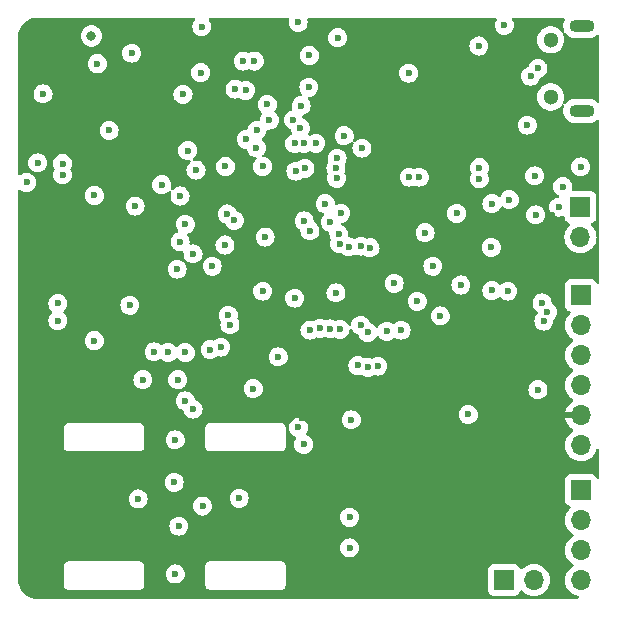
<source format=gbr>
%TF.GenerationSoftware,KiCad,Pcbnew,8.0.6*%
%TF.CreationDate,2025-08-25T15:23:13+02:00*%
%TF.ProjectId,probe,70726f62-652e-46b6-9963-61645f706362,V4-0*%
%TF.SameCoordinates,Original*%
%TF.FileFunction,Copper,L3,Inr*%
%TF.FilePolarity,Positive*%
%FSLAX46Y46*%
G04 Gerber Fmt 4.6, Leading zero omitted, Abs format (unit mm)*
G04 Created by KiCad (PCBNEW 8.0.6) date 2025-08-25 15:23:13*
%MOMM*%
%LPD*%
G01*
G04 APERTURE LIST*
%TA.AperFunction,ComponentPad*%
%ADD10O,2.140000X1.070000*%
%TD*%
%TA.AperFunction,ComponentPad*%
%ADD11C,1.300000*%
%TD*%
%TA.AperFunction,ComponentPad*%
%ADD12R,1.700000X1.700000*%
%TD*%
%TA.AperFunction,ComponentPad*%
%ADD13O,1.700000X1.700000*%
%TD*%
%TA.AperFunction,ViaPad*%
%ADD14C,0.600000*%
%TD*%
%TA.AperFunction,ViaPad*%
%ADD15C,0.800000*%
%TD*%
G04 APERTURE END LIST*
D10*
%TO.N,GND*%
%TO.C,J2*%
X188125000Y-21100000D03*
D11*
X185475000Y-22275000D03*
X185475000Y-27125000D03*
D10*
X188125000Y-28300000D03*
%TD*%
D12*
%TO.N,GND*%
%TO.C,J1*%
X181525000Y-68000000D03*
D13*
%TO.N,9V*%
X184065000Y-68000000D03*
%TD*%
D12*
%TO.N,D+*%
%TO.C,J5*%
X188000000Y-36450000D03*
D13*
%TO.N,D-*%
X188000000Y-38990000D03*
%TD*%
D12*
%TO.N,GND*%
%TO.C,J6*%
X188050000Y-60410000D03*
D13*
%TO.N,RS485_B-*%
X188050000Y-62950000D03*
%TO.N,RS485_A+*%
X188050000Y-65490000D03*
%TO.N,9V*%
X188050000Y-68030000D03*
%TD*%
D12*
%TO.N,/Signal*%
%TO.C,J3*%
X188050000Y-43910000D03*
D13*
%TO.N,/AMP*%
X188050000Y-46450000D03*
%TO.N,/DAC*%
X188050000Y-48990000D03*
%TO.N,/UNB_DAC*%
X188050000Y-51530000D03*
%TO.N,3V3*%
X188050000Y-54070000D03*
%TO.N,5V*%
X188050000Y-56610000D03*
%TD*%
D14*
%TO.N,5V*%
X153100000Y-48750000D03*
X155200000Y-53550000D03*
X183500000Y-29500000D03*
X164125000Y-55100000D03*
X154350000Y-26900000D03*
%TO.N,GND*%
X169150000Y-49850000D03*
X186150000Y-36450000D03*
X168450000Y-65300000D03*
X162422880Y-49122880D03*
X148100000Y-29950000D03*
X156812500Y-41450000D03*
X181550000Y-21050000D03*
X169400000Y-46450000D03*
X164350000Y-27850000D03*
X178500000Y-54000000D03*
X156000000Y-61750000D03*
X155450000Y-33300000D03*
X142500000Y-26850000D03*
X161487500Y-27750000D03*
X170850000Y-49900000D03*
X168600000Y-54450000D03*
X156650000Y-48500000D03*
X161300000Y-38975000D03*
X150300000Y-36350000D03*
X176150000Y-45650000D03*
D15*
X146600000Y-21950000D03*
D14*
X159450000Y-24075000D03*
X184400000Y-51900000D03*
X168450000Y-62700000D03*
X179450000Y-34050000D03*
X149850000Y-44750000D03*
X155950000Y-21150000D03*
X146850000Y-47750000D03*
X184750000Y-44550000D03*
X155850000Y-25050000D03*
X173450000Y-25100000D03*
X174850000Y-38600000D03*
X164600000Y-37600000D03*
X166400000Y-36150000D03*
X150550000Y-61150000D03*
%TO.N,3V3*%
X160350000Y-42900000D03*
X148050000Y-26900000D03*
X185550000Y-37100000D03*
X182700000Y-27400000D03*
X181450000Y-55100000D03*
X164400001Y-54319238D03*
X167400000Y-23800000D03*
X161300000Y-49200000D03*
X160950000Y-36750000D03*
X150550000Y-62150000D03*
X180750000Y-41150000D03*
X171600000Y-41450000D03*
X177500000Y-44500000D03*
X163090380Y-26340380D03*
X164675000Y-35394238D03*
%TO.N,/UNB_DAC*%
X155200000Y-40400000D03*
X160400000Y-24075000D03*
X154100000Y-35500000D03*
%TO.N,/DAC*%
X165000000Y-26300000D03*
X154750000Y-31650000D03*
X161100000Y-33000000D03*
X153850000Y-41700000D03*
X157550000Y-48300000D03*
X154550000Y-37900000D03*
X159700000Y-30700000D03*
%TO.N,/AMP*%
X158086827Y-37025000D03*
X161650000Y-29075793D03*
X141100000Y-34350000D03*
X160300000Y-51800000D03*
X146850000Y-35450000D03*
X153900000Y-51050000D03*
X150950000Y-51050000D03*
X163700000Y-29050000D03*
X163900000Y-33400000D03*
%TO.N,/Signal*%
X179450000Y-33100000D03*
X160600000Y-29950000D03*
X184200000Y-37100000D03*
X144150000Y-32750000D03*
X164279967Y-29725793D03*
X142050000Y-32700000D03*
%TO.N,D+*%
X188019975Y-33030025D03*
X184400000Y-24700000D03*
X174350000Y-33900000D03*
%TO.N,D-*%
X183775000Y-25350000D03*
X173500000Y-33900000D03*
%TO.N,GPIO42*%
X164100000Y-20800000D03*
X179400000Y-22800000D03*
%TO.N,RS485_B-*%
X177867610Y-43036244D03*
X184125000Y-33800000D03*
X185200000Y-45350000D03*
X181850000Y-43550000D03*
%TO.N,RS485_A+*%
X180500000Y-43500000D03*
X186500000Y-34700000D03*
X184900000Y-46100000D03*
X180450000Y-39850000D03*
%TO.N,Au+ Shield*%
X153700000Y-67500000D03*
X172225000Y-42900000D03*
X175500000Y-41450000D03*
X171600000Y-46950000D03*
%TO.N,/Au+*%
X164567525Y-56532475D03*
X165100000Y-46850000D03*
%TO.N,/Au-*%
X154550000Y-48750000D03*
X153700000Y-56150000D03*
X154099999Y-39380763D03*
X154550000Y-52850000D03*
%TO.N,Au- Shield*%
X170000000Y-50000000D03*
X170000000Y-47050000D03*
%TO.N,EN*%
X167450000Y-22100000D03*
X150000000Y-23400000D03*
%TO.N,GPIO0*%
X165050000Y-23600000D03*
X147100000Y-24300000D03*
%TO.N,Net-(U6-NO3)*%
X143750000Y-44600000D03*
X143750000Y-46050000D03*
X144150000Y-33700000D03*
X152550000Y-34550000D03*
%TO.N,SDA*%
X166800000Y-46750000D03*
X158756706Y-26444064D03*
X169500000Y-31450000D03*
X154000000Y-63450000D03*
%TO.N,SCL*%
X159100000Y-61100000D03*
X167641942Y-46791942D03*
X159650000Y-26550000D03*
X167400000Y-32300000D03*
%TO.N,INT*%
X153600000Y-59750000D03*
X167300000Y-43700000D03*
X170182722Y-39879523D03*
X165950000Y-46700000D03*
%TO.N,SW_Au-_SH+*%
X177520000Y-36975000D03*
X174180000Y-44420000D03*
%TO.N,SW_UBD*%
X167545000Y-38750000D03*
X161100000Y-43550000D03*
%TO.N,SW_SGN*%
X169394240Y-39744240D03*
X163800000Y-44150000D03*
%TO.N,SW_AMP*%
X158325361Y-46398152D03*
X168409620Y-39809620D03*
%TO.N,SW_R1_1K*%
X160550000Y-31400000D03*
X164612824Y-31044040D03*
%TO.N,SW_Au-_GND*%
X165100000Y-38450000D03*
X167709620Y-36959620D03*
%TO.N,SW_Au-*%
X167350000Y-34000000D03*
X158686827Y-37563173D03*
%TO.N,SW_Calib*%
X168000000Y-30400000D03*
X163800000Y-31050000D03*
%TO.N,SW_Au+*%
X164675000Y-33150000D03*
X167300000Y-33150000D03*
%TO.N,SW_Au+_GND*%
X157900000Y-39650000D03*
X166831942Y-37718058D03*
%TO.N,SW_Au-_SH-*%
X181975000Y-35800000D03*
X180500000Y-36150000D03*
%TO.N,SW_R1_10K*%
X165597077Y-31044040D03*
X157944930Y-33000000D03*
%TO.N,SW_DAC*%
X158190380Y-45609620D03*
X167600000Y-39550000D03*
%TO.N,Net-(U10-COM1)*%
X172814690Y-46862500D03*
X151900000Y-48700000D03*
%TD*%
%TA.AperFunction,Conductor*%
%TO.N,3V3*%
G36*
X155335099Y-20420185D02*
G01*
X155380854Y-20472989D01*
X155390798Y-20542147D01*
X155361773Y-20605703D01*
X155355741Y-20612181D01*
X155320184Y-20647737D01*
X155224211Y-20800476D01*
X155164631Y-20970745D01*
X155164630Y-20970750D01*
X155144435Y-21149996D01*
X155144435Y-21150003D01*
X155164630Y-21329249D01*
X155164631Y-21329254D01*
X155224211Y-21499523D01*
X155285924Y-21597738D01*
X155320184Y-21652262D01*
X155447738Y-21779816D01*
X155449960Y-21781212D01*
X155571541Y-21857607D01*
X155600478Y-21875789D01*
X155713780Y-21915435D01*
X155770745Y-21935368D01*
X155770750Y-21935369D01*
X155949996Y-21955565D01*
X155950000Y-21955565D01*
X155950004Y-21955565D01*
X156129249Y-21935369D01*
X156129252Y-21935368D01*
X156129255Y-21935368D01*
X156299522Y-21875789D01*
X156452262Y-21779816D01*
X156579816Y-21652262D01*
X156675789Y-21499522D01*
X156735368Y-21329255D01*
X156737016Y-21314630D01*
X156755565Y-21150003D01*
X156755565Y-21149996D01*
X156735369Y-20970750D01*
X156735368Y-20970745D01*
X156675788Y-20800476D01*
X156584011Y-20654415D01*
X156579816Y-20647738D01*
X156544259Y-20612181D01*
X156510774Y-20550858D01*
X156515758Y-20481166D01*
X156557630Y-20425233D01*
X156623094Y-20400816D01*
X156631940Y-20400500D01*
X163216937Y-20400500D01*
X163283976Y-20420185D01*
X163329731Y-20472989D01*
X163339675Y-20542147D01*
X163333978Y-20565455D01*
X163314633Y-20620737D01*
X163314630Y-20620750D01*
X163294435Y-20799996D01*
X163294435Y-20800003D01*
X163314630Y-20979249D01*
X163314631Y-20979254D01*
X163374211Y-21149523D01*
X163454381Y-21277112D01*
X163470184Y-21302262D01*
X163597738Y-21429816D01*
X163750478Y-21525789D01*
X163910305Y-21581715D01*
X163920745Y-21585368D01*
X163920750Y-21585369D01*
X164099996Y-21605565D01*
X164100000Y-21605565D01*
X164100004Y-21605565D01*
X164279249Y-21585369D01*
X164279252Y-21585368D01*
X164279255Y-21585368D01*
X164449522Y-21525789D01*
X164602262Y-21429816D01*
X164729816Y-21302262D01*
X164825789Y-21149522D01*
X164885368Y-20979255D01*
X164885369Y-20979249D01*
X164905565Y-20800003D01*
X164905565Y-20799996D01*
X164885369Y-20620750D01*
X164885366Y-20620737D01*
X164866022Y-20565455D01*
X164862460Y-20495676D01*
X164897188Y-20435049D01*
X164959182Y-20402821D01*
X164983063Y-20400500D01*
X180788339Y-20400500D01*
X180855378Y-20420185D01*
X180901133Y-20472989D01*
X180911077Y-20542147D01*
X180893332Y-20590473D01*
X180824211Y-20700475D01*
X180764631Y-20870745D01*
X180764630Y-20870750D01*
X180744435Y-21049996D01*
X180744435Y-21050003D01*
X180764630Y-21229249D01*
X180764631Y-21229254D01*
X180824211Y-21399523D01*
X180868611Y-21470184D01*
X180920184Y-21552262D01*
X181047738Y-21679816D01*
X181095806Y-21710019D01*
X181178125Y-21761744D01*
X181200478Y-21775789D01*
X181292815Y-21808099D01*
X181370745Y-21835368D01*
X181370750Y-21835369D01*
X181549996Y-21855565D01*
X181550000Y-21855565D01*
X181550004Y-21855565D01*
X181729249Y-21835369D01*
X181729252Y-21835368D01*
X181729255Y-21835368D01*
X181899522Y-21775789D01*
X182052262Y-21679816D01*
X182179816Y-21552262D01*
X182275789Y-21399522D01*
X182335368Y-21229255D01*
X182338440Y-21201990D01*
X182355565Y-21050003D01*
X182355565Y-21049996D01*
X182335369Y-20870750D01*
X182335368Y-20870745D01*
X182275788Y-20700475D01*
X182206668Y-20590473D01*
X182187667Y-20523236D01*
X182208034Y-20456401D01*
X182261302Y-20411186D01*
X182311661Y-20400500D01*
X186580018Y-20400500D01*
X186647057Y-20420185D01*
X186692812Y-20472989D01*
X186702756Y-20542147D01*
X186683120Y-20593392D01*
X186672352Y-20609506D01*
X186672348Y-20609513D01*
X186594295Y-20797951D01*
X186594292Y-20797961D01*
X186554500Y-20998009D01*
X186554500Y-20998012D01*
X186554500Y-21201988D01*
X186554500Y-21201990D01*
X186554499Y-21201990D01*
X186594292Y-21402038D01*
X186594295Y-21402048D01*
X186632003Y-21493084D01*
X186639472Y-21562553D01*
X186608196Y-21625032D01*
X186548107Y-21660684D01*
X186478282Y-21658190D01*
X186420890Y-21618341D01*
X186418488Y-21615263D01*
X186411164Y-21605565D01*
X186328872Y-21496593D01*
X186171302Y-21352948D01*
X185990019Y-21240702D01*
X185990017Y-21240701D01*
X185890086Y-21201988D01*
X185791198Y-21163679D01*
X185581610Y-21124500D01*
X185368390Y-21124500D01*
X185158802Y-21163679D01*
X185158799Y-21163679D01*
X185158799Y-21163680D01*
X184959982Y-21240701D01*
X184959980Y-21240702D01*
X184778699Y-21352947D01*
X184621127Y-21496593D01*
X184492632Y-21666746D01*
X184397596Y-21857605D01*
X184397596Y-21857607D01*
X184339244Y-22062689D01*
X184319571Y-22274999D01*
X184319571Y-22275000D01*
X184339244Y-22487310D01*
X184397596Y-22692392D01*
X184397596Y-22692394D01*
X184492632Y-22883253D01*
X184618916Y-23050478D01*
X184621128Y-23053407D01*
X184778698Y-23197052D01*
X184959981Y-23309298D01*
X185158802Y-23386321D01*
X185368390Y-23425500D01*
X185368392Y-23425500D01*
X185581608Y-23425500D01*
X185581610Y-23425500D01*
X185791198Y-23386321D01*
X185990019Y-23309298D01*
X186171302Y-23197052D01*
X186328872Y-23053407D01*
X186457366Y-22883255D01*
X186473676Y-22850500D01*
X186552403Y-22692394D01*
X186552403Y-22692393D01*
X186552405Y-22692389D01*
X186610756Y-22487310D01*
X186630429Y-22275000D01*
X186610756Y-22062690D01*
X186552405Y-21857611D01*
X186548416Y-21849601D01*
X186536153Y-21780817D01*
X186563024Y-21716322D01*
X186620499Y-21676592D01*
X186690329Y-21674242D01*
X186750344Y-21710019D01*
X186762517Y-21725435D01*
X186785677Y-21760096D01*
X186929903Y-21904322D01*
X186929907Y-21904325D01*
X187099500Y-22017644D01*
X187099513Y-22017651D01*
X187208248Y-22062690D01*
X187287956Y-22095706D01*
X187287960Y-22095706D01*
X187287961Y-22095707D01*
X187488009Y-22135500D01*
X187488012Y-22135500D01*
X188761990Y-22135500D01*
X188896579Y-22108727D01*
X188962044Y-22095706D01*
X189150493Y-22017648D01*
X189320093Y-21904325D01*
X189348630Y-21875788D01*
X189387819Y-21836600D01*
X189449142Y-21803115D01*
X189518834Y-21808099D01*
X189574767Y-21849971D01*
X189599184Y-21915435D01*
X189599500Y-21924281D01*
X189599500Y-27475719D01*
X189579815Y-27542758D01*
X189527011Y-27588513D01*
X189457853Y-27598457D01*
X189394297Y-27569432D01*
X189387819Y-27563400D01*
X189320096Y-27495677D01*
X189320092Y-27495674D01*
X189150499Y-27382355D01*
X189150486Y-27382348D01*
X188962048Y-27304295D01*
X188962038Y-27304292D01*
X188761990Y-27264500D01*
X188761988Y-27264500D01*
X187488012Y-27264500D01*
X187488010Y-27264500D01*
X187287961Y-27304292D01*
X187287951Y-27304295D01*
X187099513Y-27382348D01*
X187099500Y-27382355D01*
X186929907Y-27495674D01*
X186929903Y-27495677D01*
X186785675Y-27639905D01*
X186762516Y-27674565D01*
X186708902Y-27719369D01*
X186639577Y-27728075D01*
X186576550Y-27697919D01*
X186539833Y-27638475D01*
X186541081Y-27568616D01*
X186548411Y-27550408D01*
X186552405Y-27542389D01*
X186610756Y-27337310D01*
X186630429Y-27125000D01*
X186610756Y-26912690D01*
X186552405Y-26707611D01*
X186552403Y-26707606D01*
X186552403Y-26707605D01*
X186457367Y-26516746D01*
X186328872Y-26346593D01*
X186171302Y-26202948D01*
X185990019Y-26090702D01*
X185990017Y-26090701D01*
X185870589Y-26044435D01*
X185791198Y-26013679D01*
X185581610Y-25974500D01*
X185368390Y-25974500D01*
X185158802Y-26013679D01*
X185158799Y-26013679D01*
X185158799Y-26013680D01*
X184959982Y-26090701D01*
X184959980Y-26090702D01*
X184778699Y-26202947D01*
X184621127Y-26346593D01*
X184492632Y-26516746D01*
X184397596Y-26707605D01*
X184397596Y-26707607D01*
X184342855Y-26900000D01*
X184339244Y-26912690D01*
X184319571Y-27125000D01*
X184339244Y-27337310D01*
X184384303Y-27495675D01*
X184397596Y-27542392D01*
X184397596Y-27542394D01*
X184492632Y-27733253D01*
X184590056Y-27862262D01*
X184621128Y-27903407D01*
X184778698Y-28047052D01*
X184959981Y-28159298D01*
X185158802Y-28236321D01*
X185368390Y-28275500D01*
X185368392Y-28275500D01*
X185581608Y-28275500D01*
X185581610Y-28275500D01*
X185791198Y-28236321D01*
X185990019Y-28159298D01*
X186171302Y-28047052D01*
X186328872Y-27903407D01*
X186418490Y-27784734D01*
X186474597Y-27743100D01*
X186544309Y-27738409D01*
X186605491Y-27772151D01*
X186638718Y-27833614D01*
X186633441Y-27903284D01*
X186632004Y-27906915D01*
X186594294Y-27997956D01*
X186594293Y-27997959D01*
X186594293Y-27997960D01*
X186594292Y-27997961D01*
X186554500Y-28198009D01*
X186554500Y-28198012D01*
X186554500Y-28401988D01*
X186554500Y-28401990D01*
X186554499Y-28401990D01*
X186594292Y-28602038D01*
X186594295Y-28602048D01*
X186672348Y-28790486D01*
X186672355Y-28790499D01*
X186785674Y-28960092D01*
X186785677Y-28960096D01*
X186929903Y-29104322D01*
X186929907Y-29104325D01*
X187099500Y-29217644D01*
X187099513Y-29217651D01*
X187287951Y-29295704D01*
X187287956Y-29295706D01*
X187287960Y-29295706D01*
X187287961Y-29295707D01*
X187488009Y-29335500D01*
X187488012Y-29335500D01*
X188761990Y-29335500D01*
X188896579Y-29308727D01*
X188962044Y-29295706D01*
X189122486Y-29229249D01*
X189150486Y-29217651D01*
X189150486Y-29217650D01*
X189150493Y-29217648D01*
X189320093Y-29104325D01*
X189348629Y-29075789D01*
X189387819Y-29036600D01*
X189449142Y-29003115D01*
X189518834Y-29008099D01*
X189574767Y-29049971D01*
X189599184Y-29115435D01*
X189599500Y-29124281D01*
X189599500Y-38937050D01*
X189583281Y-38992284D01*
X189597069Y-39018517D01*
X189599500Y-39042949D01*
X189599500Y-42815951D01*
X189579815Y-42882990D01*
X189527011Y-42928745D01*
X189457853Y-42938689D01*
X189394297Y-42909664D01*
X189359318Y-42859284D01*
X189343797Y-42817671D01*
X189343793Y-42817664D01*
X189257547Y-42702455D01*
X189257544Y-42702452D01*
X189142335Y-42616206D01*
X189142328Y-42616202D01*
X189007482Y-42565908D01*
X189007483Y-42565908D01*
X188947883Y-42559501D01*
X188947881Y-42559500D01*
X188947873Y-42559500D01*
X188947864Y-42559500D01*
X187152129Y-42559500D01*
X187152123Y-42559501D01*
X187092516Y-42565908D01*
X186957671Y-42616202D01*
X186957664Y-42616206D01*
X186842455Y-42702452D01*
X186842452Y-42702455D01*
X186756206Y-42817664D01*
X186756202Y-42817671D01*
X186705908Y-42952517D01*
X186699501Y-43012116D01*
X186699500Y-43012135D01*
X186699500Y-44807870D01*
X186699501Y-44807876D01*
X186705908Y-44867483D01*
X186756202Y-45002328D01*
X186756206Y-45002335D01*
X186842452Y-45117544D01*
X186842455Y-45117547D01*
X186957664Y-45203793D01*
X186957671Y-45203797D01*
X187089081Y-45252810D01*
X187145015Y-45294681D01*
X187169432Y-45360145D01*
X187154580Y-45428418D01*
X187133430Y-45456673D01*
X187011503Y-45578600D01*
X186875965Y-45772169D01*
X186875964Y-45772171D01*
X186776098Y-45986335D01*
X186776094Y-45986344D01*
X186714938Y-46214586D01*
X186714936Y-46214596D01*
X186694341Y-46449999D01*
X186694341Y-46450000D01*
X186714936Y-46685403D01*
X186714938Y-46685413D01*
X186776094Y-46913655D01*
X186776096Y-46913659D01*
X186776097Y-46913663D01*
X186839672Y-47050000D01*
X186875965Y-47127830D01*
X186875967Y-47127834D01*
X187011501Y-47321395D01*
X187011506Y-47321402D01*
X187178597Y-47488493D01*
X187178603Y-47488498D01*
X187364158Y-47618425D01*
X187407783Y-47673002D01*
X187414977Y-47742500D01*
X187383454Y-47804855D01*
X187364158Y-47821575D01*
X187178597Y-47951505D01*
X187011505Y-48118597D01*
X186875965Y-48312169D01*
X186875964Y-48312171D01*
X186776098Y-48526335D01*
X186776094Y-48526344D01*
X186714938Y-48754586D01*
X186714936Y-48754596D01*
X186694341Y-48989999D01*
X186694341Y-48990000D01*
X186714936Y-49225403D01*
X186714938Y-49225413D01*
X186776094Y-49453655D01*
X186776096Y-49453659D01*
X186776097Y-49453663D01*
X186821242Y-49550476D01*
X186875965Y-49667830D01*
X186875967Y-49667834D01*
X187011501Y-49861395D01*
X187011506Y-49861402D01*
X187178597Y-50028493D01*
X187178603Y-50028498D01*
X187364158Y-50158425D01*
X187407783Y-50213002D01*
X187414977Y-50282500D01*
X187383454Y-50344855D01*
X187364158Y-50361575D01*
X187178597Y-50491505D01*
X187011505Y-50658597D01*
X186875965Y-50852169D01*
X186875964Y-50852171D01*
X186776098Y-51066335D01*
X186776094Y-51066344D01*
X186714938Y-51294586D01*
X186714936Y-51294596D01*
X186694341Y-51529999D01*
X186694341Y-51530000D01*
X186714936Y-51765403D01*
X186714938Y-51765413D01*
X186776094Y-51993655D01*
X186776096Y-51993659D01*
X186776097Y-51993663D01*
X186848776Y-52149523D01*
X186875965Y-52207830D01*
X186875967Y-52207834D01*
X187011501Y-52401395D01*
X187011506Y-52401402D01*
X187178597Y-52568493D01*
X187178603Y-52568498D01*
X187364594Y-52698730D01*
X187408219Y-52753307D01*
X187415413Y-52822805D01*
X187383890Y-52885160D01*
X187364595Y-52901880D01*
X187178922Y-53031890D01*
X187178920Y-53031891D01*
X187011891Y-53198920D01*
X187011886Y-53198926D01*
X186876400Y-53392420D01*
X186876399Y-53392422D01*
X186776570Y-53606507D01*
X186776567Y-53606513D01*
X186719364Y-53819999D01*
X186719364Y-53820000D01*
X187616988Y-53820000D01*
X187584075Y-53877007D01*
X187550000Y-54004174D01*
X187550000Y-54135826D01*
X187584075Y-54262993D01*
X187616988Y-54320000D01*
X186719364Y-54320000D01*
X186776567Y-54533486D01*
X186776570Y-54533492D01*
X186876399Y-54747578D01*
X187011894Y-54941082D01*
X187178917Y-55108105D01*
X187364595Y-55238119D01*
X187408219Y-55292696D01*
X187415412Y-55362195D01*
X187383890Y-55424549D01*
X187364595Y-55441269D01*
X187178594Y-55571508D01*
X187011505Y-55738597D01*
X186875965Y-55932169D01*
X186875964Y-55932171D01*
X186776098Y-56146335D01*
X186776094Y-56146344D01*
X186714938Y-56374586D01*
X186714936Y-56374596D01*
X186694341Y-56609999D01*
X186694341Y-56610000D01*
X186714936Y-56845403D01*
X186714938Y-56845413D01*
X186776094Y-57073655D01*
X186776096Y-57073659D01*
X186776097Y-57073663D01*
X186800269Y-57125499D01*
X186875965Y-57287830D01*
X186875967Y-57287834D01*
X186911122Y-57338040D01*
X187011505Y-57481401D01*
X187178599Y-57648495D01*
X187275384Y-57716265D01*
X187372165Y-57784032D01*
X187372167Y-57784033D01*
X187372170Y-57784035D01*
X187586337Y-57883903D01*
X187814592Y-57945063D01*
X188002918Y-57961539D01*
X188049999Y-57965659D01*
X188050000Y-57965659D01*
X188050001Y-57965659D01*
X188089234Y-57962226D01*
X188285408Y-57945063D01*
X188513663Y-57883903D01*
X188727830Y-57784035D01*
X188921401Y-57648495D01*
X189088495Y-57481401D01*
X189224035Y-57287830D01*
X189323903Y-57073663D01*
X189355725Y-56954899D01*
X189392090Y-56895240D01*
X189454936Y-56864710D01*
X189524312Y-56873004D01*
X189578190Y-56917489D01*
X189599465Y-56984041D01*
X189599500Y-56986993D01*
X189599500Y-59315951D01*
X189579815Y-59382990D01*
X189527011Y-59428745D01*
X189457853Y-59438689D01*
X189394297Y-59409664D01*
X189359318Y-59359284D01*
X189343797Y-59317671D01*
X189343793Y-59317664D01*
X189257547Y-59202455D01*
X189257544Y-59202452D01*
X189142335Y-59116206D01*
X189142328Y-59116202D01*
X189007482Y-59065908D01*
X189007483Y-59065908D01*
X188947883Y-59059501D01*
X188947881Y-59059500D01*
X188947873Y-59059500D01*
X188947864Y-59059500D01*
X187152129Y-59059500D01*
X187152123Y-59059501D01*
X187092516Y-59065908D01*
X186957671Y-59116202D01*
X186957664Y-59116206D01*
X186842455Y-59202452D01*
X186842452Y-59202455D01*
X186756206Y-59317664D01*
X186756202Y-59317671D01*
X186705908Y-59452517D01*
X186699501Y-59512116D01*
X186699500Y-59512135D01*
X186699500Y-61307870D01*
X186699501Y-61307876D01*
X186705908Y-61367483D01*
X186756202Y-61502328D01*
X186756206Y-61502335D01*
X186842452Y-61617544D01*
X186842455Y-61617547D01*
X186957664Y-61703793D01*
X186957671Y-61703797D01*
X187089081Y-61752810D01*
X187145015Y-61794681D01*
X187169432Y-61860145D01*
X187154580Y-61928418D01*
X187133430Y-61956673D01*
X187011503Y-62078600D01*
X186875965Y-62272169D01*
X186875964Y-62272171D01*
X186776098Y-62486335D01*
X186776094Y-62486344D01*
X186714938Y-62714586D01*
X186714936Y-62714596D01*
X186694341Y-62949999D01*
X186694341Y-62950000D01*
X186714936Y-63185403D01*
X186714938Y-63185413D01*
X186776094Y-63413655D01*
X186776096Y-63413659D01*
X186776097Y-63413663D01*
X186818952Y-63505565D01*
X186875965Y-63627830D01*
X186875967Y-63627834D01*
X187011501Y-63821395D01*
X187011506Y-63821402D01*
X187178597Y-63988493D01*
X187178603Y-63988498D01*
X187364158Y-64118425D01*
X187407783Y-64173002D01*
X187414977Y-64242500D01*
X187383454Y-64304855D01*
X187364158Y-64321575D01*
X187178597Y-64451505D01*
X187011505Y-64618597D01*
X186875965Y-64812169D01*
X186875964Y-64812171D01*
X186776098Y-65026335D01*
X186776094Y-65026344D01*
X186714938Y-65254586D01*
X186714936Y-65254596D01*
X186694341Y-65489999D01*
X186694341Y-65490000D01*
X186714936Y-65725403D01*
X186714938Y-65725413D01*
X186776094Y-65953655D01*
X186776096Y-65953659D01*
X186776097Y-65953663D01*
X186809730Y-66025788D01*
X186875965Y-66167830D01*
X186875967Y-66167834D01*
X187011501Y-66361395D01*
X187011506Y-66361402D01*
X187178597Y-66528493D01*
X187178603Y-66528498D01*
X187364158Y-66658425D01*
X187407783Y-66713002D01*
X187414977Y-66782500D01*
X187383454Y-66844855D01*
X187364158Y-66861575D01*
X187178597Y-66991505D01*
X187011505Y-67158597D01*
X186875965Y-67352169D01*
X186875964Y-67352171D01*
X186776098Y-67566335D01*
X186776094Y-67566344D01*
X186714938Y-67794586D01*
X186714936Y-67794596D01*
X186694341Y-68029999D01*
X186694341Y-68030000D01*
X186714936Y-68265403D01*
X186714938Y-68265413D01*
X186776094Y-68493655D01*
X186776096Y-68493659D01*
X186776097Y-68493663D01*
X186816164Y-68579586D01*
X186875965Y-68707830D01*
X186875967Y-68707834D01*
X186958358Y-68825499D01*
X187011505Y-68901401D01*
X187178599Y-69068495D01*
X187212646Y-69092335D01*
X187372165Y-69204032D01*
X187372167Y-69204033D01*
X187372170Y-69204035D01*
X187586337Y-69303903D01*
X187779495Y-69355659D01*
X187779742Y-69355725D01*
X187839403Y-69392090D01*
X187869932Y-69454936D01*
X187861638Y-69524312D01*
X187817152Y-69578190D01*
X187750601Y-69599465D01*
X187747649Y-69599500D01*
X184117950Y-69599500D01*
X184062714Y-69583280D01*
X184036482Y-69597069D01*
X184012050Y-69599500D01*
X142004428Y-69599500D01*
X141995582Y-69599184D01*
X141966011Y-69597069D01*
X141781211Y-69583851D01*
X141763700Y-69581333D01*
X141558039Y-69536595D01*
X141541063Y-69531611D01*
X141343849Y-69458053D01*
X141327757Y-69450703D01*
X141143031Y-69349836D01*
X141128146Y-69340271D01*
X141121186Y-69335061D01*
X140959646Y-69214133D01*
X140946276Y-69202547D01*
X140797452Y-69053723D01*
X140785866Y-69040353D01*
X140659724Y-68871848D01*
X140650163Y-68856968D01*
X140549296Y-68672242D01*
X140541946Y-68656150D01*
X140513389Y-68579586D01*
X140468385Y-68458928D01*
X140463406Y-68441969D01*
X140418665Y-68236296D01*
X140416148Y-68218787D01*
X140400816Y-68004418D01*
X140400500Y-67995572D01*
X140400500Y-66772273D01*
X144249500Y-66772273D01*
X144249500Y-68372273D01*
X144249500Y-68477727D01*
X144276793Y-68579587D01*
X144329520Y-68670913D01*
X144404087Y-68745480D01*
X144495413Y-68798207D01*
X144597273Y-68825500D01*
X144597275Y-68825500D01*
X150702725Y-68825500D01*
X150702727Y-68825500D01*
X150804587Y-68798207D01*
X150895913Y-68745480D01*
X150970480Y-68670913D01*
X151023207Y-68579587D01*
X151050500Y-68477727D01*
X151050500Y-67499996D01*
X152894435Y-67499996D01*
X152894435Y-67500003D01*
X152914630Y-67679249D01*
X152914631Y-67679254D01*
X152974211Y-67849523D01*
X153032581Y-67942417D01*
X153070184Y-68002262D01*
X153197738Y-68129816D01*
X153350478Y-68225789D01*
X153463703Y-68265408D01*
X153520745Y-68285368D01*
X153520750Y-68285369D01*
X153699996Y-68305565D01*
X153700000Y-68305565D01*
X153700004Y-68305565D01*
X153879249Y-68285369D01*
X153879252Y-68285368D01*
X153879255Y-68285368D01*
X154049522Y-68225789D01*
X154202262Y-68129816D01*
X154329816Y-68002262D01*
X154425789Y-67849522D01*
X154485368Y-67679255D01*
X154505565Y-67500000D01*
X154485528Y-67322169D01*
X154485369Y-67320750D01*
X154485368Y-67320745D01*
X154452040Y-67225500D01*
X154425789Y-67150478D01*
X154412041Y-67128599D01*
X154375258Y-67070058D01*
X154329816Y-66997738D01*
X154202262Y-66870184D01*
X154161951Y-66844855D01*
X154049523Y-66774211D01*
X154043985Y-66772273D01*
X156249500Y-66772273D01*
X156249500Y-68372273D01*
X156249500Y-68477727D01*
X156276793Y-68579587D01*
X156329520Y-68670913D01*
X156404087Y-68745480D01*
X156495413Y-68798207D01*
X156597273Y-68825500D01*
X156597275Y-68825500D01*
X162702725Y-68825500D01*
X162702727Y-68825500D01*
X162804587Y-68798207D01*
X162895913Y-68745480D01*
X162970480Y-68670913D01*
X163023207Y-68579587D01*
X163050500Y-68477727D01*
X163050500Y-67102135D01*
X180174500Y-67102135D01*
X180174500Y-68897870D01*
X180174501Y-68897876D01*
X180180908Y-68957483D01*
X180231202Y-69092328D01*
X180231206Y-69092335D01*
X180317452Y-69207544D01*
X180317455Y-69207547D01*
X180432664Y-69293793D01*
X180432671Y-69293797D01*
X180567517Y-69344091D01*
X180567516Y-69344091D01*
X180574444Y-69344835D01*
X180627127Y-69350500D01*
X182422872Y-69350499D01*
X182482483Y-69344091D01*
X182617331Y-69293796D01*
X182732546Y-69207546D01*
X182818796Y-69092331D01*
X182867810Y-68960916D01*
X182909681Y-68904984D01*
X182975145Y-68880566D01*
X183043418Y-68895417D01*
X183071673Y-68916569D01*
X183193599Y-69038495D01*
X183290384Y-69106265D01*
X183387165Y-69174032D01*
X183387167Y-69174033D01*
X183387170Y-69174035D01*
X183601337Y-69273903D01*
X183829592Y-69335063D01*
X184006011Y-69350498D01*
X184022858Y-69351972D01*
X184064655Y-69368322D01*
X184083015Y-69356523D01*
X184107142Y-69351972D01*
X184123989Y-69350498D01*
X184300408Y-69335063D01*
X184528663Y-69273903D01*
X184742830Y-69174035D01*
X184936401Y-69038495D01*
X185103495Y-68871401D01*
X185239035Y-68677830D01*
X185338903Y-68463663D01*
X185400063Y-68235408D01*
X185420659Y-68000000D01*
X185400063Y-67764592D01*
X185338903Y-67536337D01*
X185239035Y-67322171D01*
X185124502Y-67158599D01*
X185103494Y-67128597D01*
X184936402Y-66961506D01*
X184936395Y-66961501D01*
X184742834Y-66825967D01*
X184742830Y-66825965D01*
X184702155Y-66806998D01*
X184528663Y-66726097D01*
X184528659Y-66726096D01*
X184528655Y-66726094D01*
X184300413Y-66664938D01*
X184300403Y-66664936D01*
X184065001Y-66644341D01*
X184064999Y-66644341D01*
X183829596Y-66664936D01*
X183829586Y-66664938D01*
X183601344Y-66726094D01*
X183601335Y-66726098D01*
X183387171Y-66825964D01*
X183387169Y-66825965D01*
X183193600Y-66961503D01*
X183071673Y-67083430D01*
X183010350Y-67116914D01*
X182940658Y-67111930D01*
X182884725Y-67070058D01*
X182867810Y-67039081D01*
X182818797Y-66907671D01*
X182818793Y-66907664D01*
X182732547Y-66792455D01*
X182732544Y-66792452D01*
X182617335Y-66706206D01*
X182617328Y-66706202D01*
X182482482Y-66655908D01*
X182482483Y-66655908D01*
X182422883Y-66649501D01*
X182422881Y-66649500D01*
X182422873Y-66649500D01*
X182422864Y-66649500D01*
X180627129Y-66649500D01*
X180627123Y-66649501D01*
X180567516Y-66655908D01*
X180432671Y-66706202D01*
X180432664Y-66706206D01*
X180317455Y-66792452D01*
X180317452Y-66792455D01*
X180231206Y-66907664D01*
X180231202Y-66907671D01*
X180180908Y-67042517D01*
X180174501Y-67102116D01*
X180174500Y-67102135D01*
X163050500Y-67102135D01*
X163050500Y-66772273D01*
X163023207Y-66670413D01*
X162970480Y-66579087D01*
X162895913Y-66504520D01*
X162804587Y-66451793D01*
X162702727Y-66424500D01*
X156702727Y-66424500D01*
X156597273Y-66424500D01*
X156495413Y-66451793D01*
X156495410Y-66451794D01*
X156404085Y-66504521D01*
X156329521Y-66579085D01*
X156276794Y-66670410D01*
X156276793Y-66670413D01*
X156249500Y-66772273D01*
X154043985Y-66772273D01*
X153879254Y-66714631D01*
X153879249Y-66714630D01*
X153700004Y-66694435D01*
X153699996Y-66694435D01*
X153520750Y-66714630D01*
X153520745Y-66714631D01*
X153350476Y-66774211D01*
X153197737Y-66870184D01*
X153070184Y-66997737D01*
X152974211Y-67150476D01*
X152914631Y-67320745D01*
X152914630Y-67320750D01*
X152894435Y-67499996D01*
X151050500Y-67499996D01*
X151050500Y-66772273D01*
X151023207Y-66670413D01*
X150970480Y-66579087D01*
X150895913Y-66504520D01*
X150804587Y-66451793D01*
X150702727Y-66424500D01*
X144702727Y-66424500D01*
X144597273Y-66424500D01*
X144495413Y-66451793D01*
X144495410Y-66451794D01*
X144404085Y-66504521D01*
X144329521Y-66579085D01*
X144276794Y-66670410D01*
X144276793Y-66670413D01*
X144249500Y-66772273D01*
X140400500Y-66772273D01*
X140400500Y-65299996D01*
X167644435Y-65299996D01*
X167644435Y-65300003D01*
X167664630Y-65479249D01*
X167664631Y-65479254D01*
X167724211Y-65649523D01*
X167789233Y-65753004D01*
X167820184Y-65802262D01*
X167947738Y-65929816D01*
X168100478Y-66025789D01*
X168270745Y-66085368D01*
X168270750Y-66085369D01*
X168449996Y-66105565D01*
X168450000Y-66105565D01*
X168450004Y-66105565D01*
X168629249Y-66085369D01*
X168629252Y-66085368D01*
X168629255Y-66085368D01*
X168799522Y-66025789D01*
X168952262Y-65929816D01*
X169079816Y-65802262D01*
X169175789Y-65649522D01*
X169235368Y-65479255D01*
X169255565Y-65300000D01*
X169250449Y-65254596D01*
X169235369Y-65120750D01*
X169235368Y-65120745D01*
X169232660Y-65113006D01*
X169175789Y-64950478D01*
X169079816Y-64797738D01*
X168952262Y-64670184D01*
X168799523Y-64574211D01*
X168629254Y-64514631D01*
X168629249Y-64514630D01*
X168450004Y-64494435D01*
X168449996Y-64494435D01*
X168270750Y-64514630D01*
X168270745Y-64514631D01*
X168100476Y-64574211D01*
X167947737Y-64670184D01*
X167820184Y-64797737D01*
X167724211Y-64950476D01*
X167664631Y-65120745D01*
X167664630Y-65120750D01*
X167644435Y-65299996D01*
X140400500Y-65299996D01*
X140400500Y-63449996D01*
X153194435Y-63449996D01*
X153194435Y-63450003D01*
X153214630Y-63629249D01*
X153214631Y-63629254D01*
X153274211Y-63799523D01*
X153287959Y-63821402D01*
X153370184Y-63952262D01*
X153497738Y-64079816D01*
X153559184Y-64118425D01*
X153646042Y-64173002D01*
X153650478Y-64175789D01*
X153776826Y-64220000D01*
X153820745Y-64235368D01*
X153820750Y-64235369D01*
X153999996Y-64255565D01*
X154000000Y-64255565D01*
X154000004Y-64255565D01*
X154179249Y-64235369D01*
X154179252Y-64235368D01*
X154179255Y-64235368D01*
X154349522Y-64175789D01*
X154502262Y-64079816D01*
X154629816Y-63952262D01*
X154725789Y-63799522D01*
X154785368Y-63629255D01*
X154785529Y-63627830D01*
X154805565Y-63450003D01*
X154805565Y-63449996D01*
X154785369Y-63270750D01*
X154785368Y-63270745D01*
X154772944Y-63235240D01*
X154725789Y-63100478D01*
X154629816Y-62947738D01*
X154502262Y-62820184D01*
X154349523Y-62724211D01*
X154280321Y-62699996D01*
X167644435Y-62699996D01*
X167644435Y-62700003D01*
X167664630Y-62879249D01*
X167664631Y-62879254D01*
X167724211Y-63049523D01*
X167809591Y-63185403D01*
X167820184Y-63202262D01*
X167947738Y-63329816D01*
X168038080Y-63386582D01*
X168081179Y-63413663D01*
X168100478Y-63425789D01*
X168169678Y-63450003D01*
X168270745Y-63485368D01*
X168270750Y-63485369D01*
X168449996Y-63505565D01*
X168450000Y-63505565D01*
X168450004Y-63505565D01*
X168629249Y-63485369D01*
X168629252Y-63485368D01*
X168629255Y-63485368D01*
X168799522Y-63425789D01*
X168952262Y-63329816D01*
X169079816Y-63202262D01*
X169175789Y-63049522D01*
X169235368Y-62879255D01*
X169252837Y-62724211D01*
X169255565Y-62700003D01*
X169255565Y-62699996D01*
X169235369Y-62520750D01*
X169235368Y-62520745D01*
X169175788Y-62350476D01*
X169079815Y-62197737D01*
X168952262Y-62070184D01*
X168799523Y-61974211D01*
X168629254Y-61914631D01*
X168629249Y-61914630D01*
X168450004Y-61894435D01*
X168449996Y-61894435D01*
X168270750Y-61914630D01*
X168270745Y-61914631D01*
X168100476Y-61974211D01*
X167947737Y-62070184D01*
X167820184Y-62197737D01*
X167724211Y-62350476D01*
X167664631Y-62520745D01*
X167664630Y-62520750D01*
X167644435Y-62699996D01*
X154280321Y-62699996D01*
X154179254Y-62664631D01*
X154179249Y-62664630D01*
X154000004Y-62644435D01*
X153999996Y-62644435D01*
X153820750Y-62664630D01*
X153820745Y-62664631D01*
X153650476Y-62724211D01*
X153497737Y-62820184D01*
X153370184Y-62947737D01*
X153274211Y-63100476D01*
X153214631Y-63270745D01*
X153214630Y-63270750D01*
X153194435Y-63449996D01*
X140400500Y-63449996D01*
X140400500Y-61149996D01*
X149744435Y-61149996D01*
X149744435Y-61150003D01*
X149764630Y-61329249D01*
X149764631Y-61329254D01*
X149824211Y-61499523D01*
X149888767Y-61602262D01*
X149920184Y-61652262D01*
X150047738Y-61779816D01*
X150120697Y-61825659D01*
X150175580Y-61860145D01*
X150200478Y-61875789D01*
X150311479Y-61914630D01*
X150370745Y-61935368D01*
X150370750Y-61935369D01*
X150549996Y-61955565D01*
X150550000Y-61955565D01*
X150550004Y-61955565D01*
X150729249Y-61935369D01*
X150729252Y-61935368D01*
X150729255Y-61935368D01*
X150899522Y-61875789D01*
X151052262Y-61779816D01*
X151082082Y-61749996D01*
X155194435Y-61749996D01*
X155194435Y-61750003D01*
X155214630Y-61929249D01*
X155214631Y-61929254D01*
X155274211Y-62099523D01*
X155335924Y-62197738D01*
X155370184Y-62252262D01*
X155497738Y-62379816D01*
X155650478Y-62475789D01*
X155778955Y-62520745D01*
X155820745Y-62535368D01*
X155820750Y-62535369D01*
X155999996Y-62555565D01*
X156000000Y-62555565D01*
X156000004Y-62555565D01*
X156179249Y-62535369D01*
X156179252Y-62535368D01*
X156179255Y-62535368D01*
X156349522Y-62475789D01*
X156502262Y-62379816D01*
X156629816Y-62252262D01*
X156725789Y-62099522D01*
X156785368Y-61929255D01*
X156785369Y-61929249D01*
X156805565Y-61750003D01*
X156805565Y-61749996D01*
X156785369Y-61570750D01*
X156785368Y-61570745D01*
X156746867Y-61460715D01*
X156725789Y-61400478D01*
X156629816Y-61247738D01*
X156502262Y-61120184D01*
X156470144Y-61100003D01*
X156470133Y-61099996D01*
X158294435Y-61099996D01*
X158294435Y-61100003D01*
X158314630Y-61279249D01*
X158314631Y-61279254D01*
X158374211Y-61449523D01*
X158450384Y-61570750D01*
X158470184Y-61602262D01*
X158597738Y-61729816D01*
X158750478Y-61825789D01*
X158848662Y-61860145D01*
X158920745Y-61885368D01*
X158920750Y-61885369D01*
X159099996Y-61905565D01*
X159100000Y-61905565D01*
X159100004Y-61905565D01*
X159279249Y-61885369D01*
X159279252Y-61885368D01*
X159279255Y-61885368D01*
X159449522Y-61825789D01*
X159602262Y-61729816D01*
X159729816Y-61602262D01*
X159825789Y-61449522D01*
X159885368Y-61279255D01*
X159888919Y-61247738D01*
X159905565Y-61100003D01*
X159905565Y-61099996D01*
X159885369Y-60920750D01*
X159885368Y-60920745D01*
X159825788Y-60750476D01*
X159729815Y-60597737D01*
X159602262Y-60470184D01*
X159449523Y-60374211D01*
X159279254Y-60314631D01*
X159279249Y-60314630D01*
X159100004Y-60294435D01*
X159099996Y-60294435D01*
X158920750Y-60314630D01*
X158920745Y-60314631D01*
X158750476Y-60374211D01*
X158597737Y-60470184D01*
X158470184Y-60597737D01*
X158374211Y-60750476D01*
X158314631Y-60920745D01*
X158314630Y-60920750D01*
X158294435Y-61099996D01*
X156470133Y-61099996D01*
X156349523Y-61024211D01*
X156179254Y-60964631D01*
X156179249Y-60964630D01*
X156000004Y-60944435D01*
X155999996Y-60944435D01*
X155820750Y-60964630D01*
X155820745Y-60964631D01*
X155650476Y-61024211D01*
X155497737Y-61120184D01*
X155370184Y-61247737D01*
X155274211Y-61400476D01*
X155214631Y-61570745D01*
X155214630Y-61570750D01*
X155194435Y-61749996D01*
X151082082Y-61749996D01*
X151179816Y-61652262D01*
X151275789Y-61499522D01*
X151335368Y-61329255D01*
X151337777Y-61307873D01*
X151355565Y-61150003D01*
X151355565Y-61149996D01*
X151335369Y-60970750D01*
X151335368Y-60970745D01*
X151275788Y-60800476D01*
X151179815Y-60647737D01*
X151052262Y-60520184D01*
X150899523Y-60424211D01*
X150729254Y-60364631D01*
X150729249Y-60364630D01*
X150550004Y-60344435D01*
X150549996Y-60344435D01*
X150370750Y-60364630D01*
X150370745Y-60364631D01*
X150200476Y-60424211D01*
X150047737Y-60520184D01*
X149920184Y-60647737D01*
X149824211Y-60800476D01*
X149764631Y-60970745D01*
X149764630Y-60970750D01*
X149744435Y-61149996D01*
X140400500Y-61149996D01*
X140400500Y-59749996D01*
X152794435Y-59749996D01*
X152794435Y-59750003D01*
X152814630Y-59929249D01*
X152814631Y-59929254D01*
X152874211Y-60099523D01*
X152970184Y-60252262D01*
X153097738Y-60379816D01*
X153168392Y-60424211D01*
X153241557Y-60470184D01*
X153250478Y-60475789D01*
X153377352Y-60520184D01*
X153420745Y-60535368D01*
X153420750Y-60535369D01*
X153599996Y-60555565D01*
X153600000Y-60555565D01*
X153600004Y-60555565D01*
X153779249Y-60535369D01*
X153779252Y-60535368D01*
X153779255Y-60535368D01*
X153949522Y-60475789D01*
X154102262Y-60379816D01*
X154229816Y-60252262D01*
X154325789Y-60099522D01*
X154385368Y-59929255D01*
X154405565Y-59750000D01*
X154385368Y-59570745D01*
X154325789Y-59400478D01*
X154229816Y-59247738D01*
X154102262Y-59120184D01*
X154015884Y-59065909D01*
X153949523Y-59024211D01*
X153779254Y-58964631D01*
X153779249Y-58964630D01*
X153600004Y-58944435D01*
X153599996Y-58944435D01*
X153420750Y-58964630D01*
X153420745Y-58964631D01*
X153250476Y-59024211D01*
X153097737Y-59120184D01*
X152970184Y-59247737D01*
X152874211Y-59400476D01*
X152814631Y-59570745D01*
X152814630Y-59570750D01*
X152794435Y-59749996D01*
X140400500Y-59749996D01*
X140400500Y-55072273D01*
X144249500Y-55072273D01*
X144249500Y-56672273D01*
X144249500Y-56777727D01*
X144276793Y-56879587D01*
X144329520Y-56970913D01*
X144404087Y-57045480D01*
X144495413Y-57098207D01*
X144597273Y-57125500D01*
X144597275Y-57125500D01*
X150702725Y-57125500D01*
X150702727Y-57125500D01*
X150804587Y-57098207D01*
X150895913Y-57045480D01*
X150970480Y-56970913D01*
X151023207Y-56879587D01*
X151050500Y-56777727D01*
X151050500Y-56149996D01*
X152894435Y-56149996D01*
X152894435Y-56150003D01*
X152914630Y-56329249D01*
X152914631Y-56329254D01*
X152974211Y-56499523D01*
X153043628Y-56609999D01*
X153070184Y-56652262D01*
X153197738Y-56779816D01*
X153288080Y-56836582D01*
X153346045Y-56873004D01*
X153350478Y-56875789D01*
X153406066Y-56895240D01*
X153520745Y-56935368D01*
X153520750Y-56935369D01*
X153699996Y-56955565D01*
X153700000Y-56955565D01*
X153700004Y-56955565D01*
X153879249Y-56935369D01*
X153879252Y-56935368D01*
X153879255Y-56935368D01*
X154049522Y-56875789D01*
X154202262Y-56779816D01*
X154329816Y-56652262D01*
X154425789Y-56499522D01*
X154485368Y-56329255D01*
X154488659Y-56300045D01*
X154505565Y-56150003D01*
X154505565Y-56149996D01*
X154485369Y-55970750D01*
X154485368Y-55970745D01*
X154461544Y-55902659D01*
X154425789Y-55800478D01*
X154329816Y-55647738D01*
X154202262Y-55520184D01*
X154049523Y-55424211D01*
X153879254Y-55364631D01*
X153879249Y-55364630D01*
X153700004Y-55344435D01*
X153699996Y-55344435D01*
X153520750Y-55364630D01*
X153520745Y-55364631D01*
X153350476Y-55424211D01*
X153197737Y-55520184D01*
X153070184Y-55647737D01*
X152974211Y-55800476D01*
X152914631Y-55970745D01*
X152914630Y-55970750D01*
X152894435Y-56149996D01*
X151050500Y-56149996D01*
X151050500Y-55072273D01*
X156249500Y-55072273D01*
X156249500Y-56672273D01*
X156249500Y-56777727D01*
X156276793Y-56879587D01*
X156329520Y-56970913D01*
X156404087Y-57045480D01*
X156495413Y-57098207D01*
X156597273Y-57125500D01*
X156597275Y-57125500D01*
X162702725Y-57125500D01*
X162702727Y-57125500D01*
X162804587Y-57098207D01*
X162895913Y-57045480D01*
X162970480Y-56970913D01*
X163023207Y-56879587D01*
X163050500Y-56777727D01*
X163050500Y-55099996D01*
X163319435Y-55099996D01*
X163319435Y-55100003D01*
X163339630Y-55279249D01*
X163339631Y-55279254D01*
X163399211Y-55449523D01*
X163494030Y-55600425D01*
X163495184Y-55602262D01*
X163622738Y-55729816D01*
X163775478Y-55825789D01*
X163867000Y-55857814D01*
X163923775Y-55898534D01*
X163949523Y-55963487D01*
X163936067Y-56032049D01*
X163931039Y-56040827D01*
X163841736Y-56182951D01*
X163782156Y-56353220D01*
X163782155Y-56353225D01*
X163761960Y-56532471D01*
X163761960Y-56532478D01*
X163782155Y-56711724D01*
X163782156Y-56711729D01*
X163841736Y-56881998D01*
X163907709Y-56986993D01*
X163937709Y-57034737D01*
X164065263Y-57162291D01*
X164218003Y-57258264D01*
X164388270Y-57317843D01*
X164388275Y-57317844D01*
X164567521Y-57338040D01*
X164567525Y-57338040D01*
X164567529Y-57338040D01*
X164746774Y-57317844D01*
X164746777Y-57317843D01*
X164746780Y-57317843D01*
X164917047Y-57258264D01*
X165069787Y-57162291D01*
X165197341Y-57034737D01*
X165293314Y-56881997D01*
X165352893Y-56711730D01*
X165357339Y-56672273D01*
X165373090Y-56532478D01*
X165373090Y-56532471D01*
X165352894Y-56353225D01*
X165352893Y-56353220D01*
X165334286Y-56300045D01*
X165293314Y-56182953D01*
X165197341Y-56030213D01*
X165069787Y-55902659D01*
X164998415Y-55857813D01*
X164917046Y-55806685D01*
X164825525Y-55774661D01*
X164768749Y-55733939D01*
X164743001Y-55668987D01*
X164756457Y-55600425D01*
X164761486Y-55591646D01*
X164850788Y-55449524D01*
X164853677Y-55441269D01*
X164910368Y-55279255D01*
X164910855Y-55274937D01*
X164930565Y-55100003D01*
X164930565Y-55099996D01*
X164910369Y-54920750D01*
X164910368Y-54920745D01*
X164895791Y-54879087D01*
X164850789Y-54750478D01*
X164754816Y-54597738D01*
X164627262Y-54470184D01*
X164595144Y-54450003D01*
X164595133Y-54449996D01*
X167794435Y-54449996D01*
X167794435Y-54450003D01*
X167814630Y-54629249D01*
X167814631Y-54629254D01*
X167874211Y-54799523D01*
X167950384Y-54920750D01*
X167970184Y-54952262D01*
X168097738Y-55079816D01*
X168250478Y-55175789D01*
X168420745Y-55235368D01*
X168420750Y-55235369D01*
X168599996Y-55255565D01*
X168600000Y-55255565D01*
X168600004Y-55255565D01*
X168779249Y-55235369D01*
X168779252Y-55235368D01*
X168779255Y-55235368D01*
X168949522Y-55175789D01*
X169102262Y-55079816D01*
X169229816Y-54952262D01*
X169325789Y-54799522D01*
X169385368Y-54629255D01*
X169388919Y-54597738D01*
X169405565Y-54450003D01*
X169405565Y-54449996D01*
X169385369Y-54270750D01*
X169385368Y-54270745D01*
X169382655Y-54262993D01*
X169325789Y-54100478D01*
X169262652Y-53999996D01*
X177694435Y-53999996D01*
X177694435Y-54000003D01*
X177714630Y-54179249D01*
X177714631Y-54179254D01*
X177774211Y-54349523D01*
X177850028Y-54470184D01*
X177870184Y-54502262D01*
X177997738Y-54629816D01*
X178088080Y-54686582D01*
X178148426Y-54724500D01*
X178150478Y-54725789D01*
X178320745Y-54785368D01*
X178320750Y-54785369D01*
X178499996Y-54805565D01*
X178500000Y-54805565D01*
X178500004Y-54805565D01*
X178679249Y-54785369D01*
X178679252Y-54785368D01*
X178679255Y-54785368D01*
X178849522Y-54725789D01*
X179002262Y-54629816D01*
X179129816Y-54502262D01*
X179225789Y-54349522D01*
X179285368Y-54179255D01*
X179285369Y-54179249D01*
X179305565Y-54000003D01*
X179305565Y-53999996D01*
X179285369Y-53820750D01*
X179285368Y-53820745D01*
X179264804Y-53761977D01*
X179225789Y-53650478D01*
X179129816Y-53497738D01*
X179002262Y-53370184D01*
X178849523Y-53274211D01*
X178679254Y-53214631D01*
X178679249Y-53214630D01*
X178500004Y-53194435D01*
X178499996Y-53194435D01*
X178320750Y-53214630D01*
X178320745Y-53214631D01*
X178150476Y-53274211D01*
X177997737Y-53370184D01*
X177870184Y-53497737D01*
X177774211Y-53650476D01*
X177714631Y-53820745D01*
X177714630Y-53820750D01*
X177694435Y-53999996D01*
X169262652Y-53999996D01*
X169229816Y-53947738D01*
X169102262Y-53820184D01*
X169052078Y-53788651D01*
X168949523Y-53724211D01*
X168779254Y-53664631D01*
X168779249Y-53664630D01*
X168600004Y-53644435D01*
X168599996Y-53644435D01*
X168420750Y-53664630D01*
X168420745Y-53664631D01*
X168250476Y-53724211D01*
X168097737Y-53820184D01*
X167970184Y-53947737D01*
X167874211Y-54100476D01*
X167814631Y-54270745D01*
X167814630Y-54270750D01*
X167794435Y-54449996D01*
X164595133Y-54449996D01*
X164474523Y-54374211D01*
X164304254Y-54314631D01*
X164304249Y-54314630D01*
X164125004Y-54294435D01*
X164124996Y-54294435D01*
X163945750Y-54314630D01*
X163945745Y-54314631D01*
X163775476Y-54374211D01*
X163622737Y-54470184D01*
X163495184Y-54597737D01*
X163399211Y-54750476D01*
X163339631Y-54920745D01*
X163339630Y-54920750D01*
X163319435Y-55099996D01*
X163050500Y-55099996D01*
X163050500Y-55072273D01*
X163023207Y-54970413D01*
X162970480Y-54879087D01*
X162895913Y-54804520D01*
X162804587Y-54751793D01*
X162702727Y-54724500D01*
X156702727Y-54724500D01*
X156597273Y-54724500D01*
X156495413Y-54751793D01*
X156495410Y-54751794D01*
X156404085Y-54804521D01*
X156329521Y-54879085D01*
X156276794Y-54970410D01*
X156276793Y-54970413D01*
X156249500Y-55072273D01*
X151050500Y-55072273D01*
X151023207Y-54970413D01*
X150970480Y-54879087D01*
X150895913Y-54804520D01*
X150804587Y-54751793D01*
X150702727Y-54724500D01*
X144702727Y-54724500D01*
X144597273Y-54724500D01*
X144495413Y-54751793D01*
X144495410Y-54751794D01*
X144404085Y-54804521D01*
X144329521Y-54879085D01*
X144276794Y-54970410D01*
X144276793Y-54970413D01*
X144249500Y-55072273D01*
X140400500Y-55072273D01*
X140400500Y-52849996D01*
X153744435Y-52849996D01*
X153744435Y-52850003D01*
X153764630Y-53029249D01*
X153764631Y-53029254D01*
X153824211Y-53199523D01*
X153833705Y-53214632D01*
X153920184Y-53352262D01*
X154047738Y-53479816D01*
X154076261Y-53497738D01*
X154200478Y-53575789D01*
X154331878Y-53621768D01*
X154388655Y-53662490D01*
X154414143Y-53724919D01*
X154414632Y-53729255D01*
X154435416Y-53788651D01*
X154474210Y-53899521D01*
X154537347Y-54000003D01*
X154570184Y-54052262D01*
X154697738Y-54179816D01*
X154723495Y-54196000D01*
X154842450Y-54270745D01*
X154850478Y-54275789D01*
X154944801Y-54308794D01*
X155020745Y-54335368D01*
X155020750Y-54335369D01*
X155199996Y-54355565D01*
X155200000Y-54355565D01*
X155200004Y-54355565D01*
X155379249Y-54335369D01*
X155379252Y-54335368D01*
X155379255Y-54335368D01*
X155549522Y-54275789D01*
X155702262Y-54179816D01*
X155829816Y-54052262D01*
X155925789Y-53899522D01*
X155985368Y-53729255D01*
X155985619Y-53727031D01*
X156005565Y-53550003D01*
X156005565Y-53549996D01*
X155985369Y-53370750D01*
X155985368Y-53370745D01*
X155985172Y-53370184D01*
X155925789Y-53200478D01*
X155925188Y-53199522D01*
X155829815Y-53047737D01*
X155702262Y-52920184D01*
X155549521Y-52824210D01*
X155418122Y-52778232D01*
X155361345Y-52737510D01*
X155335855Y-52675070D01*
X155335368Y-52670745D01*
X155275789Y-52500478D01*
X155179816Y-52347738D01*
X155052262Y-52220184D01*
X155032601Y-52207830D01*
X154899523Y-52124211D01*
X154729254Y-52064631D01*
X154729249Y-52064630D01*
X154550004Y-52044435D01*
X154549996Y-52044435D01*
X154370750Y-52064630D01*
X154370745Y-52064631D01*
X154200476Y-52124211D01*
X154047737Y-52220184D01*
X153920184Y-52347737D01*
X153824211Y-52500476D01*
X153764631Y-52670745D01*
X153764630Y-52670750D01*
X153744435Y-52849996D01*
X140400500Y-52849996D01*
X140400500Y-51049996D01*
X150144435Y-51049996D01*
X150144435Y-51050003D01*
X150164630Y-51229249D01*
X150164631Y-51229254D01*
X150224211Y-51399523D01*
X150306195Y-51529999D01*
X150320184Y-51552262D01*
X150447738Y-51679816D01*
X150512876Y-51720745D01*
X150583964Y-51765413D01*
X150600478Y-51775789D01*
X150770745Y-51835368D01*
X150770750Y-51835369D01*
X150949996Y-51855565D01*
X150950000Y-51855565D01*
X150950004Y-51855565D01*
X151129249Y-51835369D01*
X151129252Y-51835368D01*
X151129255Y-51835368D01*
X151299522Y-51775789D01*
X151452262Y-51679816D01*
X151579816Y-51552262D01*
X151675789Y-51399522D01*
X151735368Y-51229255D01*
X151748283Y-51114630D01*
X151755565Y-51050003D01*
X151755565Y-51049996D01*
X153094435Y-51049996D01*
X153094435Y-51050003D01*
X153114630Y-51229249D01*
X153114631Y-51229254D01*
X153174211Y-51399523D01*
X153256195Y-51529999D01*
X153270184Y-51552262D01*
X153397738Y-51679816D01*
X153462876Y-51720745D01*
X153533964Y-51765413D01*
X153550478Y-51775789D01*
X153720745Y-51835368D01*
X153720750Y-51835369D01*
X153899996Y-51855565D01*
X153900000Y-51855565D01*
X153900004Y-51855565D01*
X154079249Y-51835369D01*
X154079252Y-51835368D01*
X154079255Y-51835368D01*
X154180342Y-51799996D01*
X159494435Y-51799996D01*
X159494435Y-51800003D01*
X159514630Y-51979249D01*
X159514631Y-51979254D01*
X159574211Y-52149523D01*
X159610848Y-52207830D01*
X159670184Y-52302262D01*
X159797738Y-52429816D01*
X159888080Y-52486582D01*
X159910192Y-52500476D01*
X159950478Y-52525789D01*
X160120745Y-52585368D01*
X160120750Y-52585369D01*
X160299996Y-52605565D01*
X160300000Y-52605565D01*
X160300004Y-52605565D01*
X160479249Y-52585369D01*
X160479252Y-52585368D01*
X160479255Y-52585368D01*
X160649522Y-52525789D01*
X160802262Y-52429816D01*
X160929816Y-52302262D01*
X161025789Y-52149522D01*
X161085368Y-51979255D01*
X161093843Y-51904041D01*
X161094299Y-51899996D01*
X183594435Y-51899996D01*
X183594435Y-51900003D01*
X183614630Y-52079249D01*
X183614631Y-52079254D01*
X183674211Y-52249523D01*
X183735924Y-52347738D01*
X183770184Y-52402262D01*
X183897738Y-52529816D01*
X184050478Y-52625789D01*
X184178952Y-52670744D01*
X184220745Y-52685368D01*
X184220750Y-52685369D01*
X184399996Y-52705565D01*
X184400000Y-52705565D01*
X184400004Y-52705565D01*
X184579249Y-52685369D01*
X184579252Y-52685368D01*
X184579255Y-52685368D01*
X184749522Y-52625789D01*
X184902262Y-52529816D01*
X185029816Y-52402262D01*
X185125789Y-52249522D01*
X185185368Y-52079255D01*
X185187016Y-52064630D01*
X185205565Y-51900003D01*
X185205565Y-51899996D01*
X185185369Y-51720750D01*
X185185368Y-51720745D01*
X185125788Y-51550476D01*
X185062955Y-51450478D01*
X185029816Y-51397738D01*
X184902262Y-51270184D01*
X184837124Y-51229255D01*
X184749523Y-51174211D01*
X184579254Y-51114631D01*
X184579249Y-51114630D01*
X184400004Y-51094435D01*
X184399996Y-51094435D01*
X184220750Y-51114630D01*
X184220745Y-51114631D01*
X184050476Y-51174211D01*
X183897737Y-51270184D01*
X183770184Y-51397737D01*
X183674211Y-51550476D01*
X183614631Y-51720745D01*
X183614630Y-51720750D01*
X183594435Y-51899996D01*
X161094299Y-51899996D01*
X161105565Y-51800003D01*
X161105565Y-51799996D01*
X161085369Y-51620750D01*
X161085368Y-51620745D01*
X161061405Y-51552262D01*
X161025789Y-51450478D01*
X160929816Y-51297738D01*
X160802262Y-51170184D01*
X160649523Y-51074211D01*
X160479254Y-51014631D01*
X160479249Y-51014630D01*
X160300004Y-50994435D01*
X160299996Y-50994435D01*
X160120750Y-51014630D01*
X160120745Y-51014631D01*
X159950476Y-51074211D01*
X159797737Y-51170184D01*
X159670184Y-51297737D01*
X159574211Y-51450476D01*
X159514631Y-51620745D01*
X159514630Y-51620750D01*
X159494435Y-51799996D01*
X154180342Y-51799996D01*
X154249522Y-51775789D01*
X154402262Y-51679816D01*
X154529816Y-51552262D01*
X154625789Y-51399522D01*
X154685368Y-51229255D01*
X154698283Y-51114630D01*
X154705565Y-51050003D01*
X154705565Y-51049996D01*
X154685369Y-50870750D01*
X154685368Y-50870745D01*
X154678868Y-50852169D01*
X154625789Y-50700478D01*
X154616295Y-50685369D01*
X154556531Y-50590255D01*
X154529816Y-50547738D01*
X154402262Y-50420184D01*
X154249523Y-50324211D01*
X154079254Y-50264631D01*
X154079249Y-50264630D01*
X153900004Y-50244435D01*
X153899996Y-50244435D01*
X153720750Y-50264630D01*
X153720745Y-50264631D01*
X153550476Y-50324211D01*
X153397737Y-50420184D01*
X153270184Y-50547737D01*
X153174211Y-50700476D01*
X153114631Y-50870745D01*
X153114630Y-50870750D01*
X153094435Y-51049996D01*
X151755565Y-51049996D01*
X151735369Y-50870750D01*
X151735368Y-50870745D01*
X151728868Y-50852169D01*
X151675789Y-50700478D01*
X151666295Y-50685369D01*
X151606531Y-50590255D01*
X151579816Y-50547738D01*
X151452262Y-50420184D01*
X151299523Y-50324211D01*
X151129254Y-50264631D01*
X151129249Y-50264630D01*
X150950004Y-50244435D01*
X150949996Y-50244435D01*
X150770750Y-50264630D01*
X150770745Y-50264631D01*
X150600476Y-50324211D01*
X150447737Y-50420184D01*
X150320184Y-50547737D01*
X150224211Y-50700476D01*
X150164631Y-50870745D01*
X150164630Y-50870750D01*
X150144435Y-51049996D01*
X140400500Y-51049996D01*
X140400500Y-48699996D01*
X151094435Y-48699996D01*
X151094435Y-48700003D01*
X151114630Y-48879249D01*
X151114631Y-48879254D01*
X151174211Y-49049523D01*
X151221141Y-49124211D01*
X151270184Y-49202262D01*
X151397738Y-49329816D01*
X151488080Y-49386582D01*
X151505833Y-49397737D01*
X151550478Y-49425789D01*
X151683690Y-49472402D01*
X151720745Y-49485368D01*
X151720750Y-49485369D01*
X151899996Y-49505565D01*
X151900000Y-49505565D01*
X151900004Y-49505565D01*
X152079249Y-49485369D01*
X152079252Y-49485368D01*
X152079255Y-49485368D01*
X152249522Y-49425789D01*
X152402262Y-49329816D01*
X152402263Y-49329814D01*
X152407871Y-49326291D01*
X152475108Y-49307290D01*
X152541943Y-49327657D01*
X152561525Y-49343603D01*
X152597738Y-49379816D01*
X152626259Y-49397737D01*
X152745087Y-49472402D01*
X152750478Y-49475789D01*
X152835573Y-49505565D01*
X152920745Y-49535368D01*
X152920750Y-49535369D01*
X153099996Y-49555565D01*
X153100000Y-49555565D01*
X153100004Y-49555565D01*
X153279249Y-49535369D01*
X153279252Y-49535368D01*
X153279255Y-49535368D01*
X153449522Y-49475789D01*
X153602262Y-49379816D01*
X153729816Y-49252262D01*
X153729816Y-49252261D01*
X153734740Y-49247338D01*
X153736174Y-49248772D01*
X153785241Y-49214332D01*
X153855052Y-49211482D01*
X153915322Y-49246827D01*
X153919044Y-49251122D01*
X153920184Y-49252262D01*
X154047738Y-49379816D01*
X154076259Y-49397737D01*
X154195087Y-49472402D01*
X154200478Y-49475789D01*
X154285573Y-49505565D01*
X154370745Y-49535368D01*
X154370750Y-49535369D01*
X154549996Y-49555565D01*
X154550000Y-49555565D01*
X154550004Y-49555565D01*
X154729249Y-49535369D01*
X154729252Y-49535368D01*
X154729255Y-49535368D01*
X154899522Y-49475789D01*
X155052262Y-49379816D01*
X155179816Y-49252262D01*
X155275789Y-49099522D01*
X155335368Y-48929255D01*
X155341002Y-48879254D01*
X155355565Y-48750003D01*
X155355565Y-48749996D01*
X155335369Y-48570750D01*
X155335368Y-48570745D01*
X155310612Y-48499996D01*
X155844435Y-48499996D01*
X155844435Y-48500003D01*
X155864630Y-48679249D01*
X155864631Y-48679254D01*
X155924211Y-48849523D01*
X155974662Y-48929815D01*
X156020184Y-49002262D01*
X156147738Y-49129816D01*
X156218392Y-49174211D01*
X156299879Y-49225413D01*
X156300478Y-49225789D01*
X156441801Y-49275240D01*
X156470745Y-49285368D01*
X156470750Y-49285369D01*
X156649996Y-49305565D01*
X156650000Y-49305565D01*
X156650004Y-49305565D01*
X156829249Y-49285369D01*
X156829252Y-49285368D01*
X156829255Y-49285368D01*
X156999522Y-49225789D01*
X157152262Y-49129816D01*
X157159202Y-49122876D01*
X161617315Y-49122876D01*
X161617315Y-49122883D01*
X161637510Y-49302129D01*
X161637511Y-49302134D01*
X161697091Y-49472403D01*
X161746148Y-49550476D01*
X161793064Y-49625142D01*
X161920618Y-49752696D01*
X162073358Y-49848669D01*
X162109747Y-49861402D01*
X162243625Y-49908248D01*
X162243630Y-49908249D01*
X162422876Y-49928445D01*
X162422880Y-49928445D01*
X162422884Y-49928445D01*
X162602129Y-49908249D01*
X162602132Y-49908248D01*
X162602135Y-49908248D01*
X162768610Y-49849996D01*
X168344435Y-49849996D01*
X168344435Y-49850003D01*
X168364630Y-50029249D01*
X168364631Y-50029254D01*
X168424211Y-50199523D01*
X168491743Y-50306998D01*
X168520184Y-50352262D01*
X168647738Y-50479816D01*
X168738080Y-50536582D01*
X168755833Y-50547737D01*
X168800478Y-50575789D01*
X168913214Y-50615237D01*
X168970745Y-50635368D01*
X168970750Y-50635369D01*
X169149996Y-50655565D01*
X169150000Y-50655565D01*
X169150004Y-50655565D01*
X169329248Y-50635369D01*
X169329248Y-50635368D01*
X169329255Y-50635368D01*
X169386785Y-50615236D01*
X169456559Y-50611674D01*
X169493709Y-50627284D01*
X169497736Y-50629814D01*
X169497738Y-50629816D01*
X169650478Y-50725789D01*
X169820745Y-50785368D01*
X169820750Y-50785369D01*
X169999996Y-50805565D01*
X170000000Y-50805565D01*
X170000004Y-50805565D01*
X170179249Y-50785369D01*
X170179252Y-50785368D01*
X170179255Y-50785368D01*
X170349522Y-50725789D01*
X170455178Y-50659401D01*
X170522415Y-50640401D01*
X170562105Y-50647354D01*
X170670737Y-50685366D01*
X170670743Y-50685367D01*
X170670745Y-50685368D01*
X170670746Y-50685368D01*
X170670750Y-50685369D01*
X170849996Y-50705565D01*
X170850000Y-50705565D01*
X170850004Y-50705565D01*
X171029249Y-50685369D01*
X171029252Y-50685368D01*
X171029255Y-50685368D01*
X171199522Y-50625789D01*
X171352262Y-50529816D01*
X171479816Y-50402262D01*
X171575789Y-50249522D01*
X171635368Y-50079255D01*
X171641002Y-50029254D01*
X171655565Y-49900003D01*
X171655565Y-49899996D01*
X171635369Y-49720750D01*
X171635368Y-49720745D01*
X171575788Y-49550476D01*
X171526731Y-49472403D01*
X171479816Y-49397738D01*
X171352262Y-49270184D01*
X171335647Y-49259744D01*
X171199523Y-49174211D01*
X171029254Y-49114631D01*
X171029249Y-49114630D01*
X170850004Y-49094435D01*
X170849996Y-49094435D01*
X170670750Y-49114630D01*
X170670745Y-49114631D01*
X170500474Y-49174212D01*
X170394821Y-49240598D01*
X170327585Y-49259598D01*
X170287896Y-49252646D01*
X170179252Y-49214631D01*
X170000004Y-49194435D01*
X169999996Y-49194435D01*
X169820750Y-49214630D01*
X169820742Y-49214632D01*
X169763214Y-49234762D01*
X169693435Y-49238323D01*
X169656288Y-49222714D01*
X169642948Y-49214332D01*
X169579098Y-49174212D01*
X169499523Y-49124211D01*
X169329254Y-49064631D01*
X169329249Y-49064630D01*
X169150004Y-49044435D01*
X169149996Y-49044435D01*
X168970750Y-49064630D01*
X168970745Y-49064631D01*
X168800476Y-49124211D01*
X168647737Y-49220184D01*
X168520184Y-49347737D01*
X168424211Y-49500476D01*
X168364631Y-49670745D01*
X168364630Y-49670750D01*
X168344435Y-49849996D01*
X162768610Y-49849996D01*
X162772402Y-49848669D01*
X162925142Y-49752696D01*
X163052696Y-49625142D01*
X163148669Y-49472402D01*
X163208248Y-49302135D01*
X163208249Y-49302129D01*
X163228445Y-49122883D01*
X163228445Y-49122876D01*
X163208249Y-48943630D01*
X163208248Y-48943625D01*
X163185724Y-48879255D01*
X163148669Y-48773358D01*
X163052696Y-48620618D01*
X162925142Y-48493064D01*
X162897649Y-48475789D01*
X162772403Y-48397091D01*
X162602134Y-48337511D01*
X162602129Y-48337510D01*
X162422884Y-48317315D01*
X162422876Y-48317315D01*
X162243630Y-48337510D01*
X162243625Y-48337511D01*
X162073356Y-48397091D01*
X161920617Y-48493064D01*
X161793064Y-48620617D01*
X161697091Y-48773356D01*
X161637511Y-48943625D01*
X161637510Y-48943630D01*
X161617315Y-49122876D01*
X157159202Y-49122876D01*
X157186728Y-49095350D01*
X157248050Y-49061864D01*
X157315363Y-49065988D01*
X157370745Y-49085368D01*
X157370749Y-49085368D01*
X157370751Y-49085369D01*
X157370748Y-49085369D01*
X157549996Y-49105565D01*
X157550000Y-49105565D01*
X157550004Y-49105565D01*
X157729249Y-49085369D01*
X157729252Y-49085368D01*
X157729255Y-49085368D01*
X157899522Y-49025789D01*
X158052262Y-48929816D01*
X158179816Y-48802262D01*
X158275789Y-48649522D01*
X158335368Y-48479255D01*
X158344244Y-48400478D01*
X158355565Y-48300003D01*
X158355565Y-48299996D01*
X158335369Y-48120750D01*
X158335368Y-48120745D01*
X158292326Y-47997738D01*
X158275789Y-47950478D01*
X158253265Y-47914632D01*
X158203461Y-47835369D01*
X158179816Y-47797738D01*
X158052262Y-47670184D01*
X158016748Y-47647869D01*
X157899523Y-47574211D01*
X157729254Y-47514631D01*
X157729249Y-47514630D01*
X157550004Y-47494435D01*
X157549996Y-47494435D01*
X157370750Y-47514630D01*
X157370745Y-47514631D01*
X157200476Y-47574211D01*
X157047734Y-47670186D01*
X157047733Y-47670186D01*
X157013269Y-47704651D01*
X156951946Y-47738136D01*
X156884634Y-47734010D01*
X156829257Y-47714632D01*
X156829246Y-47714630D01*
X156650004Y-47694435D01*
X156649996Y-47694435D01*
X156470750Y-47714630D01*
X156470745Y-47714631D01*
X156300476Y-47774211D01*
X156147737Y-47870184D01*
X156020184Y-47997737D01*
X155924211Y-48150476D01*
X155864631Y-48320745D01*
X155864630Y-48320750D01*
X155844435Y-48499996D01*
X155310612Y-48499996D01*
X155275788Y-48400476D01*
X155236224Y-48337510D01*
X155179816Y-48247738D01*
X155052262Y-48120184D01*
X154899523Y-48024211D01*
X154729254Y-47964631D01*
X154729249Y-47964630D01*
X154550004Y-47944435D01*
X154549996Y-47944435D01*
X154370750Y-47964630D01*
X154370745Y-47964631D01*
X154200476Y-48024211D01*
X154047737Y-48120184D01*
X153915260Y-48252662D01*
X153913828Y-48251230D01*
X153864742Y-48285673D01*
X153794930Y-48288513D01*
X153734665Y-48253158D01*
X153730955Y-48248877D01*
X153602262Y-48120184D01*
X153449523Y-48024211D01*
X153279254Y-47964631D01*
X153279249Y-47964630D01*
X153100004Y-47944435D01*
X153099996Y-47944435D01*
X152920750Y-47964630D01*
X152920745Y-47964631D01*
X152750476Y-48024211D01*
X152592127Y-48123709D01*
X152524890Y-48142709D01*
X152458055Y-48122341D01*
X152438474Y-48106396D01*
X152402262Y-48070184D01*
X152249523Y-47974211D01*
X152079254Y-47914631D01*
X152079249Y-47914630D01*
X151900004Y-47894435D01*
X151899996Y-47894435D01*
X151720750Y-47914630D01*
X151720745Y-47914631D01*
X151550476Y-47974211D01*
X151397737Y-48070184D01*
X151270184Y-48197737D01*
X151174211Y-48350476D01*
X151114631Y-48520745D01*
X151114630Y-48520750D01*
X151094435Y-48699996D01*
X140400500Y-48699996D01*
X140400500Y-47749996D01*
X146044435Y-47749996D01*
X146044435Y-47750003D01*
X146064630Y-47929249D01*
X146064631Y-47929254D01*
X146124211Y-48099523D01*
X146185924Y-48197738D01*
X146220184Y-48252262D01*
X146347738Y-48379816D01*
X146500478Y-48475789D01*
X146569678Y-48500003D01*
X146670745Y-48535368D01*
X146670750Y-48535369D01*
X146849996Y-48555565D01*
X146850000Y-48555565D01*
X146850004Y-48555565D01*
X147029249Y-48535369D01*
X147029252Y-48535368D01*
X147029255Y-48535368D01*
X147199522Y-48475789D01*
X147352262Y-48379816D01*
X147479816Y-48252262D01*
X147575789Y-48099522D01*
X147635368Y-47929255D01*
X147637016Y-47914630D01*
X147655565Y-47750003D01*
X147655565Y-47749996D01*
X147635369Y-47570750D01*
X147635368Y-47570745D01*
X147630056Y-47555565D01*
X147575789Y-47400478D01*
X147575188Y-47399522D01*
X147512354Y-47299522D01*
X147479816Y-47247738D01*
X147352262Y-47120184D01*
X147288017Y-47079816D01*
X147199523Y-47024211D01*
X147029254Y-46964631D01*
X147029249Y-46964630D01*
X146850004Y-46944435D01*
X146849996Y-46944435D01*
X146670750Y-46964630D01*
X146670745Y-46964631D01*
X146500476Y-47024211D01*
X146347737Y-47120184D01*
X146220184Y-47247737D01*
X146124211Y-47400476D01*
X146064631Y-47570745D01*
X146064630Y-47570750D01*
X146044435Y-47749996D01*
X140400500Y-47749996D01*
X140400500Y-44599996D01*
X142944435Y-44599996D01*
X142944435Y-44600003D01*
X142964630Y-44779249D01*
X142964631Y-44779254D01*
X143024211Y-44949523D01*
X143120184Y-45102262D01*
X143252662Y-45234740D01*
X143251230Y-45236171D01*
X143285673Y-45285258D01*
X143288513Y-45355070D01*
X143253158Y-45415335D01*
X143248877Y-45419044D01*
X143120184Y-45547737D01*
X143024211Y-45700476D01*
X142964631Y-45870745D01*
X142964630Y-45870750D01*
X142944435Y-46049996D01*
X142944435Y-46050003D01*
X142964630Y-46229249D01*
X142964631Y-46229254D01*
X143024211Y-46399523D01*
X143087646Y-46500478D01*
X143120184Y-46552262D01*
X143247738Y-46679816D01*
X143335945Y-46735240D01*
X143392450Y-46770745D01*
X143400478Y-46775789D01*
X143538374Y-46824041D01*
X143570745Y-46835368D01*
X143570750Y-46835369D01*
X143749996Y-46855565D01*
X143750000Y-46855565D01*
X143750004Y-46855565D01*
X143929249Y-46835369D01*
X143929252Y-46835368D01*
X143929255Y-46835368D01*
X144099522Y-46775789D01*
X144252262Y-46679816D01*
X144379816Y-46552262D01*
X144475789Y-46399522D01*
X144535368Y-46229255D01*
X144535369Y-46229249D01*
X144555565Y-46050003D01*
X144555565Y-46049996D01*
X144535369Y-45870750D01*
X144535368Y-45870745D01*
X144532296Y-45861965D01*
X144475789Y-45700478D01*
X144475188Y-45699522D01*
X144418699Y-45609620D01*
X144418696Y-45609616D01*
X157384815Y-45609616D01*
X157384815Y-45609623D01*
X157405010Y-45788869D01*
X157405011Y-45788874D01*
X157464591Y-45959143D01*
X157539632Y-46078569D01*
X157558632Y-46145806D01*
X157551680Y-46185493D01*
X157539993Y-46218894D01*
X157539993Y-46218895D01*
X157519796Y-46398148D01*
X157519796Y-46398155D01*
X157539991Y-46577401D01*
X157539992Y-46577406D01*
X157599572Y-46747675D01*
X157671722Y-46862500D01*
X157695545Y-46900414D01*
X157823099Y-47027968D01*
X157845041Y-47041755D01*
X157969859Y-47120184D01*
X157975839Y-47123941D01*
X157986965Y-47127834D01*
X158146106Y-47183520D01*
X158146111Y-47183521D01*
X158325357Y-47203717D01*
X158325361Y-47203717D01*
X158325365Y-47203717D01*
X158504610Y-47183521D01*
X158504613Y-47183520D01*
X158504616Y-47183520D01*
X158674883Y-47123941D01*
X158827623Y-47027968D01*
X158955177Y-46900414D01*
X158986857Y-46849996D01*
X164294435Y-46849996D01*
X164294435Y-46850003D01*
X164314630Y-47029249D01*
X164314631Y-47029254D01*
X164374211Y-47199523D01*
X164437045Y-47299522D01*
X164470184Y-47352262D01*
X164597738Y-47479816D01*
X164686147Y-47535367D01*
X164747966Y-47574211D01*
X164750478Y-47575789D01*
X164872325Y-47618425D01*
X164920745Y-47635368D01*
X164920750Y-47635369D01*
X165099996Y-47655565D01*
X165100000Y-47655565D01*
X165100004Y-47655565D01*
X165279249Y-47635369D01*
X165279252Y-47635368D01*
X165279255Y-47635368D01*
X165449522Y-47575789D01*
X165452034Y-47574211D01*
X165513850Y-47535369D01*
X165602262Y-47479816D01*
X165602263Y-47479814D01*
X165606289Y-47477285D01*
X165673526Y-47458284D01*
X165713212Y-47465235D01*
X165770745Y-47485368D01*
X165770748Y-47485368D01*
X165770750Y-47485369D01*
X165949996Y-47505565D01*
X165950000Y-47505565D01*
X165950004Y-47505565D01*
X166129249Y-47485369D01*
X166129252Y-47485368D01*
X166129255Y-47485368D01*
X166129256Y-47485367D01*
X166129259Y-47485367D01*
X166164589Y-47473003D01*
X166289008Y-47429467D01*
X166358783Y-47425905D01*
X166395933Y-47441516D01*
X166450475Y-47475788D01*
X166620745Y-47535368D01*
X166620750Y-47535369D01*
X166799996Y-47555565D01*
X166800000Y-47555565D01*
X166800004Y-47555565D01*
X166979249Y-47535369D01*
X166979252Y-47535368D01*
X166979255Y-47535368D01*
X166979256Y-47535367D01*
X166979259Y-47535367D01*
X167017159Y-47522104D01*
X167142069Y-47478396D01*
X167211844Y-47474834D01*
X167248993Y-47490444D01*
X167292420Y-47517731D01*
X167443940Y-47570750D01*
X167462687Y-47577310D01*
X167462692Y-47577311D01*
X167641938Y-47597507D01*
X167641942Y-47597507D01*
X167641946Y-47597507D01*
X167821191Y-47577311D01*
X167821194Y-47577310D01*
X167821197Y-47577310D01*
X167991464Y-47517731D01*
X168144204Y-47421758D01*
X168271758Y-47294204D01*
X168367731Y-47141464D01*
X168427310Y-46971197D01*
X168429444Y-46952262D01*
X168439557Y-46862500D01*
X168441608Y-46844295D01*
X168468674Y-46779882D01*
X168526269Y-46740327D01*
X168596105Y-46738189D01*
X168656012Y-46774146D01*
X168669625Y-46794179D01*
X168670506Y-46793626D01*
X168718963Y-46870745D01*
X168770184Y-46952262D01*
X168897738Y-47079816D01*
X169050478Y-47175789D01*
X169159851Y-47214060D01*
X169216627Y-47254782D01*
X169235938Y-47290146D01*
X169274211Y-47399523D01*
X169274212Y-47399524D01*
X169340842Y-47505565D01*
X169370184Y-47552262D01*
X169497738Y-47679816D01*
X169583987Y-47734010D01*
X169647966Y-47774211D01*
X169650478Y-47775789D01*
X169781327Y-47821575D01*
X169820745Y-47835368D01*
X169820750Y-47835369D01*
X169999996Y-47855565D01*
X170000000Y-47855565D01*
X170000004Y-47855565D01*
X170179249Y-47835369D01*
X170179252Y-47835368D01*
X170179255Y-47835368D01*
X170349522Y-47775789D01*
X170502262Y-47679816D01*
X170629816Y-47552262D01*
X170725789Y-47399522D01*
X170725789Y-47399519D01*
X170726423Y-47398512D01*
X170778758Y-47352221D01*
X170847811Y-47341573D01*
X170911660Y-47369948D01*
X170936409Y-47398510D01*
X170970184Y-47452262D01*
X171097738Y-47579816D01*
X171111223Y-47588289D01*
X171246042Y-47673002D01*
X171250478Y-47675789D01*
X171332961Y-47704651D01*
X171420745Y-47735368D01*
X171420750Y-47735369D01*
X171599996Y-47755565D01*
X171600000Y-47755565D01*
X171600004Y-47755565D01*
X171779249Y-47735369D01*
X171779252Y-47735368D01*
X171779255Y-47735368D01*
X171949522Y-47675789D01*
X172102262Y-47579816D01*
X172167175Y-47514902D01*
X172228494Y-47481420D01*
X172298186Y-47486404D01*
X172320823Y-47497591D01*
X172347942Y-47514631D01*
X172451681Y-47579815D01*
X172465168Y-47588289D01*
X172599075Y-47635145D01*
X172635435Y-47647868D01*
X172635440Y-47647869D01*
X172814686Y-47668065D01*
X172814690Y-47668065D01*
X172814694Y-47668065D01*
X172993939Y-47647869D01*
X172993942Y-47647868D01*
X172993945Y-47647868D01*
X173164212Y-47588289D01*
X173316952Y-47492316D01*
X173444506Y-47364762D01*
X173540479Y-47212022D01*
X173600058Y-47041755D01*
X173600059Y-47041749D01*
X173620255Y-46862503D01*
X173620255Y-46862496D01*
X173600059Y-46683250D01*
X173600058Y-46683245D01*
X173591373Y-46658426D01*
X173540479Y-46512978D01*
X173532623Y-46500476D01*
X173491713Y-46435368D01*
X173444506Y-46360238D01*
X173316952Y-46232684D01*
X173303467Y-46224211D01*
X173164213Y-46136711D01*
X172993944Y-46077131D01*
X172993939Y-46077130D01*
X172814694Y-46056935D01*
X172814686Y-46056935D01*
X172635440Y-46077130D01*
X172635435Y-46077131D01*
X172465166Y-46136711D01*
X172312429Y-46232683D01*
X172247517Y-46297595D01*
X172186193Y-46331079D01*
X172116502Y-46326094D01*
X172093864Y-46314907D01*
X171949523Y-46224211D01*
X171779254Y-46164631D01*
X171779249Y-46164630D01*
X171600004Y-46144435D01*
X171599996Y-46144435D01*
X171420750Y-46164630D01*
X171420745Y-46164631D01*
X171250476Y-46224211D01*
X171097737Y-46320184D01*
X170970182Y-46447739D01*
X170873575Y-46601488D01*
X170821241Y-46647778D01*
X170752187Y-46658426D01*
X170688339Y-46630051D01*
X170663588Y-46601486D01*
X170629818Y-46547740D01*
X170502262Y-46420184D01*
X170349524Y-46324212D01*
X170349523Y-46324211D01*
X170240146Y-46285938D01*
X170183371Y-46245216D01*
X170164060Y-46209851D01*
X170155537Y-46185493D01*
X170125789Y-46100478D01*
X170125487Y-46099998D01*
X170066785Y-46006574D01*
X170029816Y-45947738D01*
X169902262Y-45820184D01*
X169852434Y-45788875D01*
X169749523Y-45724211D01*
X169579254Y-45664631D01*
X169579249Y-45664630D01*
X169449362Y-45649996D01*
X175344435Y-45649996D01*
X175344435Y-45650003D01*
X175364630Y-45829249D01*
X175364631Y-45829254D01*
X175424211Y-45999523D01*
X175515266Y-46144435D01*
X175520184Y-46152262D01*
X175647738Y-46279816D01*
X175676033Y-46297595D01*
X175755833Y-46347737D01*
X175800478Y-46375789D01*
X175868306Y-46399523D01*
X175970745Y-46435368D01*
X175970750Y-46435369D01*
X176149996Y-46455565D01*
X176150000Y-46455565D01*
X176150004Y-46455565D01*
X176329249Y-46435369D01*
X176329252Y-46435368D01*
X176329255Y-46435368D01*
X176499522Y-46375789D01*
X176652262Y-46279816D01*
X176779816Y-46152262D01*
X176875789Y-45999522D01*
X176935368Y-45829255D01*
X176939918Y-45788874D01*
X176955565Y-45650003D01*
X176955565Y-45649996D01*
X176935369Y-45470750D01*
X176935368Y-45470745D01*
X176908986Y-45395351D01*
X176875789Y-45300478D01*
X176872314Y-45294948D01*
X176815040Y-45203797D01*
X176779816Y-45147738D01*
X176652262Y-45020184D01*
X176623849Y-45002331D01*
X176499523Y-44924211D01*
X176329254Y-44864631D01*
X176329249Y-44864630D01*
X176150004Y-44844435D01*
X176149996Y-44844435D01*
X175970750Y-44864630D01*
X175970745Y-44864631D01*
X175800476Y-44924211D01*
X175647737Y-45020184D01*
X175520184Y-45147737D01*
X175424211Y-45300476D01*
X175364631Y-45470745D01*
X175364630Y-45470750D01*
X175344435Y-45649996D01*
X169449362Y-45649996D01*
X169400004Y-45644435D01*
X169399996Y-45644435D01*
X169220750Y-45664630D01*
X169220745Y-45664631D01*
X169050476Y-45724211D01*
X168897737Y-45820184D01*
X168770184Y-45947737D01*
X168674211Y-46100476D01*
X168614631Y-46270745D01*
X168614630Y-46270749D01*
X168600333Y-46397646D01*
X168573266Y-46462060D01*
X168515672Y-46501615D01*
X168445835Y-46503752D01*
X168385928Y-46467794D01*
X168372318Y-46447761D01*
X168371436Y-46448316D01*
X168325863Y-46375788D01*
X168271758Y-46289680D01*
X168144204Y-46162126D01*
X168116049Y-46144435D01*
X167991465Y-46066153D01*
X167821196Y-46006573D01*
X167821191Y-46006572D01*
X167641946Y-45986377D01*
X167641938Y-45986377D01*
X167462692Y-46006572D01*
X167462684Y-46006574D01*
X167299873Y-46063544D01*
X167230094Y-46067105D01*
X167192949Y-46051497D01*
X167149519Y-46024209D01*
X166979262Y-45964633D01*
X166979249Y-45964630D01*
X166800004Y-45944435D01*
X166799996Y-45944435D01*
X166620750Y-45964630D01*
X166620742Y-45964632D01*
X166460992Y-46020531D01*
X166391213Y-46024092D01*
X166354066Y-46008483D01*
X166299523Y-45974211D01*
X166129254Y-45914631D01*
X166129249Y-45914630D01*
X165950004Y-45894435D01*
X165949996Y-45894435D01*
X165770750Y-45914630D01*
X165770745Y-45914631D01*
X165600476Y-45974211D01*
X165443710Y-46072715D01*
X165376473Y-46091715D01*
X165336783Y-46084762D01*
X165279257Y-46064632D01*
X165279246Y-46064630D01*
X165100004Y-46044435D01*
X165099996Y-46044435D01*
X164920750Y-46064630D01*
X164920745Y-46064631D01*
X164750476Y-46124211D01*
X164597737Y-46220184D01*
X164470184Y-46347737D01*
X164374211Y-46500476D01*
X164314631Y-46670745D01*
X164314630Y-46670750D01*
X164294435Y-46849996D01*
X158986857Y-46849996D01*
X159051150Y-46747674D01*
X159110729Y-46577407D01*
X159114072Y-46547738D01*
X159130926Y-46398155D01*
X159130926Y-46398148D01*
X159116571Y-46270745D01*
X159110729Y-46218897D01*
X159051150Y-46048630D01*
X159051149Y-46048627D01*
X158976108Y-45929202D01*
X158957107Y-45861965D01*
X158964059Y-45822277D01*
X158975748Y-45788875D01*
X158980074Y-45750478D01*
X158995945Y-45609623D01*
X158995945Y-45609616D01*
X158975749Y-45430370D01*
X158975748Y-45430365D01*
X158975067Y-45428418D01*
X158916169Y-45260098D01*
X158911245Y-45252262D01*
X158826598Y-45117547D01*
X158820196Y-45107358D01*
X158692642Y-44979804D01*
X158636647Y-44944620D01*
X158539903Y-44883831D01*
X158369634Y-44824251D01*
X158369629Y-44824250D01*
X158190384Y-44804055D01*
X158190376Y-44804055D01*
X158011130Y-44824250D01*
X158011125Y-44824251D01*
X157840856Y-44883831D01*
X157688117Y-44979804D01*
X157560564Y-45107357D01*
X157464591Y-45260096D01*
X157405011Y-45430365D01*
X157405010Y-45430370D01*
X157384815Y-45609616D01*
X144418696Y-45609616D01*
X144379816Y-45547738D01*
X144252262Y-45420184D01*
X144247338Y-45415260D01*
X144248772Y-45413825D01*
X144214332Y-45364759D01*
X144211482Y-45294948D01*
X144246827Y-45234678D01*
X144251122Y-45230955D01*
X144252259Y-45229817D01*
X144252262Y-45229816D01*
X144379816Y-45102262D01*
X144475789Y-44949522D01*
X144535368Y-44779255D01*
X144538664Y-44750003D01*
X144538665Y-44749996D01*
X149044435Y-44749996D01*
X149044435Y-44750003D01*
X149064630Y-44929249D01*
X149064631Y-44929254D01*
X149124211Y-45099523D01*
X149190719Y-45205369D01*
X149220184Y-45252262D01*
X149347738Y-45379816D01*
X149372462Y-45395351D01*
X149492450Y-45470745D01*
X149500478Y-45475789D01*
X149653258Y-45529249D01*
X149670745Y-45535368D01*
X149670750Y-45535369D01*
X149849996Y-45555565D01*
X149850000Y-45555565D01*
X149850004Y-45555565D01*
X150029249Y-45535369D01*
X150029252Y-45535368D01*
X150029255Y-45535368D01*
X150199522Y-45475789D01*
X150352262Y-45379816D01*
X150479816Y-45252262D01*
X150575789Y-45099522D01*
X150635368Y-44929255D01*
X150635369Y-44929249D01*
X150655565Y-44750003D01*
X150655565Y-44749996D01*
X150635369Y-44570750D01*
X150635368Y-44570745D01*
X150628108Y-44549996D01*
X150575789Y-44400478D01*
X150557106Y-44370745D01*
X150503461Y-44285369D01*
X150479816Y-44247738D01*
X150352262Y-44120184D01*
X150199523Y-44024211D01*
X150029254Y-43964631D01*
X150029249Y-43964630D01*
X149850004Y-43944435D01*
X149849996Y-43944435D01*
X149670750Y-43964630D01*
X149670745Y-43964631D01*
X149500476Y-44024211D01*
X149347737Y-44120184D01*
X149220184Y-44247737D01*
X149124211Y-44400476D01*
X149064631Y-44570745D01*
X149064630Y-44570750D01*
X149044435Y-44749996D01*
X144538665Y-44749996D01*
X144555565Y-44600003D01*
X144555565Y-44599996D01*
X144535369Y-44420750D01*
X144535368Y-44420745D01*
X144517872Y-44370745D01*
X144475789Y-44250478D01*
X144474067Y-44247738D01*
X144399971Y-44129815D01*
X144379816Y-44097738D01*
X144252262Y-43970184D01*
X144243426Y-43964632D01*
X144099523Y-43874211D01*
X143929254Y-43814631D01*
X143929249Y-43814630D01*
X143750004Y-43794435D01*
X143749996Y-43794435D01*
X143570750Y-43814630D01*
X143570745Y-43814631D01*
X143400476Y-43874211D01*
X143247737Y-43970184D01*
X143120184Y-44097737D01*
X143024211Y-44250476D01*
X142964631Y-44420745D01*
X142964630Y-44420750D01*
X142944435Y-44599996D01*
X140400500Y-44599996D01*
X140400500Y-43549996D01*
X160294435Y-43549996D01*
X160294435Y-43550003D01*
X160314630Y-43729249D01*
X160314631Y-43729254D01*
X160374211Y-43899523D01*
X160438767Y-44002262D01*
X160470184Y-44052262D01*
X160597738Y-44179816D01*
X160633461Y-44202262D01*
X160710192Y-44250476D01*
X160750478Y-44275789D01*
X160904878Y-44329816D01*
X160920745Y-44335368D01*
X160920750Y-44335369D01*
X161099996Y-44355565D01*
X161100000Y-44355565D01*
X161100004Y-44355565D01*
X161279249Y-44335369D01*
X161279252Y-44335368D01*
X161279255Y-44335368D01*
X161449522Y-44275789D01*
X161602262Y-44179816D01*
X161632082Y-44149996D01*
X162994435Y-44149996D01*
X162994435Y-44150003D01*
X163014630Y-44329249D01*
X163014631Y-44329254D01*
X163074211Y-44499523D01*
X163137347Y-44600003D01*
X163170184Y-44652262D01*
X163297738Y-44779816D01*
X163388080Y-44836582D01*
X163432721Y-44864632D01*
X163450478Y-44875789D01*
X163583290Y-44922262D01*
X163620745Y-44935368D01*
X163620750Y-44935369D01*
X163799996Y-44955565D01*
X163800000Y-44955565D01*
X163800004Y-44955565D01*
X163979249Y-44935369D01*
X163979252Y-44935368D01*
X163979255Y-44935368D01*
X164149522Y-44875789D01*
X164302262Y-44779816D01*
X164429816Y-44652262D01*
X164525789Y-44499522D01*
X164585368Y-44329255D01*
X164585369Y-44329249D01*
X164605565Y-44150003D01*
X164605565Y-44149996D01*
X164585369Y-43970750D01*
X164585368Y-43970745D01*
X164551589Y-43874211D01*
X164525789Y-43800478D01*
X164503265Y-43764632D01*
X164462652Y-43699996D01*
X166494435Y-43699996D01*
X166494435Y-43700003D01*
X166514630Y-43879249D01*
X166514631Y-43879254D01*
X166574211Y-44049523D01*
X166637347Y-44150003D01*
X166670184Y-44202262D01*
X166797738Y-44329816D01*
X166862876Y-44370745D01*
X166942450Y-44420745D01*
X166950478Y-44425789D01*
X167120745Y-44485368D01*
X167120750Y-44485369D01*
X167299996Y-44505565D01*
X167300000Y-44505565D01*
X167300004Y-44505565D01*
X167479249Y-44485369D01*
X167479252Y-44485368D01*
X167479255Y-44485368D01*
X167649522Y-44425789D01*
X167658741Y-44419996D01*
X173374435Y-44419996D01*
X173374435Y-44420003D01*
X173394630Y-44599249D01*
X173394631Y-44599254D01*
X173454211Y-44769523D01*
X173515764Y-44867483D01*
X173550184Y-44922262D01*
X173677738Y-45049816D01*
X173681631Y-45052262D01*
X173785529Y-45117546D01*
X173830478Y-45145789D01*
X173996255Y-45203797D01*
X174000745Y-45205368D01*
X174000750Y-45205369D01*
X174179996Y-45225565D01*
X174180000Y-45225565D01*
X174180004Y-45225565D01*
X174359249Y-45205369D01*
X174359252Y-45205368D01*
X174359255Y-45205368D01*
X174529522Y-45145789D01*
X174682262Y-45049816D01*
X174809816Y-44922262D01*
X174905789Y-44769522D01*
X174965368Y-44599255D01*
X174968580Y-44570750D01*
X174970918Y-44549996D01*
X183944435Y-44549996D01*
X183944435Y-44550003D01*
X183964630Y-44729249D01*
X183964631Y-44729254D01*
X184024211Y-44899523D01*
X184087646Y-45000478D01*
X184120184Y-45052262D01*
X184247738Y-45179816D01*
X184336671Y-45235696D01*
X184382962Y-45288031D01*
X184392025Y-45343037D01*
X184394435Y-45343037D01*
X184394435Y-45350003D01*
X184400253Y-45401642D01*
X184388198Y-45470464D01*
X184364715Y-45503205D01*
X184270185Y-45597736D01*
X184270184Y-45597737D01*
X184174211Y-45750476D01*
X184114631Y-45920745D01*
X184114630Y-45920750D01*
X184094435Y-46099996D01*
X184094435Y-46100003D01*
X184114630Y-46279249D01*
X184114631Y-46279254D01*
X184174211Y-46449523D01*
X184269063Y-46600478D01*
X184270184Y-46602262D01*
X184397738Y-46729816D01*
X184550478Y-46825789D01*
X184619678Y-46850003D01*
X184720745Y-46885368D01*
X184720750Y-46885369D01*
X184899996Y-46905565D01*
X184900000Y-46905565D01*
X184900004Y-46905565D01*
X185079249Y-46885369D01*
X185079252Y-46885368D01*
X185079255Y-46885368D01*
X185249522Y-46825789D01*
X185402262Y-46729816D01*
X185529816Y-46602262D01*
X185625789Y-46449522D01*
X185685368Y-46279255D01*
X185686327Y-46270749D01*
X185705565Y-46100002D01*
X185705565Y-46099998D01*
X185702205Y-46070184D01*
X185699746Y-46048357D01*
X185711800Y-45979536D01*
X185735279Y-45946798D01*
X185829816Y-45852262D01*
X185925789Y-45699522D01*
X185985368Y-45529255D01*
X185991392Y-45475789D01*
X186005565Y-45350003D01*
X186005565Y-45349996D01*
X185985369Y-45170750D01*
X185985368Y-45170745D01*
X185925789Y-45000478D01*
X185829816Y-44847738D01*
X185702262Y-44720184D01*
X185702259Y-44720181D01*
X185635219Y-44678058D01*
X185613328Y-44664303D01*
X185567037Y-44611970D01*
X185557988Y-44556964D01*
X185555565Y-44556964D01*
X185555565Y-44549997D01*
X185535369Y-44370750D01*
X185535368Y-44370745D01*
X185520848Y-44329249D01*
X185475789Y-44200478D01*
X185379816Y-44047738D01*
X185252262Y-43920184D01*
X185187124Y-43879255D01*
X185099523Y-43824211D01*
X184929254Y-43764631D01*
X184929249Y-43764630D01*
X184750004Y-43744435D01*
X184749996Y-43744435D01*
X184570750Y-43764630D01*
X184570745Y-43764631D01*
X184400476Y-43824211D01*
X184247737Y-43920184D01*
X184120184Y-44047737D01*
X184024211Y-44200476D01*
X183964631Y-44370745D01*
X183964630Y-44370750D01*
X183944435Y-44549996D01*
X174970918Y-44549996D01*
X174985565Y-44420003D01*
X174985565Y-44419996D01*
X174965369Y-44240750D01*
X174965368Y-44240745D01*
X174933615Y-44150000D01*
X174905789Y-44070478D01*
X174892621Y-44049522D01*
X174843126Y-43970750D01*
X174809816Y-43917738D01*
X174682262Y-43790184D01*
X174529523Y-43694211D01*
X174359254Y-43634631D01*
X174359249Y-43634630D01*
X174180004Y-43614435D01*
X174179996Y-43614435D01*
X174000750Y-43634630D01*
X174000745Y-43634631D01*
X173830476Y-43694211D01*
X173677737Y-43790184D01*
X173550184Y-43917737D01*
X173454211Y-44070476D01*
X173394631Y-44240745D01*
X173394630Y-44240750D01*
X173374435Y-44419996D01*
X167658741Y-44419996D01*
X167802262Y-44329816D01*
X167929816Y-44202262D01*
X168025789Y-44049522D01*
X168085368Y-43879255D01*
X168085369Y-43879249D01*
X168105565Y-43700003D01*
X168105565Y-43699996D01*
X168085369Y-43520750D01*
X168085368Y-43520745D01*
X168032882Y-43370750D01*
X168025789Y-43350478D01*
X168007106Y-43320745D01*
X167940972Y-43215493D01*
X167929816Y-43197738D01*
X167802262Y-43070184D01*
X167649523Y-42974211D01*
X167479254Y-42914631D01*
X167479249Y-42914630D01*
X167349362Y-42899996D01*
X171419435Y-42899996D01*
X171419435Y-42900003D01*
X171439630Y-43079249D01*
X171439631Y-43079254D01*
X171499211Y-43249523D01*
X171575384Y-43370750D01*
X171595184Y-43402262D01*
X171722738Y-43529816D01*
X171875478Y-43625789D01*
X171938202Y-43647737D01*
X172045745Y-43685368D01*
X172045750Y-43685369D01*
X172224996Y-43705565D01*
X172225000Y-43705565D01*
X172225004Y-43705565D01*
X172404249Y-43685369D01*
X172404252Y-43685368D01*
X172404255Y-43685368D01*
X172574522Y-43625789D01*
X172727262Y-43529816D01*
X172854816Y-43402262D01*
X172950789Y-43249522D01*
X173010368Y-43079255D01*
X173013919Y-43047738D01*
X173015215Y-43036240D01*
X177062045Y-43036240D01*
X177062045Y-43036247D01*
X177082240Y-43215493D01*
X177082241Y-43215498D01*
X177141821Y-43385767D01*
X177226634Y-43520745D01*
X177237794Y-43538506D01*
X177365348Y-43666060D01*
X177518088Y-43762033D01*
X177668407Y-43814632D01*
X177688355Y-43821612D01*
X177688360Y-43821613D01*
X177867606Y-43841809D01*
X177867610Y-43841809D01*
X177867614Y-43841809D01*
X178046859Y-43821613D01*
X178046862Y-43821612D01*
X178046865Y-43821612D01*
X178217132Y-43762033D01*
X178369872Y-43666060D01*
X178497426Y-43538506D01*
X178521623Y-43499996D01*
X179694435Y-43499996D01*
X179694435Y-43500003D01*
X179714630Y-43679249D01*
X179714631Y-43679254D01*
X179774211Y-43849523D01*
X179850384Y-43970750D01*
X179870184Y-44002262D01*
X179997738Y-44129816D01*
X180088080Y-44186582D01*
X180110192Y-44200476D01*
X180150478Y-44225789D01*
X180293367Y-44275788D01*
X180320745Y-44285368D01*
X180320750Y-44285369D01*
X180499996Y-44305565D01*
X180500000Y-44305565D01*
X180500004Y-44305565D01*
X180679249Y-44285369D01*
X180679252Y-44285368D01*
X180679255Y-44285368D01*
X180849522Y-44225789D01*
X181002262Y-44129816D01*
X181062319Y-44069759D01*
X181123642Y-44036274D01*
X181193334Y-44041258D01*
X181237681Y-44069759D01*
X181347738Y-44179816D01*
X181383461Y-44202262D01*
X181460192Y-44250476D01*
X181500478Y-44275789D01*
X181654878Y-44329816D01*
X181670745Y-44335368D01*
X181670750Y-44335369D01*
X181849996Y-44355565D01*
X181850000Y-44355565D01*
X181850004Y-44355565D01*
X182029249Y-44335369D01*
X182029252Y-44335368D01*
X182029255Y-44335368D01*
X182199522Y-44275789D01*
X182352262Y-44179816D01*
X182479816Y-44052262D01*
X182575789Y-43899522D01*
X182635368Y-43729255D01*
X182635369Y-43729249D01*
X182655565Y-43550003D01*
X182655565Y-43549996D01*
X182635369Y-43370750D01*
X182635368Y-43370745D01*
X182617872Y-43320745D01*
X182575789Y-43200478D01*
X182574067Y-43197738D01*
X182499619Y-43079254D01*
X182479816Y-43047738D01*
X182352262Y-42920184D01*
X182343426Y-42914632D01*
X182199523Y-42824211D01*
X182029254Y-42764631D01*
X182029249Y-42764630D01*
X181850004Y-42744435D01*
X181849996Y-42744435D01*
X181670750Y-42764630D01*
X181670745Y-42764631D01*
X181500476Y-42824211D01*
X181347739Y-42920183D01*
X181287679Y-42980242D01*
X181226355Y-43013726D01*
X181156664Y-43008740D01*
X181112318Y-42980240D01*
X181002262Y-42870184D01*
X180849523Y-42774211D01*
X180679254Y-42714631D01*
X180679249Y-42714630D01*
X180500004Y-42694435D01*
X180499996Y-42694435D01*
X180320750Y-42714630D01*
X180320745Y-42714631D01*
X180150476Y-42774211D01*
X179997737Y-42870184D01*
X179870184Y-42997737D01*
X179774211Y-43150476D01*
X179714631Y-43320745D01*
X179714630Y-43320750D01*
X179694435Y-43499996D01*
X178521623Y-43499996D01*
X178593399Y-43385766D01*
X178652978Y-43215499D01*
X178652979Y-43215493D01*
X178673175Y-43036247D01*
X178673175Y-43036240D01*
X178652979Y-42856994D01*
X178652978Y-42856989D01*
X178620661Y-42764632D01*
X178593399Y-42686722D01*
X178497426Y-42533982D01*
X178369872Y-42406428D01*
X178356040Y-42397737D01*
X178217133Y-42310455D01*
X178046864Y-42250875D01*
X178046859Y-42250874D01*
X177867614Y-42230679D01*
X177867606Y-42230679D01*
X177688360Y-42250874D01*
X177688355Y-42250875D01*
X177518086Y-42310455D01*
X177365347Y-42406428D01*
X177237794Y-42533981D01*
X177141821Y-42686720D01*
X177082241Y-42856989D01*
X177082240Y-42856994D01*
X177062045Y-43036240D01*
X173015215Y-43036240D01*
X173030565Y-42900003D01*
X173030565Y-42899996D01*
X173010369Y-42720750D01*
X173010368Y-42720745D01*
X172973788Y-42616206D01*
X172950789Y-42550478D01*
X172854816Y-42397738D01*
X172727262Y-42270184D01*
X172696532Y-42250875D01*
X172574523Y-42174211D01*
X172404254Y-42114631D01*
X172404249Y-42114630D01*
X172225004Y-42094435D01*
X172224996Y-42094435D01*
X172045750Y-42114630D01*
X172045745Y-42114631D01*
X171875476Y-42174211D01*
X171722737Y-42270184D01*
X171595184Y-42397737D01*
X171499211Y-42550476D01*
X171439631Y-42720745D01*
X171439630Y-42720750D01*
X171419435Y-42899996D01*
X167349362Y-42899996D01*
X167300004Y-42894435D01*
X167299996Y-42894435D01*
X167120750Y-42914630D01*
X167120745Y-42914631D01*
X166950476Y-42974211D01*
X166797737Y-43070184D01*
X166670184Y-43197737D01*
X166574211Y-43350476D01*
X166514631Y-43520745D01*
X166514630Y-43520750D01*
X166494435Y-43699996D01*
X164462652Y-43699996D01*
X164453461Y-43685369D01*
X164429816Y-43647738D01*
X164302262Y-43520184D01*
X164270144Y-43500003D01*
X164149523Y-43424211D01*
X163979254Y-43364631D01*
X163979249Y-43364630D01*
X163800004Y-43344435D01*
X163799996Y-43344435D01*
X163620750Y-43364630D01*
X163620745Y-43364631D01*
X163450476Y-43424211D01*
X163297737Y-43520184D01*
X163170184Y-43647737D01*
X163074211Y-43800476D01*
X163014631Y-43970745D01*
X163014630Y-43970750D01*
X162994435Y-44149996D01*
X161632082Y-44149996D01*
X161729816Y-44052262D01*
X161825789Y-43899522D01*
X161885368Y-43729255D01*
X161885369Y-43729249D01*
X161905565Y-43550003D01*
X161905565Y-43549996D01*
X161885369Y-43370750D01*
X161885368Y-43370745D01*
X161867872Y-43320745D01*
X161825789Y-43200478D01*
X161824067Y-43197738D01*
X161749619Y-43079254D01*
X161729816Y-43047738D01*
X161602262Y-42920184D01*
X161593426Y-42914632D01*
X161449523Y-42824211D01*
X161279254Y-42764631D01*
X161279249Y-42764630D01*
X161100004Y-42744435D01*
X161099996Y-42744435D01*
X160920750Y-42764630D01*
X160920745Y-42764631D01*
X160750476Y-42824211D01*
X160597737Y-42920184D01*
X160470184Y-43047737D01*
X160374211Y-43200476D01*
X160314631Y-43370745D01*
X160314630Y-43370750D01*
X160294435Y-43549996D01*
X140400500Y-43549996D01*
X140400500Y-41699996D01*
X153044435Y-41699996D01*
X153044435Y-41700003D01*
X153064630Y-41879249D01*
X153064631Y-41879254D01*
X153124211Y-42049523D01*
X153165122Y-42114632D01*
X153220184Y-42202262D01*
X153347738Y-42329816D01*
X153438080Y-42386582D01*
X153455833Y-42397737D01*
X153500478Y-42425789D01*
X153670745Y-42485368D01*
X153670750Y-42485369D01*
X153849996Y-42505565D01*
X153850000Y-42505565D01*
X153850004Y-42505565D01*
X154029249Y-42485369D01*
X154029252Y-42485368D01*
X154029255Y-42485368D01*
X154199522Y-42425789D01*
X154352262Y-42329816D01*
X154479816Y-42202262D01*
X154575789Y-42049522D01*
X154635368Y-41879255D01*
X154655565Y-41700000D01*
X154647593Y-41629249D01*
X154635369Y-41520750D01*
X154635368Y-41520745D01*
X154610612Y-41449996D01*
X156006935Y-41449996D01*
X156006935Y-41450003D01*
X156027130Y-41629249D01*
X156027131Y-41629254D01*
X156086711Y-41799523D01*
X156182684Y-41952262D01*
X156310238Y-42079816D01*
X156400580Y-42136582D01*
X156460466Y-42174211D01*
X156462978Y-42175789D01*
X156619845Y-42230679D01*
X156633245Y-42235368D01*
X156633250Y-42235369D01*
X156812496Y-42255565D01*
X156812500Y-42255565D01*
X156812504Y-42255565D01*
X156991749Y-42235369D01*
X156991752Y-42235368D01*
X156991755Y-42235368D01*
X157162022Y-42175789D01*
X157314762Y-42079816D01*
X157442316Y-41952262D01*
X157538289Y-41799522D01*
X157597868Y-41629255D01*
X157597869Y-41629249D01*
X157618065Y-41450003D01*
X157618065Y-41449996D01*
X174694435Y-41449996D01*
X174694435Y-41450003D01*
X174714630Y-41629249D01*
X174714631Y-41629254D01*
X174774211Y-41799523D01*
X174870184Y-41952262D01*
X174997738Y-42079816D01*
X175088080Y-42136582D01*
X175147966Y-42174211D01*
X175150478Y-42175789D01*
X175307345Y-42230679D01*
X175320745Y-42235368D01*
X175320750Y-42235369D01*
X175499996Y-42255565D01*
X175500000Y-42255565D01*
X175500004Y-42255565D01*
X175679249Y-42235369D01*
X175679252Y-42235368D01*
X175679255Y-42235368D01*
X175849522Y-42175789D01*
X176002262Y-42079816D01*
X176129816Y-41952262D01*
X176225789Y-41799522D01*
X176285368Y-41629255D01*
X176285369Y-41629249D01*
X176305565Y-41450003D01*
X176305565Y-41449996D01*
X176285369Y-41270750D01*
X176285368Y-41270745D01*
X176225789Y-41100478D01*
X176129816Y-40947738D01*
X176002262Y-40820184D01*
X175849523Y-40724211D01*
X175679254Y-40664631D01*
X175679249Y-40664630D01*
X175500004Y-40644435D01*
X175499996Y-40644435D01*
X175320750Y-40664630D01*
X175320745Y-40664631D01*
X175150476Y-40724211D01*
X174997737Y-40820184D01*
X174870184Y-40947737D01*
X174774211Y-41100476D01*
X174714631Y-41270745D01*
X174714630Y-41270750D01*
X174694435Y-41449996D01*
X157618065Y-41449996D01*
X157597869Y-41270750D01*
X157597868Y-41270745D01*
X157538289Y-41100478D01*
X157442316Y-40947738D01*
X157314762Y-40820184D01*
X157162023Y-40724211D01*
X156991754Y-40664631D01*
X156991749Y-40664630D01*
X156812504Y-40644435D01*
X156812496Y-40644435D01*
X156633250Y-40664630D01*
X156633245Y-40664631D01*
X156462976Y-40724211D01*
X156310237Y-40820184D01*
X156182684Y-40947737D01*
X156086711Y-41100476D01*
X156027131Y-41270745D01*
X156027130Y-41270750D01*
X156006935Y-41449996D01*
X154610612Y-41449996D01*
X154575788Y-41350476D01*
X154536582Y-41288080D01*
X154479816Y-41197738D01*
X154352262Y-41070184D01*
X154288017Y-41029816D01*
X154199523Y-40974211D01*
X154029254Y-40914631D01*
X154029249Y-40914630D01*
X153850004Y-40894435D01*
X153849996Y-40894435D01*
X153670750Y-40914630D01*
X153670745Y-40914631D01*
X153500476Y-40974211D01*
X153347737Y-41070184D01*
X153220184Y-41197737D01*
X153124211Y-41350476D01*
X153064631Y-41520745D01*
X153064630Y-41520750D01*
X153044435Y-41699996D01*
X140400500Y-41699996D01*
X140400500Y-39380759D01*
X153294434Y-39380759D01*
X153294434Y-39380766D01*
X153314629Y-39560012D01*
X153314630Y-39560017D01*
X153374210Y-39730286D01*
X153393112Y-39760368D01*
X153470183Y-39883025D01*
X153597737Y-40010579D01*
X153750477Y-40106552D01*
X153881109Y-40152262D01*
X153920744Y-40166131D01*
X153920749Y-40166132D01*
X154099995Y-40186328D01*
X154099999Y-40186328D01*
X154100002Y-40186328D01*
X154268091Y-40167389D01*
X154336913Y-40179443D01*
X154388293Y-40226793D01*
X154405917Y-40294403D01*
X154405195Y-40304492D01*
X154394435Y-40399995D01*
X154394435Y-40400003D01*
X154414630Y-40579249D01*
X154414631Y-40579254D01*
X154474211Y-40749523D01*
X154518611Y-40820184D01*
X154570184Y-40902262D01*
X154697738Y-41029816D01*
X154761983Y-41070184D01*
X154810192Y-41100476D01*
X154850478Y-41125789D01*
X155020745Y-41185368D01*
X155020750Y-41185369D01*
X155199996Y-41205565D01*
X155200000Y-41205565D01*
X155200004Y-41205565D01*
X155379249Y-41185369D01*
X155379252Y-41185368D01*
X155379255Y-41185368D01*
X155549522Y-41125789D01*
X155702262Y-41029816D01*
X155829816Y-40902262D01*
X155925789Y-40749522D01*
X155985368Y-40579255D01*
X155985759Y-40575788D01*
X156005565Y-40400003D01*
X156005565Y-40399996D01*
X155985369Y-40220750D01*
X155985368Y-40220745D01*
X155925788Y-40050476D01*
X155886582Y-39988080D01*
X155829816Y-39897738D01*
X155702262Y-39770184D01*
X155638765Y-39730286D01*
X155549523Y-39674211D01*
X155480321Y-39649996D01*
X157094435Y-39649996D01*
X157094435Y-39650003D01*
X157114630Y-39829249D01*
X157114631Y-39829254D01*
X157174211Y-39999523D01*
X157211440Y-40058772D01*
X157270184Y-40152262D01*
X157397738Y-40279816D01*
X157550478Y-40375789D01*
X157619678Y-40400003D01*
X157720745Y-40435368D01*
X157720750Y-40435369D01*
X157899996Y-40455565D01*
X157900000Y-40455565D01*
X157900004Y-40455565D01*
X158079249Y-40435369D01*
X158079252Y-40435368D01*
X158079255Y-40435368D01*
X158249522Y-40375789D01*
X158402262Y-40279816D01*
X158529816Y-40152262D01*
X158625789Y-39999522D01*
X158685368Y-39829255D01*
X158696519Y-39730285D01*
X158705565Y-39650003D01*
X158705565Y-39649996D01*
X158685369Y-39470750D01*
X158685368Y-39470745D01*
X158679388Y-39453655D01*
X158625789Y-39300478D01*
X158592952Y-39248219D01*
X158558737Y-39193765D01*
X158529816Y-39147738D01*
X158402262Y-39020184D01*
X158376593Y-39004055D01*
X158330346Y-38974996D01*
X160494435Y-38974996D01*
X160494435Y-38975003D01*
X160514630Y-39154249D01*
X160514631Y-39154254D01*
X160574211Y-39324523D01*
X160655351Y-39453655D01*
X160670184Y-39477262D01*
X160797738Y-39604816D01*
X160869648Y-39650000D01*
X160949656Y-39700273D01*
X160950478Y-39700789D01*
X161034773Y-39730285D01*
X161120745Y-39760368D01*
X161120750Y-39760369D01*
X161299996Y-39780565D01*
X161300000Y-39780565D01*
X161300004Y-39780565D01*
X161479249Y-39760369D01*
X161479252Y-39760368D01*
X161479255Y-39760368D01*
X161649522Y-39700789D01*
X161802262Y-39604816D01*
X161929816Y-39477262D01*
X162025789Y-39324522D01*
X162085368Y-39154255D01*
X162085427Y-39153734D01*
X162105565Y-38975003D01*
X162105565Y-38974996D01*
X162085369Y-38795750D01*
X162085368Y-38795744D01*
X162036109Y-38654972D01*
X162025789Y-38625478D01*
X162009791Y-38600018D01*
X161970162Y-38536948D01*
X161929816Y-38472738D01*
X161802262Y-38345184D01*
X161771395Y-38325789D01*
X161649523Y-38249211D01*
X161479254Y-38189631D01*
X161479249Y-38189630D01*
X161300004Y-38169435D01*
X161299996Y-38169435D01*
X161120750Y-38189630D01*
X161120745Y-38189631D01*
X160950476Y-38249211D01*
X160797737Y-38345184D01*
X160670184Y-38472737D01*
X160574211Y-38625476D01*
X160514632Y-38795744D01*
X160514630Y-38795750D01*
X160494435Y-38974996D01*
X158330346Y-38974996D01*
X158249523Y-38924211D01*
X158079254Y-38864631D01*
X158079249Y-38864630D01*
X157900004Y-38844435D01*
X157899996Y-38844435D01*
X157720750Y-38864630D01*
X157720745Y-38864631D01*
X157550476Y-38924211D01*
X157397737Y-39020184D01*
X157270184Y-39147737D01*
X157174211Y-39300476D01*
X157114631Y-39470745D01*
X157114630Y-39470750D01*
X157094435Y-39649996D01*
X155480321Y-39649996D01*
X155379254Y-39614631D01*
X155379249Y-39614630D01*
X155200004Y-39594435D01*
X155199996Y-39594435D01*
X155031906Y-39613373D01*
X154963084Y-39601318D01*
X154911705Y-39553969D01*
X154894081Y-39486358D01*
X154894803Y-39476269D01*
X154895426Y-39470745D01*
X154905564Y-39380763D01*
X154905169Y-39377261D01*
X154885368Y-39201513D01*
X154885367Y-39201508D01*
X154882658Y-39193765D01*
X154825788Y-39031241D01*
X154818840Y-39020184D01*
X154761702Y-38929249D01*
X154729815Y-38878501D01*
X154726143Y-38874829D01*
X154692658Y-38813506D01*
X154697642Y-38743814D01*
X154739514Y-38687881D01*
X154772867Y-38670107D01*
X154899522Y-38625789D01*
X155052262Y-38529816D01*
X155179816Y-38402262D01*
X155275789Y-38249522D01*
X155335368Y-38079255D01*
X155335369Y-38079249D01*
X155355565Y-37900003D01*
X155355565Y-37899996D01*
X155335369Y-37720750D01*
X155335368Y-37720745D01*
X155297589Y-37612778D01*
X155275789Y-37550478D01*
X155270672Y-37542335D01*
X155185939Y-37407483D01*
X155179816Y-37397738D01*
X155052262Y-37270184D01*
X155020897Y-37250476D01*
X154899523Y-37174211D01*
X154729254Y-37114631D01*
X154729249Y-37114630D01*
X154550004Y-37094435D01*
X154549996Y-37094435D01*
X154370750Y-37114630D01*
X154370745Y-37114631D01*
X154200476Y-37174211D01*
X154047737Y-37270184D01*
X153920184Y-37397737D01*
X153824211Y-37550476D01*
X153764631Y-37720745D01*
X153764630Y-37720750D01*
X153744435Y-37899996D01*
X153744435Y-37900003D01*
X153764630Y-38079249D01*
X153764631Y-38079254D01*
X153824211Y-38249523D01*
X153920184Y-38402262D01*
X153923855Y-38405933D01*
X153957340Y-38467256D01*
X153952356Y-38536948D01*
X153910484Y-38592881D01*
X153877129Y-38610655D01*
X153750479Y-38654972D01*
X153597736Y-38750947D01*
X153470183Y-38878500D01*
X153374210Y-39031239D01*
X153314630Y-39201508D01*
X153314629Y-39201513D01*
X153294434Y-39380759D01*
X140400500Y-39380759D01*
X140400500Y-36349996D01*
X149494435Y-36349996D01*
X149494435Y-36350003D01*
X149514630Y-36529249D01*
X149514631Y-36529254D01*
X149574211Y-36699523D01*
X149666089Y-36845745D01*
X149670184Y-36852262D01*
X149797738Y-36979816D01*
X149950478Y-37075789D01*
X150019678Y-37100003D01*
X150120745Y-37135368D01*
X150120750Y-37135369D01*
X150299996Y-37155565D01*
X150300000Y-37155565D01*
X150300004Y-37155565D01*
X150479249Y-37135369D01*
X150479252Y-37135368D01*
X150479255Y-37135368D01*
X150649522Y-37075789D01*
X150730359Y-37024996D01*
X157281262Y-37024996D01*
X157281262Y-37025003D01*
X157301457Y-37204249D01*
X157301458Y-37204254D01*
X157361038Y-37374523D01*
X157408164Y-37449523D01*
X157457011Y-37527262D01*
X157584565Y-37654816D01*
X157737305Y-37750789D01*
X157871332Y-37797687D01*
X157928107Y-37838407D01*
X157947417Y-37873771D01*
X157956596Y-37900000D01*
X157961039Y-37912697D01*
X158031108Y-38024211D01*
X158057011Y-38065435D01*
X158184565Y-38192989D01*
X158337305Y-38288962D01*
X158442551Y-38325789D01*
X158507572Y-38348541D01*
X158507577Y-38348542D01*
X158686823Y-38368738D01*
X158686827Y-38368738D01*
X158686831Y-38368738D01*
X158866076Y-38348542D01*
X158866079Y-38348541D01*
X158866082Y-38348541D01*
X159036349Y-38288962D01*
X159189089Y-38192989D01*
X159316643Y-38065435D01*
X159412616Y-37912695D01*
X159472195Y-37742428D01*
X159472196Y-37742422D01*
X159488243Y-37599996D01*
X163794435Y-37599996D01*
X163794435Y-37600003D01*
X163814630Y-37779249D01*
X163814631Y-37779254D01*
X163874211Y-37949523D01*
X163921141Y-38024211D01*
X163970184Y-38102262D01*
X164097738Y-38229816D01*
X164162876Y-38270745D01*
X164238626Y-38318342D01*
X164284917Y-38370677D01*
X164295875Y-38437215D01*
X164294435Y-38449999D01*
X164294435Y-38450003D01*
X164314630Y-38629249D01*
X164314631Y-38629254D01*
X164374211Y-38799523D01*
X164423836Y-38878500D01*
X164470184Y-38952262D01*
X164597738Y-39079816D01*
X164633461Y-39102262D01*
X164705833Y-39147737D01*
X164750478Y-39175789D01*
X164904878Y-39229816D01*
X164920745Y-39235368D01*
X164920750Y-39235369D01*
X165099996Y-39255565D01*
X165100000Y-39255565D01*
X165100004Y-39255565D01*
X165279249Y-39235369D01*
X165279252Y-39235368D01*
X165279255Y-39235368D01*
X165449522Y-39175789D01*
X165602262Y-39079816D01*
X165729816Y-38952262D01*
X165825789Y-38799522D01*
X165885368Y-38629255D01*
X165887464Y-38610655D01*
X165905565Y-38450003D01*
X165905565Y-38449996D01*
X165885369Y-38270750D01*
X165885368Y-38270745D01*
X165877833Y-38249211D01*
X165825789Y-38100478D01*
X165824067Y-38097738D01*
X165777867Y-38024211D01*
X165729816Y-37947738D01*
X165602262Y-37820184D01*
X165461371Y-37731656D01*
X165415082Y-37679323D01*
X165404125Y-37612778D01*
X165405565Y-37599999D01*
X165405565Y-37599996D01*
X165385369Y-37420750D01*
X165385368Y-37420745D01*
X165380727Y-37407482D01*
X165325789Y-37250478D01*
X165316295Y-37235369D01*
X165253461Y-37135369D01*
X165229816Y-37097738D01*
X165102262Y-36970184D01*
X165078996Y-36955565D01*
X164949523Y-36874211D01*
X164779254Y-36814631D01*
X164779249Y-36814630D01*
X164600004Y-36794435D01*
X164599996Y-36794435D01*
X164420750Y-36814630D01*
X164420745Y-36814631D01*
X164250476Y-36874211D01*
X164097737Y-36970184D01*
X163970184Y-37097737D01*
X163874211Y-37250476D01*
X163814631Y-37420745D01*
X163814630Y-37420750D01*
X163794435Y-37599996D01*
X159488243Y-37599996D01*
X159492392Y-37563176D01*
X159492392Y-37563169D01*
X159472196Y-37383923D01*
X159472195Y-37383918D01*
X159459582Y-37347872D01*
X159412616Y-37213651D01*
X159406711Y-37204254D01*
X159350398Y-37114632D01*
X159316643Y-37060911D01*
X159189089Y-36933357D01*
X159155884Y-36912493D01*
X159036348Y-36837383D01*
X158902322Y-36790486D01*
X158845546Y-36749764D01*
X158826234Y-36714397D01*
X158821029Y-36699523D01*
X158812616Y-36675478D01*
X158812616Y-36675477D01*
X158716642Y-36522737D01*
X158589089Y-36395184D01*
X158436350Y-36299211D01*
X158266081Y-36239631D01*
X158266076Y-36239630D01*
X158086831Y-36219435D01*
X158086823Y-36219435D01*
X157907577Y-36239630D01*
X157907572Y-36239631D01*
X157737303Y-36299211D01*
X157584564Y-36395184D01*
X157457011Y-36522737D01*
X157361038Y-36675476D01*
X157301458Y-36845745D01*
X157301457Y-36845750D01*
X157281262Y-37024996D01*
X150730359Y-37024996D01*
X150802262Y-36979816D01*
X150929816Y-36852262D01*
X151025789Y-36699522D01*
X151085368Y-36529255D01*
X151085759Y-36525788D01*
X151105565Y-36350003D01*
X151105565Y-36349996D01*
X151085369Y-36170750D01*
X151085368Y-36170745D01*
X151071046Y-36129815D01*
X151025789Y-36000478D01*
X151007106Y-35970745D01*
X150986582Y-35938080D01*
X150929816Y-35847738D01*
X150802262Y-35720184D01*
X150737124Y-35679255D01*
X150649523Y-35624211D01*
X150479254Y-35564631D01*
X150479249Y-35564630D01*
X150300004Y-35544435D01*
X150299996Y-35544435D01*
X150120750Y-35564630D01*
X150120745Y-35564631D01*
X149950476Y-35624211D01*
X149797737Y-35720184D01*
X149670184Y-35847737D01*
X149574211Y-36000476D01*
X149514631Y-36170745D01*
X149514630Y-36170750D01*
X149494435Y-36349996D01*
X140400500Y-36349996D01*
X140400500Y-35449996D01*
X146044435Y-35449996D01*
X146044435Y-35450003D01*
X146064630Y-35629249D01*
X146064631Y-35629254D01*
X146124211Y-35799523D01*
X146217341Y-35947737D01*
X146220184Y-35952262D01*
X146347738Y-36079816D01*
X146438080Y-36136582D01*
X146498031Y-36174252D01*
X146500478Y-36175789D01*
X146643367Y-36225788D01*
X146670745Y-36235368D01*
X146670750Y-36235369D01*
X146849996Y-36255565D01*
X146850000Y-36255565D01*
X146850004Y-36255565D01*
X147029249Y-36235369D01*
X147029252Y-36235368D01*
X147029255Y-36235368D01*
X147199522Y-36175789D01*
X147352262Y-36079816D01*
X147479816Y-35952262D01*
X147575789Y-35799522D01*
X147635368Y-35629255D01*
X147635369Y-35629249D01*
X147655565Y-35450003D01*
X147655565Y-35449996D01*
X147635369Y-35270750D01*
X147635368Y-35270745D01*
X147603551Y-35179817D01*
X147575789Y-35100478D01*
X147575174Y-35099500D01*
X147520806Y-35012973D01*
X147479816Y-34947738D01*
X147352262Y-34820184D01*
X147328996Y-34805565D01*
X147199523Y-34724211D01*
X147029254Y-34664631D01*
X147029249Y-34664630D01*
X146850004Y-34644435D01*
X146849996Y-34644435D01*
X146670750Y-34664630D01*
X146670745Y-34664631D01*
X146500476Y-34724211D01*
X146347737Y-34820184D01*
X146220184Y-34947737D01*
X146124211Y-35100476D01*
X146064631Y-35270745D01*
X146064630Y-35270750D01*
X146044435Y-35449996D01*
X140400500Y-35449996D01*
X140400500Y-35080012D01*
X140420185Y-35012973D01*
X140472989Y-34967218D01*
X140542147Y-34957274D01*
X140590532Y-34978194D01*
X140591842Y-34976111D01*
X140747966Y-35074211D01*
X140750478Y-35075789D01*
X140836556Y-35105909D01*
X140920745Y-35135368D01*
X140920750Y-35135369D01*
X141099996Y-35155565D01*
X141100000Y-35155565D01*
X141100004Y-35155565D01*
X141279249Y-35135369D01*
X141279252Y-35135368D01*
X141279255Y-35135368D01*
X141449522Y-35075789D01*
X141602262Y-34979816D01*
X141729816Y-34852262D01*
X141825789Y-34699522D01*
X141878110Y-34549996D01*
X151744435Y-34549996D01*
X151744435Y-34550003D01*
X151764630Y-34729249D01*
X151764631Y-34729254D01*
X151824211Y-34899523D01*
X151885924Y-34997738D01*
X151920184Y-35052262D01*
X152047738Y-35179816D01*
X152138080Y-35236582D01*
X152192450Y-35270745D01*
X152200478Y-35275789D01*
X152354878Y-35329816D01*
X152370745Y-35335368D01*
X152370750Y-35335369D01*
X152549996Y-35355565D01*
X152550000Y-35355565D01*
X152550004Y-35355565D01*
X152729249Y-35335369D01*
X152729252Y-35335368D01*
X152729255Y-35335368D01*
X152899522Y-35275789D01*
X153052262Y-35179816D01*
X153147557Y-35084520D01*
X153208876Y-35051038D01*
X153278568Y-35056022D01*
X153334502Y-35097893D01*
X153358919Y-35163357D01*
X153352277Y-35213158D01*
X153314632Y-35320742D01*
X153314630Y-35320750D01*
X153294435Y-35499996D01*
X153294435Y-35500003D01*
X153314630Y-35679249D01*
X153314631Y-35679254D01*
X153374211Y-35849523D01*
X153450384Y-35970750D01*
X153470184Y-36002262D01*
X153597738Y-36129816D01*
X153670902Y-36175788D01*
X153740365Y-36219435D01*
X153750478Y-36225789D01*
X153835573Y-36255565D01*
X153920745Y-36285368D01*
X153920750Y-36285369D01*
X154099996Y-36305565D01*
X154100000Y-36305565D01*
X154100004Y-36305565D01*
X154279249Y-36285369D01*
X154279252Y-36285368D01*
X154279255Y-36285368D01*
X154449522Y-36225789D01*
X154570146Y-36149996D01*
X165594435Y-36149996D01*
X165594435Y-36150003D01*
X165614630Y-36329249D01*
X165614631Y-36329254D01*
X165674211Y-36499523D01*
X165753353Y-36625476D01*
X165770184Y-36652262D01*
X165897738Y-36779816D01*
X165988080Y-36836582D01*
X166047966Y-36874211D01*
X166050478Y-36875789D01*
X166213092Y-36932690D01*
X166227318Y-36937668D01*
X166226373Y-36940367D01*
X166276132Y-36968192D01*
X166308998Y-37029848D01*
X166303313Y-37099486D01*
X166275255Y-37142667D01*
X166202125Y-37215797D01*
X166106153Y-37368534D01*
X166046573Y-37538803D01*
X166046572Y-37538808D01*
X166026377Y-37718054D01*
X166026377Y-37718061D01*
X166046572Y-37897307D01*
X166046573Y-37897312D01*
X166106153Y-38067581D01*
X166126824Y-38100478D01*
X166202126Y-38220320D01*
X166329680Y-38347874D01*
X166482420Y-38443847D01*
X166652687Y-38503426D01*
X166652688Y-38503426D01*
X166652691Y-38503427D01*
X166656304Y-38504252D01*
X166658403Y-38505426D01*
X166659260Y-38505726D01*
X166659207Y-38505875D01*
X166717284Y-38538358D01*
X166750145Y-38600018D01*
X166751937Y-38639026D01*
X166739435Y-38749994D01*
X166739435Y-38750003D01*
X166759630Y-38929249D01*
X166759631Y-38929254D01*
X166819211Y-39099523D01*
X166845457Y-39141293D01*
X166864457Y-39208530D01*
X166857505Y-39248219D01*
X166814632Y-39370742D01*
X166814630Y-39370750D01*
X166794435Y-39549996D01*
X166794435Y-39550003D01*
X166814630Y-39729249D01*
X166814631Y-39729254D01*
X166874211Y-39899523D01*
X166937045Y-39999522D01*
X166970184Y-40052262D01*
X167097738Y-40179816D01*
X167176087Y-40229046D01*
X167231564Y-40263905D01*
X167250478Y-40275789D01*
X167391289Y-40325061D01*
X167420745Y-40335368D01*
X167420750Y-40335369D01*
X167599996Y-40355565D01*
X167600000Y-40355565D01*
X167600003Y-40355565D01*
X167703416Y-40343912D01*
X167741516Y-40339620D01*
X167810338Y-40351674D01*
X167843081Y-40375159D01*
X167907358Y-40439436D01*
X167997700Y-40496202D01*
X168050865Y-40529608D01*
X168060098Y-40535409D01*
X168185386Y-40579249D01*
X168230365Y-40594988D01*
X168230370Y-40594989D01*
X168409616Y-40615185D01*
X168409620Y-40615185D01*
X168409624Y-40615185D01*
X168588869Y-40594989D01*
X168588872Y-40594988D01*
X168588875Y-40594988D01*
X168759142Y-40535409D01*
X168768375Y-40529608D01*
X168820863Y-40496627D01*
X168887983Y-40454452D01*
X168955219Y-40435452D01*
X169019927Y-40454452D01*
X169044717Y-40470029D01*
X169044721Y-40470030D01*
X169214977Y-40529606D01*
X169214983Y-40529607D01*
X169214985Y-40529608D01*
X169214986Y-40529608D01*
X169214990Y-40529609D01*
X169394236Y-40549805D01*
X169394240Y-40549805D01*
X169394244Y-40549805D01*
X169573489Y-40529609D01*
X169573490Y-40529608D01*
X169573495Y-40529608D01*
X169606554Y-40518039D01*
X169676331Y-40514477D01*
X169713480Y-40530087D01*
X169791730Y-40579255D01*
X169833200Y-40605312D01*
X169919098Y-40635369D01*
X170003467Y-40664891D01*
X170003472Y-40664892D01*
X170182718Y-40685088D01*
X170182722Y-40685088D01*
X170182726Y-40685088D01*
X170361971Y-40664892D01*
X170361974Y-40664891D01*
X170361977Y-40664891D01*
X170532244Y-40605312D01*
X170684984Y-40509339D01*
X170812538Y-40381785D01*
X170908511Y-40229045D01*
X170968090Y-40058778D01*
X170968824Y-40052262D01*
X170988287Y-39879526D01*
X170988287Y-39879519D01*
X170984961Y-39849996D01*
X179644435Y-39849996D01*
X179644435Y-39850003D01*
X179664630Y-40029249D01*
X179664631Y-40029254D01*
X179724211Y-40199523D01*
X179809569Y-40335368D01*
X179820184Y-40352262D01*
X179947738Y-40479816D01*
X180100478Y-40575789D01*
X180270745Y-40635368D01*
X180270750Y-40635369D01*
X180449996Y-40655565D01*
X180450000Y-40655565D01*
X180450004Y-40655565D01*
X180629249Y-40635369D01*
X180629252Y-40635368D01*
X180629255Y-40635368D01*
X180799522Y-40575789D01*
X180952262Y-40479816D01*
X181079816Y-40352262D01*
X181175789Y-40199522D01*
X181235368Y-40029255D01*
X181235369Y-40029249D01*
X181255565Y-39850003D01*
X181255565Y-39849996D01*
X181235369Y-39670750D01*
X181235368Y-39670745D01*
X181215733Y-39614631D01*
X181175789Y-39500478D01*
X181161201Y-39477262D01*
X181103461Y-39385369D01*
X181079816Y-39347738D01*
X180952262Y-39220184D01*
X180922547Y-39201513D01*
X180799523Y-39124211D01*
X180629254Y-39064631D01*
X180629249Y-39064630D01*
X180450004Y-39044435D01*
X180449996Y-39044435D01*
X180270750Y-39064630D01*
X180270745Y-39064631D01*
X180100476Y-39124211D01*
X179947737Y-39220184D01*
X179820184Y-39347737D01*
X179724211Y-39500476D01*
X179664631Y-39670745D01*
X179664630Y-39670750D01*
X179644435Y-39849996D01*
X170984961Y-39849996D01*
X170968091Y-39700273D01*
X170968090Y-39700268D01*
X170956739Y-39667830D01*
X170908511Y-39530001D01*
X170889960Y-39500478D01*
X170860540Y-39453655D01*
X170812538Y-39377261D01*
X170684984Y-39249707D01*
X170653326Y-39229815D01*
X170532245Y-39153734D01*
X170361976Y-39094154D01*
X170361971Y-39094153D01*
X170182726Y-39073958D01*
X170182718Y-39073958D01*
X170003468Y-39094154D01*
X170003467Y-39094154D01*
X169970405Y-39105723D01*
X169900626Y-39109284D01*
X169863480Y-39093675D01*
X169743763Y-39018451D01*
X169573494Y-38958871D01*
X169573489Y-38958870D01*
X169394244Y-38938675D01*
X169394236Y-38938675D01*
X169214990Y-38958870D01*
X169214985Y-38958871D01*
X169044716Y-39018451D01*
X168915876Y-39099407D01*
X168848639Y-39118407D01*
X168783934Y-39099408D01*
X168759140Y-39083829D01*
X168588882Y-39024253D01*
X168588870Y-39024250D01*
X168446259Y-39008182D01*
X168381845Y-38981115D01*
X168342290Y-38923520D01*
X168336923Y-38871078D01*
X168350565Y-38750002D01*
X168350565Y-38749996D01*
X168333664Y-38599996D01*
X174044435Y-38599996D01*
X174044435Y-38600003D01*
X174064630Y-38779249D01*
X174064631Y-38779254D01*
X174124211Y-38949523D01*
X174176124Y-39032141D01*
X174220184Y-39102262D01*
X174347738Y-39229816D01*
X174438080Y-39286582D01*
X174498461Y-39324522D01*
X174500478Y-39325789D01*
X174628955Y-39370745D01*
X174670745Y-39385368D01*
X174670750Y-39385369D01*
X174849996Y-39405565D01*
X174850000Y-39405565D01*
X174850004Y-39405565D01*
X175029249Y-39385369D01*
X175029252Y-39385368D01*
X175029255Y-39385368D01*
X175199522Y-39325789D01*
X175352262Y-39229816D01*
X175479816Y-39102262D01*
X175575789Y-38949522D01*
X175635368Y-38779255D01*
X175635369Y-38779249D01*
X175655565Y-38600003D01*
X175655565Y-38599996D01*
X175635369Y-38420750D01*
X175635368Y-38420745D01*
X175630185Y-38405933D01*
X175575789Y-38250478D01*
X175575188Y-38249522D01*
X175524866Y-38169435D01*
X175479816Y-38097738D01*
X175352262Y-37970184D01*
X175322535Y-37951505D01*
X175199523Y-37874211D01*
X175029254Y-37814631D01*
X175029249Y-37814630D01*
X174850004Y-37794435D01*
X174849996Y-37794435D01*
X174670750Y-37814630D01*
X174670745Y-37814631D01*
X174500476Y-37874211D01*
X174347737Y-37970184D01*
X174220184Y-38097737D01*
X174124211Y-38250476D01*
X174064631Y-38420745D01*
X174064630Y-38420750D01*
X174044435Y-38599996D01*
X168333664Y-38599996D01*
X168330369Y-38570750D01*
X168330368Y-38570745D01*
X168296074Y-38472738D01*
X168270789Y-38400478D01*
X168250845Y-38368738D01*
X168189272Y-38270745D01*
X168174816Y-38247738D01*
X168047262Y-38120184D01*
X168044741Y-38118600D01*
X167894523Y-38024211D01*
X167802328Y-37991951D01*
X167745552Y-37951229D01*
X167719805Y-37886276D01*
X167733261Y-37817715D01*
X167781648Y-37767312D01*
X167829396Y-37751689D01*
X167888875Y-37744988D01*
X168059142Y-37685409D01*
X168211882Y-37589436D01*
X168339436Y-37461882D01*
X168435409Y-37309142D01*
X168494988Y-37138875D01*
X168501447Y-37081550D01*
X168513453Y-36974996D01*
X176714435Y-36974996D01*
X176714435Y-36975003D01*
X176734630Y-37154249D01*
X176734631Y-37154254D01*
X176794211Y-37324523D01*
X176846338Y-37407482D01*
X176890184Y-37477262D01*
X177017738Y-37604816D01*
X177170478Y-37700789D01*
X177313370Y-37750789D01*
X177340745Y-37760368D01*
X177340750Y-37760369D01*
X177519996Y-37780565D01*
X177520000Y-37780565D01*
X177520004Y-37780565D01*
X177699249Y-37760369D01*
X177699252Y-37760368D01*
X177699255Y-37760368D01*
X177869522Y-37700789D01*
X178022262Y-37604816D01*
X178149816Y-37477262D01*
X178245789Y-37324522D01*
X178305368Y-37154255D01*
X178307496Y-37135368D01*
X178311482Y-37099996D01*
X183394435Y-37099996D01*
X183394435Y-37100003D01*
X183414630Y-37279249D01*
X183414631Y-37279254D01*
X183474211Y-37449523D01*
X183562124Y-37589435D01*
X183570184Y-37602262D01*
X183697738Y-37729816D01*
X183788080Y-37786582D01*
X183841557Y-37820184D01*
X183850478Y-37825789D01*
X183988860Y-37874211D01*
X184020745Y-37885368D01*
X184020750Y-37885369D01*
X184199996Y-37905565D01*
X184200000Y-37905565D01*
X184200004Y-37905565D01*
X184379249Y-37885369D01*
X184379252Y-37885368D01*
X184379255Y-37885368D01*
X184549522Y-37825789D01*
X184702262Y-37729816D01*
X184829816Y-37602262D01*
X184925789Y-37449522D01*
X184985368Y-37279255D01*
X184986390Y-37270184D01*
X185005565Y-37100003D01*
X185005565Y-37099996D01*
X184985369Y-36920750D01*
X184985368Y-36920745D01*
X184925789Y-36750478D01*
X184925340Y-36749764D01*
X184849619Y-36629254D01*
X184829816Y-36597738D01*
X184702262Y-36470184D01*
X184681848Y-36457357D01*
X184670133Y-36449996D01*
X185344435Y-36449996D01*
X185344435Y-36450003D01*
X185364630Y-36629249D01*
X185364631Y-36629254D01*
X185424211Y-36799523D01*
X185500384Y-36920750D01*
X185520184Y-36952262D01*
X185647738Y-37079816D01*
X185736148Y-37135368D01*
X185797966Y-37174211D01*
X185800478Y-37175789D01*
X185970742Y-37235367D01*
X185970745Y-37235368D01*
X185970750Y-37235369D01*
X186149996Y-37255565D01*
X186150000Y-37255565D01*
X186150004Y-37255565D01*
X186329249Y-37235369D01*
X186329252Y-37235368D01*
X186329255Y-37235368D01*
X186329256Y-37235367D01*
X186329259Y-37235367D01*
X186372703Y-37220164D01*
X186484547Y-37181028D01*
X186554323Y-37177466D01*
X186614951Y-37212195D01*
X186647178Y-37274188D01*
X186649500Y-37298068D01*
X186649500Y-37347868D01*
X186649501Y-37347876D01*
X186655908Y-37407483D01*
X186706202Y-37542328D01*
X186706206Y-37542335D01*
X186792452Y-37657544D01*
X186792455Y-37657547D01*
X186907664Y-37743793D01*
X186907671Y-37743797D01*
X187039081Y-37792810D01*
X187095015Y-37834681D01*
X187119432Y-37900145D01*
X187104580Y-37968418D01*
X187083430Y-37996673D01*
X186961503Y-38118600D01*
X186825965Y-38312169D01*
X186825964Y-38312171D01*
X186726098Y-38526335D01*
X186726094Y-38526344D01*
X186664938Y-38754586D01*
X186664936Y-38754596D01*
X186644341Y-38989999D01*
X186644341Y-38990000D01*
X186664936Y-39225403D01*
X186664938Y-39225413D01*
X186726094Y-39453655D01*
X186726096Y-39453659D01*
X186726097Y-39453663D01*
X186791740Y-39594435D01*
X186825965Y-39667830D01*
X186825967Y-39667834D01*
X186897634Y-39770184D01*
X186961505Y-39861401D01*
X187128599Y-40028495D01*
X187171848Y-40058778D01*
X187322165Y-40164032D01*
X187322167Y-40164033D01*
X187322170Y-40164035D01*
X187536337Y-40263903D01*
X187764592Y-40325063D01*
X187952918Y-40341539D01*
X187999999Y-40345659D01*
X188000000Y-40345659D01*
X188000001Y-40345659D01*
X188039234Y-40342226D01*
X188235408Y-40325063D01*
X188463663Y-40263903D01*
X188677830Y-40164035D01*
X188871401Y-40028495D01*
X189038495Y-39861401D01*
X189174035Y-39667830D01*
X189273903Y-39453663D01*
X189335063Y-39225408D01*
X189351972Y-39032140D01*
X189368321Y-38990344D01*
X189356523Y-38971985D01*
X189351972Y-38947858D01*
X189338664Y-38795750D01*
X189335063Y-38754592D01*
X189273903Y-38526337D01*
X189174035Y-38312171D01*
X189157783Y-38288961D01*
X189038496Y-38118600D01*
X188985331Y-38065435D01*
X188916567Y-37996671D01*
X188883084Y-37935351D01*
X188888068Y-37865659D01*
X188929939Y-37809725D01*
X188960915Y-37792810D01*
X189092331Y-37743796D01*
X189207546Y-37657546D01*
X189293796Y-37542331D01*
X189344091Y-37407483D01*
X189350500Y-37347873D01*
X189350499Y-35552128D01*
X189344091Y-35492517D01*
X189328411Y-35450478D01*
X189293797Y-35357671D01*
X189293793Y-35357664D01*
X189207547Y-35242455D01*
X189207544Y-35242452D01*
X189092335Y-35156206D01*
X189092328Y-35156202D01*
X188957482Y-35105908D01*
X188957483Y-35105908D01*
X188897883Y-35099501D01*
X188897881Y-35099500D01*
X188897873Y-35099500D01*
X188897865Y-35099500D01*
X187383063Y-35099500D01*
X187316024Y-35079815D01*
X187270269Y-35027011D01*
X187260325Y-34957853D01*
X187266022Y-34934545D01*
X187285366Y-34879262D01*
X187285369Y-34879249D01*
X187305565Y-34700003D01*
X187305565Y-34699996D01*
X187285369Y-34520750D01*
X187285368Y-34520745D01*
X187280056Y-34505565D01*
X187225789Y-34350478D01*
X187225188Y-34349522D01*
X187149619Y-34229254D01*
X187129816Y-34197738D01*
X187002262Y-34070184D01*
X186970144Y-34050003D01*
X186849523Y-33974211D01*
X186679254Y-33914631D01*
X186679249Y-33914630D01*
X186500004Y-33894435D01*
X186499996Y-33894435D01*
X186320750Y-33914630D01*
X186320745Y-33914631D01*
X186150476Y-33974211D01*
X185997737Y-34070184D01*
X185870184Y-34197737D01*
X185774211Y-34350476D01*
X185714631Y-34520745D01*
X185714630Y-34520750D01*
X185694435Y-34699996D01*
X185694435Y-34700003D01*
X185714630Y-34879249D01*
X185714631Y-34879254D01*
X185774211Y-35049523D01*
X185841244Y-35156204D01*
X185870184Y-35202262D01*
X185997738Y-35329816D01*
X186096868Y-35392103D01*
X186145412Y-35422606D01*
X186191703Y-35474941D01*
X186202351Y-35543995D01*
X186173976Y-35607843D01*
X186115586Y-35646215D01*
X186093324Y-35650820D01*
X185970749Y-35664630D01*
X185970745Y-35664631D01*
X185800476Y-35724211D01*
X185647737Y-35820184D01*
X185520184Y-35947737D01*
X185424211Y-36100476D01*
X185364631Y-36270745D01*
X185364630Y-36270750D01*
X185344435Y-36449996D01*
X184670133Y-36449996D01*
X184549523Y-36374211D01*
X184379254Y-36314631D01*
X184379249Y-36314630D01*
X184200004Y-36294435D01*
X184199996Y-36294435D01*
X184020750Y-36314630D01*
X184020745Y-36314631D01*
X183850476Y-36374211D01*
X183697737Y-36470184D01*
X183570184Y-36597737D01*
X183474211Y-36750476D01*
X183414631Y-36920745D01*
X183414630Y-36920750D01*
X183394435Y-37099996D01*
X178311482Y-37099996D01*
X178325565Y-36975003D01*
X178325565Y-36974996D01*
X178305369Y-36795750D01*
X178305368Y-36795745D01*
X178299794Y-36779815D01*
X178245789Y-36625478D01*
X178149816Y-36472738D01*
X178022262Y-36345184D01*
X177973639Y-36314632D01*
X177869523Y-36249211D01*
X177699254Y-36189631D01*
X177699249Y-36189630D01*
X177520004Y-36169435D01*
X177519996Y-36169435D01*
X177340750Y-36189630D01*
X177340745Y-36189631D01*
X177170476Y-36249211D01*
X177017737Y-36345184D01*
X176890184Y-36472737D01*
X176794211Y-36625476D01*
X176734631Y-36795745D01*
X176734630Y-36795750D01*
X176714435Y-36974996D01*
X168513453Y-36974996D01*
X168515185Y-36959623D01*
X168515185Y-36959616D01*
X168494989Y-36780370D01*
X168494988Y-36780365D01*
X168442110Y-36629249D01*
X168435409Y-36610098D01*
X168339436Y-36457358D01*
X168211882Y-36329804D01*
X168155593Y-36294435D01*
X168059143Y-36233831D01*
X167888874Y-36174251D01*
X167888869Y-36174250D01*
X167709624Y-36154055D01*
X167709616Y-36154055D01*
X167530370Y-36174250D01*
X167530362Y-36174252D01*
X167367278Y-36231318D01*
X167297500Y-36234879D01*
X167236872Y-36200150D01*
X167210799Y-36149996D01*
X179694435Y-36149996D01*
X179694435Y-36150003D01*
X179714630Y-36329249D01*
X179714631Y-36329254D01*
X179774211Y-36499523D01*
X179853353Y-36625476D01*
X179870184Y-36652262D01*
X179997738Y-36779816D01*
X180088080Y-36836582D01*
X180147966Y-36874211D01*
X180150478Y-36875789D01*
X180313092Y-36932690D01*
X180320745Y-36935368D01*
X180320750Y-36935369D01*
X180499996Y-36955565D01*
X180500000Y-36955565D01*
X180500004Y-36955565D01*
X180679249Y-36935369D01*
X180679252Y-36935368D01*
X180679255Y-36935368D01*
X180849522Y-36875789D01*
X181002262Y-36779816D01*
X181129816Y-36652262D01*
X181225789Y-36499522D01*
X181242691Y-36451219D01*
X181283413Y-36394443D01*
X181348365Y-36368695D01*
X181416927Y-36382151D01*
X181447414Y-36404492D01*
X181472738Y-36429816D01*
X181516571Y-36457358D01*
X181620620Y-36522737D01*
X181625478Y-36525789D01*
X181795745Y-36585368D01*
X181795750Y-36585369D01*
X181974996Y-36605565D01*
X181975000Y-36605565D01*
X181975004Y-36605565D01*
X182154249Y-36585369D01*
X182154252Y-36585368D01*
X182154255Y-36585368D01*
X182324522Y-36525789D01*
X182477262Y-36429816D01*
X182604816Y-36302262D01*
X182700789Y-36149522D01*
X182760368Y-35979255D01*
X182760369Y-35979249D01*
X182780565Y-35800003D01*
X182780565Y-35799996D01*
X182760369Y-35620750D01*
X182760368Y-35620745D01*
X182740733Y-35564631D01*
X182700789Y-35450478D01*
X182604816Y-35297738D01*
X182477262Y-35170184D01*
X182445897Y-35150476D01*
X182324523Y-35074211D01*
X182154254Y-35014631D01*
X182154249Y-35014630D01*
X181975004Y-34994435D01*
X181974996Y-34994435D01*
X181795750Y-35014630D01*
X181795745Y-35014631D01*
X181625476Y-35074211D01*
X181472737Y-35170184D01*
X181345184Y-35297737D01*
X181249210Y-35450478D01*
X181232309Y-35498781D01*
X181191587Y-35555557D01*
X181126635Y-35581305D01*
X181058073Y-35567849D01*
X181027586Y-35545508D01*
X181002262Y-35520184D01*
X180849523Y-35424211D01*
X180679254Y-35364631D01*
X180679249Y-35364630D01*
X180500004Y-35344435D01*
X180499996Y-35344435D01*
X180320750Y-35364630D01*
X180320745Y-35364631D01*
X180150476Y-35424211D01*
X179997737Y-35520184D01*
X179870184Y-35647737D01*
X179774211Y-35800476D01*
X179714631Y-35970745D01*
X179714630Y-35970750D01*
X179694435Y-36149996D01*
X167210799Y-36149996D01*
X167204645Y-36138157D01*
X167203104Y-36128159D01*
X167185369Y-35970750D01*
X167185368Y-35970745D01*
X167125789Y-35800478D01*
X167125188Y-35799522D01*
X167049619Y-35679254D01*
X167029816Y-35647738D01*
X166902262Y-35520184D01*
X166870144Y-35500003D01*
X166749523Y-35424211D01*
X166579254Y-35364631D01*
X166579249Y-35364630D01*
X166400004Y-35344435D01*
X166399996Y-35344435D01*
X166220750Y-35364630D01*
X166220745Y-35364631D01*
X166050476Y-35424211D01*
X165897737Y-35520184D01*
X165770184Y-35647737D01*
X165674211Y-35800476D01*
X165614631Y-35970745D01*
X165614630Y-35970750D01*
X165594435Y-36149996D01*
X154570146Y-36149996D01*
X154602262Y-36129816D01*
X154729816Y-36002262D01*
X154825789Y-35849522D01*
X154885368Y-35679255D01*
X154888919Y-35647738D01*
X154905565Y-35500003D01*
X154905565Y-35499996D01*
X154885369Y-35320750D01*
X154885368Y-35320745D01*
X154885367Y-35320742D01*
X154825789Y-35150478D01*
X154816295Y-35135369D01*
X154764076Y-35052262D01*
X154729816Y-34997738D01*
X154602262Y-34870184D01*
X154578996Y-34855565D01*
X154449523Y-34774211D01*
X154279254Y-34714631D01*
X154279249Y-34714630D01*
X154100004Y-34694435D01*
X154099996Y-34694435D01*
X153920750Y-34714630D01*
X153920745Y-34714631D01*
X153750476Y-34774211D01*
X153597739Y-34870183D01*
X153502445Y-34965477D01*
X153441121Y-34998961D01*
X153371430Y-34993977D01*
X153315497Y-34952105D01*
X153291080Y-34886640D01*
X153297723Y-34836840D01*
X153335366Y-34729262D01*
X153335369Y-34729249D01*
X153355565Y-34550003D01*
X153355565Y-34549996D01*
X153335369Y-34370750D01*
X153335368Y-34370745D01*
X153311405Y-34302262D01*
X153275789Y-34200478D01*
X153274067Y-34197738D01*
X153203461Y-34085369D01*
X153179816Y-34047738D01*
X153052262Y-33920184D01*
X153043426Y-33914632D01*
X152899523Y-33824211D01*
X152729254Y-33764631D01*
X152729249Y-33764630D01*
X152550004Y-33744435D01*
X152549996Y-33744435D01*
X152370750Y-33764630D01*
X152370745Y-33764631D01*
X152200476Y-33824211D01*
X152047737Y-33920184D01*
X151920184Y-34047737D01*
X151824211Y-34200476D01*
X151764631Y-34370745D01*
X151764630Y-34370750D01*
X151744435Y-34549996D01*
X141878110Y-34549996D01*
X141885368Y-34529255D01*
X141885759Y-34525788D01*
X141905565Y-34350003D01*
X141905565Y-34349996D01*
X141885369Y-34170750D01*
X141885368Y-34170745D01*
X141869637Y-34125788D01*
X141825789Y-34000478D01*
X141729816Y-33847738D01*
X141602262Y-33720184D01*
X141570144Y-33700003D01*
X141449523Y-33624211D01*
X141279254Y-33564631D01*
X141279249Y-33564630D01*
X141100004Y-33544435D01*
X141099996Y-33544435D01*
X140920750Y-33564630D01*
X140920745Y-33564631D01*
X140750476Y-33624211D01*
X140591842Y-33723889D01*
X140590402Y-33721598D01*
X140537096Y-33743346D01*
X140468404Y-33730573D01*
X140417522Y-33682690D01*
X140400500Y-33619987D01*
X140400500Y-32699996D01*
X141244435Y-32699996D01*
X141244435Y-32700003D01*
X141264630Y-32879249D01*
X141264631Y-32879254D01*
X141324211Y-33049523D01*
X141393019Y-33159029D01*
X141420184Y-33202262D01*
X141547738Y-33329816D01*
X141580623Y-33350479D01*
X141655833Y-33397737D01*
X141700478Y-33425789D01*
X141853258Y-33479249D01*
X141870745Y-33485368D01*
X141870750Y-33485369D01*
X142049996Y-33505565D01*
X142050000Y-33505565D01*
X142050004Y-33505565D01*
X142229249Y-33485369D01*
X142229252Y-33485368D01*
X142229255Y-33485368D01*
X142399522Y-33425789D01*
X142552262Y-33329816D01*
X142679816Y-33202262D01*
X142775789Y-33049522D01*
X142835368Y-32879255D01*
X142835369Y-32879249D01*
X142849932Y-32749996D01*
X143344435Y-32749996D01*
X143344435Y-32750003D01*
X143364630Y-32929249D01*
X143364631Y-32929254D01*
X143424212Y-33099525D01*
X143461600Y-33159029D01*
X143480600Y-33226266D01*
X143461600Y-33290971D01*
X143424212Y-33350474D01*
X143364631Y-33520745D01*
X143364630Y-33520750D01*
X143344435Y-33699996D01*
X143344435Y-33700003D01*
X143364630Y-33879249D01*
X143364631Y-33879254D01*
X143424211Y-34049523D01*
X143500384Y-34170750D01*
X143520184Y-34202262D01*
X143647738Y-34329816D01*
X143800478Y-34425789D01*
X143811984Y-34429815D01*
X143970745Y-34485368D01*
X143970750Y-34485369D01*
X144149996Y-34505565D01*
X144150000Y-34505565D01*
X144150004Y-34505565D01*
X144329249Y-34485369D01*
X144329252Y-34485368D01*
X144329255Y-34485368D01*
X144499522Y-34425789D01*
X144652262Y-34329816D01*
X144779816Y-34202262D01*
X144875789Y-34049522D01*
X144935368Y-33879255D01*
X144935759Y-33875788D01*
X144955565Y-33700003D01*
X144955565Y-33699996D01*
X144935369Y-33520750D01*
X144935368Y-33520745D01*
X144930056Y-33505565D01*
X144875789Y-33350478D01*
X144838397Y-33290969D01*
X144819397Y-33223737D01*
X144838397Y-33159030D01*
X144875789Y-33099522D01*
X144935368Y-32929255D01*
X144935369Y-32929249D01*
X144955565Y-32750003D01*
X144955565Y-32749996D01*
X144935369Y-32570750D01*
X144935368Y-32570745D01*
X144915733Y-32514631D01*
X144875789Y-32400478D01*
X144853265Y-32364632D01*
X144779815Y-32247737D01*
X144652262Y-32120184D01*
X144499523Y-32024211D01*
X144329254Y-31964631D01*
X144329249Y-31964630D01*
X144150004Y-31944435D01*
X144149996Y-31944435D01*
X143970750Y-31964630D01*
X143970745Y-31964631D01*
X143800476Y-32024211D01*
X143647737Y-32120184D01*
X143520184Y-32247737D01*
X143424211Y-32400476D01*
X143364631Y-32570745D01*
X143364630Y-32570750D01*
X143344435Y-32749996D01*
X142849932Y-32749996D01*
X142855565Y-32700003D01*
X142855565Y-32699996D01*
X142835369Y-32520750D01*
X142835368Y-32520745D01*
X142827318Y-32497739D01*
X142775789Y-32350478D01*
X142753265Y-32314632D01*
X142709297Y-32244657D01*
X142679816Y-32197738D01*
X142552262Y-32070184D01*
X142488017Y-32029816D01*
X142399523Y-31974211D01*
X142229254Y-31914631D01*
X142229249Y-31914630D01*
X142050004Y-31894435D01*
X142049996Y-31894435D01*
X141870750Y-31914630D01*
X141870745Y-31914631D01*
X141700476Y-31974211D01*
X141547737Y-32070184D01*
X141420184Y-32197737D01*
X141324211Y-32350476D01*
X141264631Y-32520745D01*
X141264630Y-32520750D01*
X141244435Y-32699996D01*
X140400500Y-32699996D01*
X140400500Y-31649996D01*
X153944435Y-31649996D01*
X153944435Y-31650003D01*
X153964630Y-31829249D01*
X153964631Y-31829254D01*
X154024211Y-31999523D01*
X154100384Y-32120750D01*
X154120184Y-32152262D01*
X154247738Y-32279816D01*
X154338080Y-32336582D01*
X154397966Y-32374211D01*
X154400478Y-32375789D01*
X154495790Y-32409140D01*
X154570745Y-32435368D01*
X154570750Y-32435369D01*
X154749996Y-32455565D01*
X154750000Y-32455565D01*
X154750002Y-32455565D01*
X154785622Y-32451551D01*
X154867275Y-32442351D01*
X154936096Y-32454405D01*
X154987475Y-32501754D01*
X155005100Y-32569364D01*
X154983374Y-32635770D01*
X154952694Y-32665227D01*
X154953184Y-32665841D01*
X154947737Y-32670184D01*
X154820184Y-32797737D01*
X154724211Y-32950476D01*
X154664631Y-33120745D01*
X154664630Y-33120750D01*
X154644435Y-33299996D01*
X154644435Y-33300003D01*
X154664630Y-33479249D01*
X154664631Y-33479254D01*
X154724211Y-33649523D01*
X154783849Y-33744435D01*
X154820184Y-33802262D01*
X154947738Y-33929816D01*
X155018392Y-33974211D01*
X155060192Y-34000476D01*
X155100478Y-34025789D01*
X155169678Y-34050003D01*
X155270745Y-34085368D01*
X155270750Y-34085369D01*
X155449996Y-34105565D01*
X155450000Y-34105565D01*
X155450004Y-34105565D01*
X155629249Y-34085369D01*
X155629252Y-34085368D01*
X155629255Y-34085368D01*
X155799522Y-34025789D01*
X155952262Y-33929816D01*
X156079816Y-33802262D01*
X156175789Y-33649522D01*
X156235368Y-33479255D01*
X156235369Y-33479249D01*
X156255565Y-33300003D01*
X156255565Y-33299996D01*
X156235369Y-33120750D01*
X156235368Y-33120745D01*
X156219085Y-33074211D01*
X156193116Y-32999996D01*
X157139365Y-32999996D01*
X157139365Y-33000003D01*
X157159560Y-33179249D01*
X157159561Y-33179254D01*
X157219141Y-33349523D01*
X157282576Y-33450478D01*
X157315114Y-33502262D01*
X157442668Y-33629816D01*
X157526816Y-33682690D01*
X157587380Y-33720745D01*
X157595408Y-33725789D01*
X157749808Y-33779816D01*
X157765675Y-33785368D01*
X157765680Y-33785369D01*
X157944926Y-33805565D01*
X157944930Y-33805565D01*
X157944934Y-33805565D01*
X158124179Y-33785369D01*
X158124182Y-33785368D01*
X158124185Y-33785368D01*
X158294452Y-33725789D01*
X158447192Y-33629816D01*
X158574746Y-33502262D01*
X158670719Y-33349522D01*
X158730298Y-33179255D01*
X158730299Y-33179249D01*
X158750495Y-33000003D01*
X158750495Y-32999996D01*
X158730299Y-32820750D01*
X158730298Y-32820745D01*
X158724712Y-32804782D01*
X158670719Y-32650478D01*
X158670118Y-32649522D01*
X158621603Y-32572310D01*
X158574746Y-32497738D01*
X158447192Y-32370184D01*
X158438356Y-32364632D01*
X158294453Y-32274211D01*
X158124184Y-32214631D01*
X158124179Y-32214630D01*
X157944934Y-32194435D01*
X157944926Y-32194435D01*
X157765680Y-32214630D01*
X157765675Y-32214631D01*
X157595406Y-32274211D01*
X157442667Y-32370184D01*
X157315114Y-32497737D01*
X157219141Y-32650476D01*
X157159561Y-32820745D01*
X157159560Y-32820750D01*
X157139365Y-32999996D01*
X156193116Y-32999996D01*
X156175789Y-32950478D01*
X156157106Y-32920745D01*
X156131033Y-32879249D01*
X156079816Y-32797738D01*
X155952262Y-32670184D01*
X155919379Y-32649522D01*
X155799523Y-32574211D01*
X155629254Y-32514631D01*
X155629249Y-32514630D01*
X155450004Y-32494435D01*
X155449996Y-32494435D01*
X155332724Y-32507648D01*
X155263902Y-32495593D01*
X155212523Y-32448244D01*
X155194899Y-32380634D01*
X155216626Y-32314228D01*
X155247307Y-32284774D01*
X155246816Y-32284159D01*
X155252256Y-32279819D01*
X155252262Y-32279816D01*
X155379816Y-32152262D01*
X155475789Y-31999522D01*
X155535368Y-31829255D01*
X155538919Y-31797738D01*
X155555565Y-31650003D01*
X155555565Y-31649996D01*
X155535369Y-31470750D01*
X155535368Y-31470745D01*
X155508361Y-31393563D01*
X155475789Y-31300478D01*
X155457106Y-31270745D01*
X155427288Y-31223289D01*
X155379816Y-31147738D01*
X155252262Y-31020184D01*
X155099523Y-30924211D01*
X154929254Y-30864631D01*
X154929249Y-30864630D01*
X154750004Y-30844435D01*
X154749996Y-30844435D01*
X154570750Y-30864630D01*
X154570745Y-30864631D01*
X154400476Y-30924211D01*
X154247737Y-31020184D01*
X154120184Y-31147737D01*
X154024211Y-31300476D01*
X153964631Y-31470745D01*
X153964630Y-31470750D01*
X153944435Y-31649996D01*
X140400500Y-31649996D01*
X140400500Y-29949996D01*
X147294435Y-29949996D01*
X147294435Y-29950003D01*
X147314630Y-30129249D01*
X147314631Y-30129254D01*
X147374211Y-30299523D01*
X147437347Y-30400003D01*
X147470184Y-30452262D01*
X147597738Y-30579816D01*
X147613693Y-30589841D01*
X147732721Y-30664632D01*
X147750478Y-30675789D01*
X147880238Y-30721194D01*
X147920745Y-30735368D01*
X147920750Y-30735369D01*
X148099996Y-30755565D01*
X148100000Y-30755565D01*
X148100004Y-30755565D01*
X148279249Y-30735369D01*
X148279252Y-30735368D01*
X148279255Y-30735368D01*
X148380342Y-30699996D01*
X158894435Y-30699996D01*
X158894435Y-30700003D01*
X158914630Y-30879249D01*
X158914631Y-30879254D01*
X158974211Y-31049523D01*
X159035924Y-31147738D01*
X159070184Y-31202262D01*
X159197738Y-31329816D01*
X159350478Y-31425789D01*
X159419678Y-31450003D01*
X159520745Y-31485368D01*
X159520750Y-31485369D01*
X159663015Y-31501398D01*
X159727429Y-31528464D01*
X159766173Y-31583663D01*
X159824209Y-31749519D01*
X159854507Y-31797738D01*
X159920184Y-31902262D01*
X160047738Y-32029816D01*
X160138080Y-32086582D01*
X160192450Y-32120745D01*
X160200478Y-32125789D01*
X160343367Y-32175788D01*
X160370745Y-32185368D01*
X160370750Y-32185369D01*
X160438559Y-32193008D01*
X160484982Y-32198239D01*
X160549397Y-32225305D01*
X160588952Y-32282899D01*
X160591091Y-32352736D01*
X160558782Y-32409140D01*
X160470183Y-32497739D01*
X160374211Y-32650476D01*
X160314631Y-32820745D01*
X160314630Y-32820750D01*
X160294435Y-32999996D01*
X160294435Y-33000003D01*
X160314630Y-33179249D01*
X160314631Y-33179254D01*
X160374211Y-33349523D01*
X160437646Y-33450478D01*
X160470184Y-33502262D01*
X160597738Y-33629816D01*
X160681886Y-33682690D01*
X160742450Y-33720745D01*
X160750478Y-33725789D01*
X160904878Y-33779816D01*
X160920745Y-33785368D01*
X160920750Y-33785369D01*
X161099996Y-33805565D01*
X161100000Y-33805565D01*
X161100004Y-33805565D01*
X161279249Y-33785369D01*
X161279252Y-33785368D01*
X161279255Y-33785368D01*
X161449522Y-33725789D01*
X161602262Y-33629816D01*
X161729816Y-33502262D01*
X161794074Y-33399996D01*
X163094435Y-33399996D01*
X163094435Y-33400003D01*
X163114630Y-33579249D01*
X163114631Y-33579254D01*
X163174211Y-33749523D01*
X163250384Y-33870750D01*
X163270184Y-33902262D01*
X163397738Y-34029816D01*
X163550478Y-34125789D01*
X163618306Y-34149523D01*
X163720745Y-34185368D01*
X163720750Y-34185369D01*
X163899996Y-34205565D01*
X163900000Y-34205565D01*
X163900004Y-34205565D01*
X164079249Y-34185369D01*
X164079252Y-34185368D01*
X164079255Y-34185368D01*
X164249522Y-34125789D01*
X164402262Y-34029816D01*
X164432082Y-33999996D01*
X164454387Y-33977691D01*
X164515710Y-33944205D01*
X164555951Y-33942151D01*
X164623055Y-33949712D01*
X164674998Y-33955565D01*
X164675000Y-33955565D01*
X164675004Y-33955565D01*
X164854249Y-33935369D01*
X164854252Y-33935368D01*
X164854255Y-33935368D01*
X165024522Y-33875789D01*
X165177262Y-33779816D01*
X165304816Y-33652262D01*
X165400789Y-33499522D01*
X165460368Y-33329255D01*
X165463664Y-33300003D01*
X165480565Y-33150003D01*
X165480565Y-33149996D01*
X166494435Y-33149996D01*
X166494435Y-33150003D01*
X166514630Y-33329249D01*
X166514631Y-33329254D01*
X166574211Y-33499523D01*
X166608483Y-33554066D01*
X166627483Y-33621303D01*
X166620531Y-33660992D01*
X166564632Y-33820742D01*
X166564630Y-33820750D01*
X166544435Y-33999996D01*
X166544435Y-34000003D01*
X166564630Y-34179249D01*
X166564631Y-34179254D01*
X166624211Y-34349523D01*
X166674662Y-34429815D01*
X166720184Y-34502262D01*
X166847738Y-34629816D01*
X166936145Y-34685366D01*
X166997966Y-34724211D01*
X167000478Y-34725789D01*
X167138860Y-34774211D01*
X167170745Y-34785368D01*
X167170750Y-34785369D01*
X167349996Y-34805565D01*
X167350000Y-34805565D01*
X167350004Y-34805565D01*
X167529249Y-34785369D01*
X167529252Y-34785368D01*
X167529255Y-34785368D01*
X167699522Y-34725789D01*
X167852262Y-34629816D01*
X167979816Y-34502262D01*
X168075789Y-34349522D01*
X168135368Y-34179255D01*
X168135369Y-34179249D01*
X168155565Y-34000003D01*
X168155565Y-33999996D01*
X168144298Y-33899996D01*
X172694435Y-33899996D01*
X172694435Y-33900003D01*
X172714630Y-34079249D01*
X172714631Y-34079254D01*
X172774211Y-34249523D01*
X172850384Y-34370750D01*
X172870184Y-34402262D01*
X172997738Y-34529816D01*
X173150478Y-34625789D01*
X173304878Y-34679816D01*
X173320745Y-34685368D01*
X173320750Y-34685369D01*
X173499996Y-34705565D01*
X173500000Y-34705565D01*
X173500004Y-34705565D01*
X173679249Y-34685369D01*
X173679251Y-34685368D01*
X173679255Y-34685368D01*
X173679258Y-34685366D01*
X173679262Y-34685366D01*
X173745840Y-34662068D01*
X173849522Y-34625789D01*
X173859028Y-34619815D01*
X173926263Y-34600815D01*
X173990971Y-34619815D01*
X174000478Y-34625789D01*
X174011984Y-34629815D01*
X174170737Y-34685366D01*
X174170743Y-34685367D01*
X174170745Y-34685368D01*
X174170746Y-34685368D01*
X174170750Y-34685369D01*
X174349996Y-34705565D01*
X174350000Y-34705565D01*
X174350004Y-34705565D01*
X174529249Y-34685369D01*
X174529252Y-34685368D01*
X174529255Y-34685368D01*
X174699522Y-34625789D01*
X174852262Y-34529816D01*
X174979816Y-34402262D01*
X175075789Y-34249522D01*
X175135368Y-34079255D01*
X175138664Y-34050003D01*
X175155565Y-33900003D01*
X175155565Y-33899996D01*
X175135369Y-33720750D01*
X175135368Y-33720745D01*
X175122052Y-33682690D01*
X175075789Y-33550478D01*
X175062102Y-33528696D01*
X175012955Y-33450478D01*
X174979816Y-33397738D01*
X174852262Y-33270184D01*
X174782367Y-33226266D01*
X174699523Y-33174211D01*
X174529254Y-33114631D01*
X174529249Y-33114630D01*
X174399362Y-33099996D01*
X178644435Y-33099996D01*
X178644435Y-33100003D01*
X178664630Y-33279249D01*
X178664631Y-33279254D01*
X178724212Y-33449525D01*
X178761600Y-33509029D01*
X178780600Y-33576266D01*
X178761600Y-33640971D01*
X178724212Y-33700474D01*
X178664631Y-33870745D01*
X178664630Y-33870750D01*
X178644435Y-34049996D01*
X178644435Y-34050003D01*
X178664630Y-34229249D01*
X178664631Y-34229254D01*
X178724211Y-34399523D01*
X178800384Y-34520750D01*
X178820184Y-34552262D01*
X178947738Y-34679816D01*
X179018392Y-34724211D01*
X179097966Y-34774211D01*
X179100478Y-34775789D01*
X179185573Y-34805565D01*
X179270745Y-34835368D01*
X179270750Y-34835369D01*
X179449996Y-34855565D01*
X179450000Y-34855565D01*
X179450004Y-34855565D01*
X179629249Y-34835369D01*
X179629252Y-34835368D01*
X179629255Y-34835368D01*
X179799522Y-34775789D01*
X179952262Y-34679816D01*
X180079816Y-34552262D01*
X180175789Y-34399522D01*
X180235368Y-34229255D01*
X180235369Y-34229249D01*
X180255565Y-34050003D01*
X180255565Y-34049996D01*
X180235369Y-33870750D01*
X180235368Y-33870745D01*
X180210612Y-33799996D01*
X183319435Y-33799996D01*
X183319435Y-33800003D01*
X183339630Y-33979249D01*
X183339631Y-33979254D01*
X183399211Y-34149523D01*
X183462045Y-34249522D01*
X183495184Y-34302262D01*
X183622738Y-34429816D01*
X183711148Y-34485368D01*
X183767450Y-34520745D01*
X183775478Y-34525789D01*
X183925723Y-34578362D01*
X183945745Y-34585368D01*
X183945750Y-34585369D01*
X184124996Y-34605565D01*
X184125000Y-34605565D01*
X184125004Y-34605565D01*
X184304249Y-34585369D01*
X184304252Y-34585368D01*
X184304255Y-34585368D01*
X184474522Y-34525789D01*
X184627262Y-34429816D01*
X184754816Y-34302262D01*
X184850789Y-34149522D01*
X184910368Y-33979255D01*
X184910369Y-33979249D01*
X184930565Y-33800003D01*
X184930565Y-33799996D01*
X184910369Y-33620750D01*
X184910368Y-33620745D01*
X184890733Y-33564631D01*
X184850789Y-33450478D01*
X184850188Y-33449522D01*
X184774619Y-33329254D01*
X184754816Y-33297738D01*
X184627262Y-33170184D01*
X184595144Y-33150003D01*
X184474523Y-33074211D01*
X184348236Y-33030021D01*
X187214410Y-33030021D01*
X187214410Y-33030028D01*
X187234605Y-33209274D01*
X187234606Y-33209279D01*
X187294186Y-33379548D01*
X187338755Y-33450478D01*
X187390159Y-33532287D01*
X187517713Y-33659841D01*
X187582388Y-33700479D01*
X187622668Y-33725789D01*
X187670453Y-33755814D01*
X187796738Y-33800003D01*
X187840720Y-33815393D01*
X187840725Y-33815394D01*
X188019971Y-33835590D01*
X188019975Y-33835590D01*
X188019979Y-33835590D01*
X188199224Y-33815394D01*
X188199227Y-33815393D01*
X188199230Y-33815393D01*
X188369497Y-33755814D01*
X188522237Y-33659841D01*
X188649791Y-33532287D01*
X188745764Y-33379547D01*
X188805343Y-33209280D01*
X188806481Y-33199183D01*
X188825540Y-33030028D01*
X188825540Y-33030021D01*
X188805344Y-32850775D01*
X188805343Y-32850770D01*
X188745764Y-32680503D01*
X188741810Y-32674211D01*
X188677782Y-32572310D01*
X188649791Y-32527763D01*
X188522237Y-32400209D01*
X188483371Y-32375788D01*
X188369498Y-32304236D01*
X188199229Y-32244656D01*
X188199224Y-32244655D01*
X188019979Y-32224460D01*
X188019971Y-32224460D01*
X187840725Y-32244655D01*
X187840720Y-32244656D01*
X187670451Y-32304236D01*
X187517712Y-32400209D01*
X187390159Y-32527762D01*
X187294186Y-32680501D01*
X187234606Y-32850770D01*
X187234605Y-32850775D01*
X187214410Y-33030021D01*
X184348236Y-33030021D01*
X184304254Y-33014631D01*
X184304249Y-33014630D01*
X184125004Y-32994435D01*
X184124996Y-32994435D01*
X183945750Y-33014630D01*
X183945745Y-33014631D01*
X183775476Y-33074211D01*
X183622737Y-33170184D01*
X183495184Y-33297737D01*
X183399211Y-33450476D01*
X183339631Y-33620745D01*
X183339630Y-33620750D01*
X183319435Y-33799996D01*
X180210612Y-33799996D01*
X180175789Y-33700478D01*
X180138397Y-33640969D01*
X180119397Y-33573737D01*
X180138397Y-33509030D01*
X180175789Y-33449522D01*
X180235368Y-33279255D01*
X180236390Y-33270184D01*
X180255565Y-33100003D01*
X180255565Y-33099996D01*
X180235369Y-32920750D01*
X180235368Y-32920745D01*
X180175789Y-32750478D01*
X180079816Y-32597738D01*
X179952262Y-32470184D01*
X179907966Y-32442351D01*
X179799523Y-32374211D01*
X179629254Y-32314631D01*
X179629249Y-32314630D01*
X179450004Y-32294435D01*
X179449996Y-32294435D01*
X179270750Y-32314630D01*
X179270745Y-32314631D01*
X179100476Y-32374211D01*
X178947737Y-32470184D01*
X178820184Y-32597737D01*
X178724211Y-32750476D01*
X178664631Y-32920745D01*
X178664630Y-32920750D01*
X178644435Y-33099996D01*
X174399362Y-33099996D01*
X174350004Y-33094435D01*
X174349996Y-33094435D01*
X174170750Y-33114630D01*
X174170745Y-33114631D01*
X174000474Y-33174212D01*
X173990968Y-33180185D01*
X173923731Y-33199183D01*
X173859032Y-33180185D01*
X173849525Y-33174212D01*
X173679254Y-33114631D01*
X173679249Y-33114630D01*
X173500004Y-33094435D01*
X173499996Y-33094435D01*
X173320750Y-33114630D01*
X173320745Y-33114631D01*
X173150476Y-33174211D01*
X172997737Y-33270184D01*
X172870184Y-33397737D01*
X172774211Y-33550476D01*
X172714631Y-33720745D01*
X172714630Y-33720750D01*
X172694435Y-33899996D01*
X168144298Y-33899996D01*
X168135369Y-33820750D01*
X168135368Y-33820745D01*
X168075788Y-33650475D01*
X168041516Y-33595933D01*
X168022515Y-33528696D01*
X168029466Y-33489012D01*
X168073003Y-33364589D01*
X168085367Y-33329259D01*
X168085369Y-33329249D01*
X168105565Y-33150003D01*
X168105565Y-33149996D01*
X168085369Y-32970750D01*
X168085366Y-32970737D01*
X168047354Y-32862105D01*
X168043792Y-32792326D01*
X168059401Y-32755178D01*
X168094070Y-32700003D01*
X168125789Y-32649522D01*
X168185368Y-32479255D01*
X168186390Y-32470184D01*
X168205565Y-32300003D01*
X168205565Y-32299996D01*
X168185369Y-32120750D01*
X168185368Y-32120745D01*
X168159655Y-32047262D01*
X168125789Y-31950478D01*
X168103265Y-31914632D01*
X168053461Y-31835369D01*
X168029816Y-31797738D01*
X167902262Y-31670184D01*
X167870144Y-31650003D01*
X167749523Y-31574211D01*
X167579254Y-31514631D01*
X167579249Y-31514630D01*
X167400004Y-31494435D01*
X167399996Y-31494435D01*
X167220750Y-31514630D01*
X167220745Y-31514631D01*
X167050476Y-31574211D01*
X166897737Y-31670184D01*
X166770184Y-31797737D01*
X166674211Y-31950476D01*
X166614631Y-32120745D01*
X166614630Y-32120750D01*
X166594435Y-32299996D01*
X166594435Y-32300003D01*
X166614631Y-32479252D01*
X166652646Y-32587896D01*
X166656207Y-32657675D01*
X166640598Y-32694821D01*
X166574212Y-32800474D01*
X166514631Y-32970745D01*
X166514630Y-32970750D01*
X166494435Y-33149996D01*
X165480565Y-33149996D01*
X165460369Y-32970750D01*
X165460368Y-32970745D01*
X165422353Y-32862105D01*
X165400789Y-32800478D01*
X165400786Y-32800474D01*
X165334400Y-32694821D01*
X165304816Y-32647738D01*
X165177262Y-32520184D01*
X165168426Y-32514632D01*
X165024523Y-32424211D01*
X164854254Y-32364631D01*
X164854249Y-32364630D01*
X164675004Y-32344435D01*
X164674996Y-32344435D01*
X164495750Y-32364630D01*
X164495745Y-32364631D01*
X164325476Y-32424211D01*
X164172734Y-32520186D01*
X164120610Y-32572310D01*
X164059287Y-32605794D01*
X164019046Y-32607848D01*
X163900003Y-32594435D01*
X163899996Y-32594435D01*
X163720750Y-32614630D01*
X163720745Y-32614631D01*
X163550476Y-32674211D01*
X163397737Y-32770184D01*
X163270184Y-32897737D01*
X163174211Y-33050476D01*
X163114631Y-33220745D01*
X163114630Y-33220750D01*
X163094435Y-33399996D01*
X161794074Y-33399996D01*
X161825789Y-33349522D01*
X161885368Y-33179255D01*
X161885369Y-33179249D01*
X161905565Y-33000003D01*
X161905565Y-32999996D01*
X161885369Y-32820750D01*
X161885368Y-32820745D01*
X161879782Y-32804782D01*
X161825789Y-32650478D01*
X161825188Y-32649522D01*
X161776673Y-32572310D01*
X161729816Y-32497738D01*
X161602262Y-32370184D01*
X161593426Y-32364632D01*
X161449523Y-32274211D01*
X161279254Y-32214631D01*
X161279249Y-32214630D01*
X161165016Y-32201760D01*
X161100602Y-32174694D01*
X161061047Y-32117099D01*
X161058909Y-32047262D01*
X161091215Y-31990862D01*
X161179816Y-31902262D01*
X161275789Y-31749522D01*
X161335368Y-31579255D01*
X161335369Y-31579249D01*
X161355565Y-31400003D01*
X161355565Y-31399996D01*
X161335369Y-31220750D01*
X161335368Y-31220745D01*
X161330056Y-31205565D01*
X161275789Y-31050478D01*
X161275188Y-31049522D01*
X161196450Y-30924211D01*
X161179816Y-30897738D01*
X161064595Y-30782517D01*
X161031110Y-30721194D01*
X161036094Y-30651502D01*
X161077966Y-30595569D01*
X161086307Y-30589841D01*
X161102262Y-30579816D01*
X161229816Y-30452262D01*
X161325789Y-30299522D01*
X161385368Y-30129255D01*
X161391446Y-30075317D01*
X161402383Y-29978243D01*
X161429449Y-29913829D01*
X161487044Y-29874274D01*
X161539485Y-29868906D01*
X161601787Y-29875925D01*
X161649998Y-29881358D01*
X161650000Y-29881358D01*
X161650004Y-29881358D01*
X161829249Y-29861162D01*
X161829252Y-29861161D01*
X161829255Y-29861161D01*
X161999522Y-29801582D01*
X162152262Y-29705609D01*
X162279816Y-29578055D01*
X162375789Y-29425315D01*
X162435368Y-29255048D01*
X162438274Y-29229255D01*
X162455565Y-29075796D01*
X162455565Y-29075789D01*
X162452659Y-29049996D01*
X162894435Y-29049996D01*
X162894435Y-29050003D01*
X162914630Y-29229249D01*
X162914631Y-29229254D01*
X162974211Y-29399523D01*
X163070184Y-29552262D01*
X163197738Y-29679816D01*
X163270904Y-29725789D01*
X163342450Y-29770745D01*
X163350478Y-29775789D01*
X163411810Y-29797249D01*
X163468585Y-29837970D01*
X163494075Y-29900403D01*
X163494598Y-29905042D01*
X163494599Y-29905048D01*
X163518800Y-29974211D01*
X163554178Y-30075317D01*
X163580964Y-30117947D01*
X163599964Y-30185184D01*
X163579596Y-30252019D01*
X163526327Y-30297232D01*
X163516925Y-30300959D01*
X163450480Y-30324209D01*
X163297737Y-30420184D01*
X163170184Y-30547737D01*
X163074211Y-30700476D01*
X163014631Y-30870745D01*
X163014630Y-30870750D01*
X162994435Y-31049996D01*
X162994435Y-31050003D01*
X163014630Y-31229249D01*
X163014631Y-31229254D01*
X163074211Y-31399523D01*
X163128152Y-31485369D01*
X163170184Y-31552262D01*
X163297738Y-31679816D01*
X163364359Y-31721677D01*
X163449013Y-31774869D01*
X163450478Y-31775789D01*
X163518306Y-31799523D01*
X163620745Y-31835368D01*
X163620750Y-31835369D01*
X163799996Y-31855565D01*
X163800000Y-31855565D01*
X163800004Y-31855565D01*
X163979249Y-31835369D01*
X163979251Y-31835368D01*
X163979255Y-31835368D01*
X163979258Y-31835366D01*
X163979262Y-31835366D01*
X164030300Y-31817506D01*
X164149522Y-31775789D01*
X164149531Y-31775782D01*
X164155799Y-31772766D01*
X164156812Y-31774869D01*
X164213452Y-31758857D01*
X164256264Y-31768855D01*
X164256729Y-31767529D01*
X164263301Y-31769828D01*
X164263302Y-31769829D01*
X164280332Y-31775788D01*
X164433569Y-31829408D01*
X164433574Y-31829409D01*
X164612820Y-31849605D01*
X164612824Y-31849605D01*
X164612828Y-31849605D01*
X164792073Y-31829409D01*
X164792076Y-31829408D01*
X164792079Y-31829408D01*
X164962346Y-31769829D01*
X165038981Y-31721675D01*
X165106212Y-31702676D01*
X165170922Y-31721677D01*
X165247552Y-31769828D01*
X165417822Y-31829408D01*
X165417827Y-31829409D01*
X165597073Y-31849605D01*
X165597077Y-31849605D01*
X165597081Y-31849605D01*
X165776326Y-31829409D01*
X165776329Y-31829408D01*
X165776332Y-31829408D01*
X165946599Y-31769829D01*
X166099339Y-31673856D01*
X166226893Y-31546302D01*
X166322866Y-31393562D01*
X166382445Y-31223295D01*
X166382732Y-31220750D01*
X166402642Y-31044043D01*
X166402642Y-31044036D01*
X166382446Y-30864790D01*
X166382445Y-30864785D01*
X166342113Y-30749522D01*
X166322866Y-30694518D01*
X166226893Y-30541778D01*
X166099339Y-30414224D01*
X166089203Y-30407855D01*
X166076696Y-30399996D01*
X167194435Y-30399996D01*
X167194435Y-30400003D01*
X167214630Y-30579249D01*
X167214631Y-30579254D01*
X167274211Y-30749523D01*
X167365204Y-30894336D01*
X167370184Y-30902262D01*
X167497738Y-31029816D01*
X167588080Y-31086582D01*
X167610192Y-31100476D01*
X167650478Y-31125789D01*
X167713202Y-31147737D01*
X167820745Y-31185368D01*
X167820750Y-31185369D01*
X167999996Y-31205565D01*
X168000000Y-31205565D01*
X168000004Y-31205565D01*
X168179249Y-31185369D01*
X168179252Y-31185368D01*
X168179255Y-31185368D01*
X168349522Y-31125789D01*
X168502262Y-31029816D01*
X168576416Y-30955661D01*
X168637735Y-30922179D01*
X168707427Y-30927163D01*
X168763361Y-30969034D01*
X168787778Y-31034498D01*
X168776439Y-31093880D01*
X168776511Y-31093905D01*
X168776343Y-31094382D01*
X168775817Y-31097142D01*
X168774211Y-31100475D01*
X168714631Y-31270745D01*
X168714630Y-31270750D01*
X168694435Y-31449996D01*
X168694435Y-31450003D01*
X168714630Y-31629249D01*
X168714631Y-31629254D01*
X168774211Y-31799523D01*
X168796735Y-31835369D01*
X168870184Y-31952262D01*
X168997738Y-32079816D01*
X169150478Y-32175789D01*
X169224699Y-32201760D01*
X169320745Y-32235368D01*
X169320750Y-32235369D01*
X169499996Y-32255565D01*
X169500000Y-32255565D01*
X169500004Y-32255565D01*
X169679249Y-32235369D01*
X169679252Y-32235368D01*
X169679255Y-32235368D01*
X169849522Y-32175789D01*
X170002262Y-32079816D01*
X170129816Y-31952262D01*
X170225789Y-31799522D01*
X170285368Y-31629255D01*
X170291002Y-31579254D01*
X170305565Y-31450003D01*
X170305565Y-31449996D01*
X170285369Y-31270750D01*
X170285368Y-31270745D01*
X170270848Y-31229249D01*
X170225789Y-31100478D01*
X170129816Y-30947738D01*
X170002262Y-30820184D01*
X169994806Y-30815499D01*
X169849523Y-30724211D01*
X169679254Y-30664631D01*
X169679249Y-30664630D01*
X169500004Y-30644435D01*
X169499996Y-30644435D01*
X169320750Y-30664630D01*
X169320745Y-30664631D01*
X169150476Y-30724211D01*
X168997739Y-30820183D01*
X168923586Y-30894336D01*
X168862262Y-30927820D01*
X168792571Y-30922835D01*
X168736637Y-30880964D01*
X168712221Y-30815499D01*
X168723562Y-30756120D01*
X168723489Y-30756095D01*
X168723662Y-30755598D01*
X168724189Y-30752843D01*
X168725782Y-30749531D01*
X168725789Y-30749522D01*
X168785368Y-30579255D01*
X168788919Y-30547738D01*
X168805565Y-30400003D01*
X168805565Y-30399996D01*
X168785369Y-30220750D01*
X168785368Y-30220745D01*
X168782876Y-30213624D01*
X168725789Y-30050478D01*
X168629816Y-29897738D01*
X168502262Y-29770184D01*
X168431619Y-29725796D01*
X168349523Y-29674211D01*
X168179254Y-29614631D01*
X168179249Y-29614630D01*
X168000004Y-29594435D01*
X167999996Y-29594435D01*
X167820750Y-29614630D01*
X167820745Y-29614631D01*
X167650476Y-29674211D01*
X167497737Y-29770184D01*
X167370184Y-29897737D01*
X167274211Y-30050476D01*
X167214631Y-30220745D01*
X167214630Y-30220750D01*
X167194435Y-30399996D01*
X166076696Y-30399996D01*
X165946600Y-30318251D01*
X165776331Y-30258671D01*
X165776326Y-30258670D01*
X165597081Y-30238475D01*
X165597073Y-30238475D01*
X165417827Y-30258670D01*
X165417814Y-30258673D01*
X165247556Y-30318249D01*
X165170921Y-30366402D01*
X165103684Y-30385402D01*
X165038978Y-30366402D01*
X164989023Y-30335013D01*
X164942732Y-30282678D01*
X164932084Y-30213624D01*
X164950001Y-30164048D01*
X165005756Y-30075315D01*
X165065335Y-29905048D01*
X165065336Y-29905042D01*
X165085532Y-29725796D01*
X165085532Y-29725789D01*
X165065336Y-29546543D01*
X165065335Y-29546538D01*
X165049049Y-29499996D01*
X182694435Y-29499996D01*
X182694435Y-29500003D01*
X182714630Y-29679249D01*
X182714631Y-29679254D01*
X182774211Y-29849523D01*
X182837347Y-29950003D01*
X182870184Y-30002262D01*
X182997738Y-30129816D01*
X183052215Y-30164046D01*
X183142450Y-30220745D01*
X183150478Y-30225789D01*
X183244455Y-30258673D01*
X183320745Y-30285368D01*
X183320750Y-30285369D01*
X183499996Y-30305565D01*
X183500000Y-30305565D01*
X183500004Y-30305565D01*
X183679249Y-30285369D01*
X183679252Y-30285368D01*
X183679255Y-30285368D01*
X183849522Y-30225789D01*
X184002262Y-30129816D01*
X184129816Y-30002262D01*
X184225789Y-29849522D01*
X184285368Y-29679255D01*
X184285369Y-29679249D01*
X184305565Y-29500003D01*
X184305565Y-29499996D01*
X184285369Y-29320750D01*
X184285368Y-29320745D01*
X184262379Y-29255047D01*
X184225789Y-29150478D01*
X184129816Y-28997738D01*
X184002262Y-28870184D01*
X183849523Y-28774211D01*
X183679254Y-28714631D01*
X183679249Y-28714630D01*
X183500004Y-28694435D01*
X183499996Y-28694435D01*
X183320750Y-28714630D01*
X183320745Y-28714631D01*
X183150476Y-28774211D01*
X182997737Y-28870184D01*
X182870184Y-28997737D01*
X182774211Y-29150476D01*
X182714631Y-29320745D01*
X182714630Y-29320750D01*
X182694435Y-29499996D01*
X165049049Y-29499996D01*
X165030763Y-29447737D01*
X165005756Y-29376271D01*
X164909783Y-29223531D01*
X164782229Y-29095977D01*
X164750111Y-29075796D01*
X164629488Y-29000003D01*
X164568157Y-28978543D01*
X164511381Y-28937821D01*
X164485890Y-28875381D01*
X164485368Y-28870745D01*
X164485367Y-28870742D01*
X164485366Y-28870737D01*
X164457733Y-28791767D01*
X164454171Y-28721988D01*
X164488899Y-28661361D01*
X164533817Y-28633771D01*
X164699522Y-28575789D01*
X164852262Y-28479816D01*
X164979816Y-28352262D01*
X165075789Y-28199522D01*
X165135368Y-28029255D01*
X165138895Y-27997956D01*
X165155565Y-27850003D01*
X165155565Y-27849996D01*
X165135369Y-27670750D01*
X165135368Y-27670745D01*
X165099917Y-27569432D01*
X165075789Y-27500478D01*
X165072772Y-27495677D01*
X165012955Y-27400478D01*
X164979816Y-27347738D01*
X164946282Y-27314204D01*
X164912797Y-27252881D01*
X164917781Y-27183189D01*
X164959653Y-27127256D01*
X165020080Y-27103303D01*
X165179249Y-27085369D01*
X165179252Y-27085368D01*
X165179255Y-27085368D01*
X165349522Y-27025789D01*
X165502262Y-26929816D01*
X165629816Y-26802262D01*
X165725789Y-26649522D01*
X165785368Y-26479255D01*
X165789333Y-26444064D01*
X165805565Y-26300003D01*
X165805565Y-26299996D01*
X165785369Y-26120750D01*
X165785368Y-26120745D01*
X165765733Y-26064631D01*
X165725789Y-25950478D01*
X165629816Y-25797738D01*
X165502262Y-25670184D01*
X165451836Y-25638499D01*
X165349523Y-25574211D01*
X165179254Y-25514631D01*
X165179249Y-25514630D01*
X165000004Y-25494435D01*
X164999996Y-25494435D01*
X164820750Y-25514630D01*
X164820745Y-25514631D01*
X164650476Y-25574211D01*
X164497737Y-25670184D01*
X164370184Y-25797737D01*
X164274211Y-25950476D01*
X164214631Y-26120745D01*
X164214630Y-26120750D01*
X164194435Y-26299996D01*
X164194435Y-26300003D01*
X164214630Y-26479249D01*
X164214631Y-26479254D01*
X164274211Y-26649523D01*
X164370184Y-26802262D01*
X164403717Y-26835795D01*
X164437202Y-26897118D01*
X164432218Y-26966810D01*
X164390346Y-27022743D01*
X164329920Y-27046696D01*
X164170749Y-27064630D01*
X164170745Y-27064631D01*
X164000476Y-27124211D01*
X163847737Y-27220184D01*
X163720184Y-27347737D01*
X163624211Y-27500476D01*
X163564631Y-27670745D01*
X163564630Y-27670750D01*
X163544435Y-27849996D01*
X163544435Y-27850003D01*
X163564630Y-28029249D01*
X163564632Y-28029257D01*
X163592267Y-28108234D01*
X163595828Y-28178013D01*
X163561099Y-28238640D01*
X163516180Y-28266229D01*
X163489686Y-28275500D01*
X163350478Y-28324210D01*
X163197737Y-28420184D01*
X163070184Y-28547737D01*
X162974211Y-28700476D01*
X162914631Y-28870745D01*
X162914630Y-28870750D01*
X162894435Y-29049996D01*
X162452659Y-29049996D01*
X162435369Y-28896543D01*
X162435368Y-28896538D01*
X162375788Y-28726269D01*
X162297728Y-28602038D01*
X162279816Y-28573531D01*
X162152262Y-28445977D01*
X162143493Y-28440467D01*
X162097203Y-28388133D01*
X162086555Y-28319080D01*
X162113604Y-28258214D01*
X162112972Y-28257710D01*
X162114906Y-28255284D01*
X162114930Y-28255231D01*
X162115068Y-28255080D01*
X162117313Y-28252265D01*
X162117313Y-28252264D01*
X162117316Y-28252262D01*
X162213289Y-28099522D01*
X162272868Y-27929255D01*
X162275385Y-27906915D01*
X162293065Y-27750003D01*
X162293065Y-27749996D01*
X162272869Y-27570750D01*
X162272868Y-27570745D01*
X162270298Y-27563400D01*
X162213289Y-27400478D01*
X162117316Y-27247738D01*
X161989762Y-27120184D01*
X161962896Y-27103303D01*
X161837023Y-27024211D01*
X161666754Y-26964631D01*
X161666749Y-26964630D01*
X161487504Y-26944435D01*
X161487496Y-26944435D01*
X161308250Y-26964630D01*
X161308245Y-26964631D01*
X161137976Y-27024211D01*
X160985237Y-27120184D01*
X160857684Y-27247737D01*
X160761711Y-27400476D01*
X160702131Y-27570745D01*
X160702130Y-27570750D01*
X160681935Y-27749996D01*
X160681935Y-27750003D01*
X160702130Y-27929249D01*
X160702131Y-27929254D01*
X160761711Y-28099523D01*
X160823596Y-28198012D01*
X160857684Y-28252262D01*
X160985238Y-28379816D01*
X160994003Y-28385323D01*
X161040295Y-28437657D01*
X161050945Y-28506710D01*
X161023895Y-28567578D01*
X161024528Y-28568083D01*
X161022592Y-28570509D01*
X161022571Y-28570559D01*
X161022441Y-28570700D01*
X161020186Y-28573527D01*
X160924211Y-28726269D01*
X160864631Y-28896538D01*
X160864630Y-28896542D01*
X160847616Y-29047550D01*
X160820549Y-29111964D01*
X160762954Y-29151519D01*
X160710513Y-29156886D01*
X160600004Y-29144435D01*
X160599996Y-29144435D01*
X160420750Y-29164630D01*
X160420745Y-29164631D01*
X160250476Y-29224211D01*
X160097737Y-29320184D01*
X159970184Y-29447737D01*
X159874210Y-29600478D01*
X159814630Y-29770750D01*
X159813061Y-29784680D01*
X159785993Y-29849094D01*
X159728397Y-29888647D01*
X159703725Y-29894014D01*
X159520749Y-29914630D01*
X159520745Y-29914631D01*
X159350476Y-29974211D01*
X159197737Y-30070184D01*
X159070184Y-30197737D01*
X158974211Y-30350476D01*
X158914631Y-30520745D01*
X158914630Y-30520750D01*
X158894435Y-30699996D01*
X148380342Y-30699996D01*
X148449522Y-30675789D01*
X148602262Y-30579816D01*
X148729816Y-30452262D01*
X148825789Y-30299522D01*
X148885368Y-30129255D01*
X148886642Y-30117947D01*
X148905565Y-29950003D01*
X148905565Y-29949996D01*
X148885369Y-29770750D01*
X148885368Y-29770745D01*
X148862576Y-29705609D01*
X148825789Y-29600478D01*
X148729816Y-29447738D01*
X148602262Y-29320184D01*
X148563306Y-29295706D01*
X148449523Y-29224211D01*
X148279254Y-29164631D01*
X148279249Y-29164630D01*
X148100004Y-29144435D01*
X148099996Y-29144435D01*
X147920750Y-29164630D01*
X147920745Y-29164631D01*
X147750476Y-29224211D01*
X147597737Y-29320184D01*
X147470184Y-29447737D01*
X147374211Y-29600476D01*
X147314631Y-29770745D01*
X147314630Y-29770750D01*
X147294435Y-29949996D01*
X140400500Y-29949996D01*
X140400500Y-26849996D01*
X141694435Y-26849996D01*
X141694435Y-26850003D01*
X141714630Y-27029249D01*
X141714631Y-27029254D01*
X141774211Y-27199523D01*
X141859569Y-27335368D01*
X141870184Y-27352262D01*
X141997738Y-27479816D01*
X142088080Y-27536582D01*
X142142450Y-27570745D01*
X142150478Y-27575789D01*
X142293367Y-27625788D01*
X142320745Y-27635368D01*
X142320750Y-27635369D01*
X142499996Y-27655565D01*
X142500000Y-27655565D01*
X142500004Y-27655565D01*
X142679249Y-27635369D01*
X142679252Y-27635368D01*
X142679255Y-27635368D01*
X142849522Y-27575789D01*
X143002262Y-27479816D01*
X143129816Y-27352262D01*
X143225789Y-27199522D01*
X143285368Y-27029255D01*
X143285759Y-27025788D01*
X143299932Y-26899996D01*
X153544435Y-26899996D01*
X153544435Y-26900003D01*
X153564630Y-27079249D01*
X153564631Y-27079254D01*
X153624211Y-27249523D01*
X153685924Y-27347738D01*
X153720184Y-27402262D01*
X153847738Y-27529816D01*
X154000478Y-27625789D01*
X154085573Y-27655565D01*
X154170745Y-27685368D01*
X154170750Y-27685369D01*
X154349996Y-27705565D01*
X154350000Y-27705565D01*
X154350004Y-27705565D01*
X154529249Y-27685369D01*
X154529252Y-27685368D01*
X154529255Y-27685368D01*
X154699522Y-27625789D01*
X154852262Y-27529816D01*
X154979816Y-27402262D01*
X155075789Y-27249522D01*
X155135368Y-27079255D01*
X155137016Y-27064630D01*
X155155565Y-26900003D01*
X155155565Y-26899996D01*
X155135369Y-26720750D01*
X155135368Y-26720745D01*
X155075788Y-26550476D01*
X155008926Y-26444067D01*
X155008922Y-26444060D01*
X157951141Y-26444060D01*
X157951141Y-26444067D01*
X157971336Y-26623313D01*
X157971337Y-26623318D01*
X158030917Y-26793587D01*
X158097481Y-26899522D01*
X158126890Y-26946326D01*
X158254444Y-27073880D01*
X158407184Y-27169853D01*
X158491976Y-27199523D01*
X158577451Y-27229432D01*
X158577456Y-27229433D01*
X158756702Y-27249629D01*
X158756706Y-27249629D01*
X158756710Y-27249629D01*
X158935955Y-27229433D01*
X158935957Y-27229432D01*
X158935961Y-27229432D01*
X158935964Y-27229430D01*
X158935968Y-27229430D01*
X159066341Y-27183810D01*
X159136119Y-27180247D01*
X159173268Y-27195857D01*
X159197360Y-27210995D01*
X159300475Y-27275788D01*
X159470745Y-27335368D01*
X159470750Y-27335369D01*
X159649996Y-27355565D01*
X159650000Y-27355565D01*
X159650004Y-27355565D01*
X159829249Y-27335369D01*
X159829252Y-27335368D01*
X159829255Y-27335368D01*
X159999522Y-27275789D01*
X160152262Y-27179816D01*
X160279816Y-27052262D01*
X160375789Y-26899522D01*
X160435368Y-26729255D01*
X160435369Y-26729249D01*
X160455565Y-26550003D01*
X160455565Y-26549996D01*
X160435369Y-26370750D01*
X160435368Y-26370745D01*
X160375789Y-26200478D01*
X160279816Y-26047738D01*
X160152262Y-25920184D01*
X160128996Y-25905565D01*
X159999523Y-25824211D01*
X159829254Y-25764631D01*
X159829249Y-25764630D01*
X159650004Y-25744435D01*
X159649996Y-25744435D01*
X159470750Y-25764630D01*
X159470742Y-25764632D01*
X159340363Y-25810254D01*
X159270585Y-25813815D01*
X159233437Y-25798206D01*
X159232692Y-25797738D01*
X159180003Y-25764631D01*
X159106229Y-25718275D01*
X158935960Y-25658695D01*
X158935955Y-25658694D01*
X158756710Y-25638499D01*
X158756702Y-25638499D01*
X158577456Y-25658694D01*
X158577451Y-25658695D01*
X158407182Y-25718275D01*
X158254443Y-25814248D01*
X158126890Y-25941801D01*
X158030917Y-26094540D01*
X157971337Y-26264809D01*
X157971336Y-26264814D01*
X157951141Y-26444060D01*
X155008922Y-26444060D01*
X154979816Y-26397738D01*
X154852262Y-26270184D01*
X154745257Y-26202948D01*
X154699523Y-26174211D01*
X154529254Y-26114631D01*
X154529249Y-26114630D01*
X154350004Y-26094435D01*
X154349996Y-26094435D01*
X154170750Y-26114630D01*
X154170745Y-26114631D01*
X154000476Y-26174211D01*
X153847737Y-26270184D01*
X153720184Y-26397737D01*
X153624211Y-26550476D01*
X153564631Y-26720745D01*
X153564630Y-26720750D01*
X153544435Y-26899996D01*
X143299932Y-26899996D01*
X143305565Y-26850003D01*
X143305565Y-26849996D01*
X143285369Y-26670750D01*
X143285368Y-26670745D01*
X143268773Y-26623319D01*
X143225789Y-26500478D01*
X143129816Y-26347738D01*
X143002262Y-26220184D01*
X142974831Y-26202948D01*
X142849523Y-26124211D01*
X142679254Y-26064631D01*
X142679249Y-26064630D01*
X142500004Y-26044435D01*
X142499996Y-26044435D01*
X142320750Y-26064630D01*
X142320745Y-26064631D01*
X142150476Y-26124211D01*
X141997737Y-26220184D01*
X141870184Y-26347737D01*
X141774211Y-26500476D01*
X141714631Y-26670745D01*
X141714630Y-26670750D01*
X141694435Y-26849996D01*
X140400500Y-26849996D01*
X140400500Y-24299996D01*
X146294435Y-24299996D01*
X146294435Y-24300003D01*
X146314630Y-24479249D01*
X146314631Y-24479254D01*
X146374211Y-24649523D01*
X146437646Y-24750478D01*
X146470184Y-24802262D01*
X146597738Y-24929816D01*
X146688080Y-24986582D01*
X146710192Y-25000476D01*
X146750478Y-25025789D01*
X146819678Y-25050003D01*
X146920745Y-25085368D01*
X146920750Y-25085369D01*
X147099996Y-25105565D01*
X147100000Y-25105565D01*
X147100004Y-25105565D01*
X147279249Y-25085369D01*
X147279252Y-25085368D01*
X147279255Y-25085368D01*
X147380342Y-25049996D01*
X155044435Y-25049996D01*
X155044435Y-25050003D01*
X155064630Y-25229249D01*
X155064631Y-25229254D01*
X155124211Y-25399523D01*
X155179151Y-25486959D01*
X155220184Y-25552262D01*
X155347738Y-25679816D01*
X155438080Y-25736582D01*
X155482721Y-25764632D01*
X155500478Y-25775789D01*
X155609150Y-25813815D01*
X155670745Y-25835368D01*
X155670750Y-25835369D01*
X155849996Y-25855565D01*
X155850000Y-25855565D01*
X155850004Y-25855565D01*
X156029249Y-25835369D01*
X156029252Y-25835368D01*
X156029255Y-25835368D01*
X156199522Y-25775789D01*
X156352262Y-25679816D01*
X156479816Y-25552262D01*
X156575789Y-25399522D01*
X156635368Y-25229255D01*
X156635369Y-25229249D01*
X156649932Y-25099996D01*
X172644435Y-25099996D01*
X172644435Y-25100003D01*
X172664630Y-25279249D01*
X172664631Y-25279254D01*
X172724211Y-25449523D01*
X172783035Y-25543140D01*
X172820184Y-25602262D01*
X172947738Y-25729816D01*
X173020902Y-25775788D01*
X173097966Y-25824211D01*
X173100478Y-25825789D01*
X173185573Y-25855565D01*
X173270745Y-25885368D01*
X173270750Y-25885369D01*
X173449996Y-25905565D01*
X173450000Y-25905565D01*
X173450004Y-25905565D01*
X173629249Y-25885369D01*
X173629252Y-25885368D01*
X173629255Y-25885368D01*
X173799522Y-25825789D01*
X173952262Y-25729816D01*
X174079816Y-25602262D01*
X174175789Y-25449522D01*
X174210615Y-25349996D01*
X182969435Y-25349996D01*
X182969435Y-25350003D01*
X182989630Y-25529249D01*
X182989631Y-25529254D01*
X183049211Y-25699523D01*
X183121026Y-25813815D01*
X183145184Y-25852262D01*
X183272738Y-25979816D01*
X183326631Y-26013679D01*
X183407721Y-26064632D01*
X183425478Y-26075789D01*
X183536479Y-26114630D01*
X183595745Y-26135368D01*
X183595750Y-26135369D01*
X183774996Y-26155565D01*
X183775000Y-26155565D01*
X183775004Y-26155565D01*
X183954249Y-26135369D01*
X183954252Y-26135368D01*
X183954255Y-26135368D01*
X184124522Y-26075789D01*
X184277262Y-25979816D01*
X184404816Y-25852262D01*
X184500789Y-25699522D01*
X184555509Y-25543138D01*
X184596231Y-25486364D01*
X184631593Y-25467054D01*
X184749522Y-25425789D01*
X184902262Y-25329816D01*
X185029816Y-25202262D01*
X185125789Y-25049522D01*
X185185368Y-24879255D01*
X185185369Y-24879249D01*
X185205565Y-24700003D01*
X185205565Y-24699996D01*
X185185369Y-24520750D01*
X185185368Y-24520745D01*
X185137998Y-24385369D01*
X185125789Y-24350478D01*
X185103265Y-24314632D01*
X185029815Y-24197737D01*
X184902262Y-24070184D01*
X184749523Y-23974211D01*
X184579254Y-23914631D01*
X184579249Y-23914630D01*
X184400004Y-23894435D01*
X184399996Y-23894435D01*
X184220750Y-23914630D01*
X184220745Y-23914631D01*
X184050476Y-23974211D01*
X183897737Y-24070184D01*
X183770184Y-24197737D01*
X183674211Y-24350476D01*
X183619491Y-24506859D01*
X183578769Y-24563635D01*
X183543404Y-24582945D01*
X183425480Y-24624208D01*
X183272737Y-24720184D01*
X183145184Y-24847737D01*
X183049211Y-25000476D01*
X182989631Y-25170745D01*
X182989630Y-25170750D01*
X182969435Y-25349996D01*
X174210615Y-25349996D01*
X174235368Y-25279255D01*
X174241002Y-25229254D01*
X174255565Y-25100003D01*
X174255565Y-25099996D01*
X174235369Y-24920750D01*
X174235368Y-24920745D01*
X174217872Y-24870745D01*
X174175789Y-24750478D01*
X174079816Y-24597738D01*
X173952262Y-24470184D01*
X173879593Y-24424523D01*
X173799523Y-24374211D01*
X173629254Y-24314631D01*
X173629249Y-24314630D01*
X173450004Y-24294435D01*
X173449996Y-24294435D01*
X173270750Y-24314630D01*
X173270745Y-24314631D01*
X173100476Y-24374211D01*
X172947737Y-24470184D01*
X172820184Y-24597737D01*
X172724211Y-24750476D01*
X172664631Y-24920745D01*
X172664630Y-24920750D01*
X172644435Y-25099996D01*
X156649932Y-25099996D01*
X156655565Y-25050003D01*
X156655565Y-25049996D01*
X156635369Y-24870750D01*
X156635368Y-24870745D01*
X156631737Y-24860368D01*
X156575789Y-24700478D01*
X156479816Y-24547738D01*
X156352262Y-24420184D01*
X156328996Y-24405565D01*
X156199523Y-24324211D01*
X156029254Y-24264631D01*
X156029249Y-24264630D01*
X155850004Y-24244435D01*
X155849996Y-24244435D01*
X155670750Y-24264630D01*
X155670745Y-24264631D01*
X155500476Y-24324211D01*
X155347737Y-24420184D01*
X155220184Y-24547737D01*
X155124211Y-24700476D01*
X155064631Y-24870745D01*
X155064630Y-24870750D01*
X155044435Y-25049996D01*
X147380342Y-25049996D01*
X147449522Y-25025789D01*
X147602262Y-24929816D01*
X147729816Y-24802262D01*
X147825789Y-24649522D01*
X147885368Y-24479255D01*
X147893671Y-24405565D01*
X147905565Y-24300003D01*
X147905565Y-24299996D01*
X147885369Y-24120750D01*
X147885368Y-24120745D01*
X147825789Y-23950478D01*
X147825188Y-23949522D01*
X147729815Y-23797737D01*
X147602262Y-23670184D01*
X147449523Y-23574211D01*
X147279254Y-23514631D01*
X147279249Y-23514630D01*
X147100004Y-23494435D01*
X147099996Y-23494435D01*
X146920750Y-23514630D01*
X146920745Y-23514631D01*
X146750476Y-23574211D01*
X146597737Y-23670184D01*
X146470184Y-23797737D01*
X146374211Y-23950476D01*
X146314631Y-24120745D01*
X146314630Y-24120750D01*
X146294435Y-24299996D01*
X140400500Y-24299996D01*
X140400500Y-23399996D01*
X149194435Y-23399996D01*
X149194435Y-23400003D01*
X149214630Y-23579249D01*
X149214631Y-23579254D01*
X149274211Y-23749523D01*
X149304507Y-23797738D01*
X149370184Y-23902262D01*
X149497738Y-24029816D01*
X149569648Y-24075000D01*
X149642450Y-24120745D01*
X149650478Y-24125789D01*
X149820745Y-24185368D01*
X149820750Y-24185369D01*
X149999996Y-24205565D01*
X150000000Y-24205565D01*
X150000004Y-24205565D01*
X150179249Y-24185369D01*
X150179252Y-24185368D01*
X150179255Y-24185368D01*
X150349522Y-24125789D01*
X150430359Y-24074996D01*
X158644435Y-24074996D01*
X158644435Y-24075003D01*
X158664630Y-24254249D01*
X158664631Y-24254254D01*
X158724211Y-24424523D01*
X158752902Y-24470184D01*
X158820184Y-24577262D01*
X158947738Y-24704816D01*
X159100478Y-24800789D01*
X159104688Y-24802262D01*
X159270745Y-24860368D01*
X159270750Y-24860369D01*
X159449996Y-24880565D01*
X159450000Y-24880565D01*
X159450004Y-24880565D01*
X159629249Y-24860369D01*
X159629252Y-24860368D01*
X159629255Y-24860368D01*
X159799522Y-24800789D01*
X159859030Y-24763397D01*
X159926263Y-24744397D01*
X159990969Y-24763397D01*
X160050478Y-24800789D01*
X160184648Y-24847737D01*
X160220745Y-24860368D01*
X160220750Y-24860369D01*
X160399996Y-24880565D01*
X160400000Y-24880565D01*
X160400004Y-24880565D01*
X160579249Y-24860369D01*
X160579252Y-24860368D01*
X160579255Y-24860368D01*
X160749522Y-24800789D01*
X160902262Y-24704816D01*
X161029816Y-24577262D01*
X161125789Y-24424522D01*
X161185368Y-24254255D01*
X161185369Y-24254249D01*
X161205565Y-24075003D01*
X161205565Y-24074996D01*
X161185369Y-23895750D01*
X161185368Y-23895745D01*
X161151074Y-23797738D01*
X161125789Y-23725478D01*
X161046943Y-23599996D01*
X164244435Y-23599996D01*
X164244435Y-23600003D01*
X164264630Y-23779249D01*
X164264631Y-23779254D01*
X164324211Y-23949523D01*
X164339724Y-23974211D01*
X164420184Y-24102262D01*
X164547738Y-24229816D01*
X164638080Y-24286582D01*
X164697966Y-24324211D01*
X164700478Y-24325789D01*
X164838860Y-24374211D01*
X164870745Y-24385368D01*
X164870750Y-24385369D01*
X165049996Y-24405565D01*
X165050000Y-24405565D01*
X165050004Y-24405565D01*
X165229249Y-24385369D01*
X165229252Y-24385368D01*
X165229255Y-24385368D01*
X165399522Y-24325789D01*
X165552262Y-24229816D01*
X165679816Y-24102262D01*
X165775789Y-23949522D01*
X165835368Y-23779255D01*
X165841427Y-23725478D01*
X165855565Y-23600003D01*
X165855565Y-23599996D01*
X165835369Y-23420750D01*
X165835368Y-23420745D01*
X165823420Y-23386600D01*
X165775789Y-23250478D01*
X165757106Y-23220745D01*
X165679815Y-23097737D01*
X165552262Y-22970184D01*
X165399523Y-22874211D01*
X165229254Y-22814631D01*
X165229249Y-22814630D01*
X165050004Y-22794435D01*
X165049996Y-22794435D01*
X164870750Y-22814630D01*
X164870745Y-22814631D01*
X164700476Y-22874211D01*
X164547737Y-22970184D01*
X164420184Y-23097737D01*
X164324211Y-23250476D01*
X164264631Y-23420745D01*
X164264630Y-23420750D01*
X164244435Y-23599996D01*
X161046943Y-23599996D01*
X161029816Y-23572738D01*
X160902262Y-23445184D01*
X160877804Y-23429816D01*
X160749523Y-23349211D01*
X160579254Y-23289631D01*
X160579249Y-23289630D01*
X160400004Y-23269435D01*
X160399996Y-23269435D01*
X160220750Y-23289630D01*
X160220745Y-23289631D01*
X160050474Y-23349212D01*
X159990971Y-23386600D01*
X159923734Y-23405600D01*
X159859029Y-23386600D01*
X159799525Y-23349212D01*
X159629254Y-23289631D01*
X159629249Y-23289630D01*
X159450004Y-23269435D01*
X159449996Y-23269435D01*
X159270750Y-23289630D01*
X159270745Y-23289631D01*
X159100476Y-23349211D01*
X158947737Y-23445184D01*
X158820184Y-23572737D01*
X158724211Y-23725476D01*
X158664631Y-23895745D01*
X158664630Y-23895750D01*
X158644435Y-24074996D01*
X150430359Y-24074996D01*
X150502262Y-24029816D01*
X150629816Y-23902262D01*
X150725789Y-23749522D01*
X150785368Y-23579255D01*
X150785369Y-23579249D01*
X150805565Y-23400003D01*
X150805565Y-23399996D01*
X150785369Y-23220750D01*
X150785368Y-23220745D01*
X150742326Y-23097738D01*
X150725789Y-23050478D01*
X150629816Y-22897738D01*
X150502262Y-22770184D01*
X150438017Y-22729816D01*
X150349523Y-22674211D01*
X150179254Y-22614631D01*
X150179249Y-22614630D01*
X150000004Y-22594435D01*
X149999996Y-22594435D01*
X149820750Y-22614630D01*
X149820745Y-22614631D01*
X149650476Y-22674211D01*
X149497737Y-22770184D01*
X149370184Y-22897737D01*
X149274211Y-23050476D01*
X149214631Y-23220745D01*
X149214630Y-23220750D01*
X149194435Y-23399996D01*
X140400500Y-23399996D01*
X140400500Y-22004427D01*
X140400816Y-21995581D01*
X140404076Y-21950000D01*
X145694540Y-21950000D01*
X145714326Y-22138256D01*
X145714327Y-22138259D01*
X145772818Y-22318277D01*
X145772821Y-22318284D01*
X145867467Y-22482216D01*
X145872054Y-22487310D01*
X145994129Y-22622888D01*
X146147265Y-22734148D01*
X146147270Y-22734151D01*
X146320192Y-22811142D01*
X146320197Y-22811144D01*
X146505354Y-22850500D01*
X146505355Y-22850500D01*
X146694644Y-22850500D01*
X146694646Y-22850500D01*
X146879803Y-22811144D01*
X147052730Y-22734151D01*
X147205871Y-22622888D01*
X147332533Y-22482216D01*
X147427179Y-22318284D01*
X147485674Y-22138256D01*
X147489695Y-22099996D01*
X166644435Y-22099996D01*
X166644435Y-22100003D01*
X166664630Y-22279249D01*
X166664631Y-22279254D01*
X166724211Y-22449523D01*
X166815266Y-22594435D01*
X166820184Y-22602262D01*
X166947738Y-22729816D01*
X167011983Y-22770184D01*
X167082721Y-22814632D01*
X167100478Y-22825789D01*
X167171098Y-22850500D01*
X167270745Y-22885368D01*
X167270750Y-22885369D01*
X167449996Y-22905565D01*
X167450000Y-22905565D01*
X167450004Y-22905565D01*
X167629249Y-22885369D01*
X167629252Y-22885368D01*
X167629255Y-22885368D01*
X167799522Y-22825789D01*
X167840571Y-22799996D01*
X178594435Y-22799996D01*
X178594435Y-22800003D01*
X178614630Y-22979249D01*
X178614631Y-22979254D01*
X178674211Y-23149523D01*
X178737646Y-23250478D01*
X178770184Y-23302262D01*
X178897738Y-23429816D01*
X178922196Y-23445184D01*
X179032721Y-23514632D01*
X179050478Y-23525789D01*
X179184648Y-23572737D01*
X179220745Y-23585368D01*
X179220750Y-23585369D01*
X179399996Y-23605565D01*
X179400000Y-23605565D01*
X179400004Y-23605565D01*
X179579249Y-23585369D01*
X179579252Y-23585368D01*
X179579255Y-23585368D01*
X179749522Y-23525789D01*
X179902262Y-23429816D01*
X180029816Y-23302262D01*
X180125789Y-23149522D01*
X180185368Y-22979255D01*
X180194553Y-22897737D01*
X180205565Y-22800003D01*
X180205565Y-22799996D01*
X180185369Y-22620750D01*
X180185368Y-22620745D01*
X180183228Y-22614630D01*
X180125789Y-22450478D01*
X180125188Y-22449522D01*
X180042726Y-22318284D01*
X180029816Y-22297738D01*
X179902262Y-22170184D01*
X179790570Y-22100003D01*
X179749523Y-22074211D01*
X179579254Y-22014631D01*
X179579249Y-22014630D01*
X179400004Y-21994435D01*
X179399996Y-21994435D01*
X179220750Y-22014630D01*
X179220745Y-22014631D01*
X179050476Y-22074211D01*
X178897737Y-22170184D01*
X178770184Y-22297737D01*
X178674211Y-22450476D01*
X178614631Y-22620745D01*
X178614630Y-22620750D01*
X178594435Y-22799996D01*
X167840571Y-22799996D01*
X167952262Y-22729816D01*
X168079816Y-22602262D01*
X168175789Y-22449522D01*
X168235368Y-22279255D01*
X168235369Y-22279249D01*
X168255565Y-22100003D01*
X168255565Y-22099996D01*
X168235369Y-21920750D01*
X168235368Y-21920745D01*
X168213274Y-21857605D01*
X168175789Y-21750478D01*
X168160053Y-21725435D01*
X168119368Y-21660684D01*
X168079816Y-21597738D01*
X167952262Y-21470184D01*
X167888017Y-21429816D01*
X167799523Y-21374211D01*
X167629254Y-21314631D01*
X167629249Y-21314630D01*
X167450004Y-21294435D01*
X167449996Y-21294435D01*
X167270750Y-21314630D01*
X167270745Y-21314631D01*
X167100476Y-21374211D01*
X166947737Y-21470184D01*
X166820184Y-21597737D01*
X166724211Y-21750476D01*
X166664631Y-21920745D01*
X166664630Y-21920750D01*
X166644435Y-22099996D01*
X147489695Y-22099996D01*
X147505460Y-21950000D01*
X147485674Y-21761744D01*
X147427179Y-21581716D01*
X147332533Y-21417784D01*
X147205871Y-21277112D01*
X147155757Y-21240702D01*
X147052734Y-21165851D01*
X147052729Y-21165848D01*
X146879807Y-21088857D01*
X146879802Y-21088855D01*
X146697012Y-21050003D01*
X146694646Y-21049500D01*
X146505354Y-21049500D01*
X146502988Y-21050003D01*
X146320197Y-21088855D01*
X146320192Y-21088857D01*
X146147270Y-21165848D01*
X146147265Y-21165851D01*
X145994129Y-21277111D01*
X145867466Y-21417785D01*
X145772821Y-21581715D01*
X145772818Y-21581722D01*
X145714862Y-21760093D01*
X145714326Y-21761744D01*
X145694540Y-21950000D01*
X140404076Y-21950000D01*
X140404271Y-21947273D01*
X140416148Y-21781206D01*
X140418666Y-21763700D01*
X140463407Y-21558026D01*
X140468384Y-21541075D01*
X140541948Y-21343844D01*
X140549296Y-21327757D01*
X140603085Y-21229249D01*
X140650166Y-21143025D01*
X140659720Y-21128157D01*
X140785873Y-20959637D01*
X140797445Y-20946283D01*
X140946283Y-20797445D01*
X140959637Y-20785873D01*
X141128157Y-20659720D01*
X141143025Y-20650166D01*
X141327757Y-20549295D01*
X141343844Y-20541948D01*
X141541075Y-20468384D01*
X141558026Y-20463407D01*
X141763705Y-20418665D01*
X141781206Y-20416148D01*
X141995582Y-20400816D01*
X142004428Y-20400500D01*
X142057583Y-20400500D01*
X155268060Y-20400500D01*
X155335099Y-20420185D01*
G37*
%TD.AperFunction*%
%TD*%
M02*

</source>
